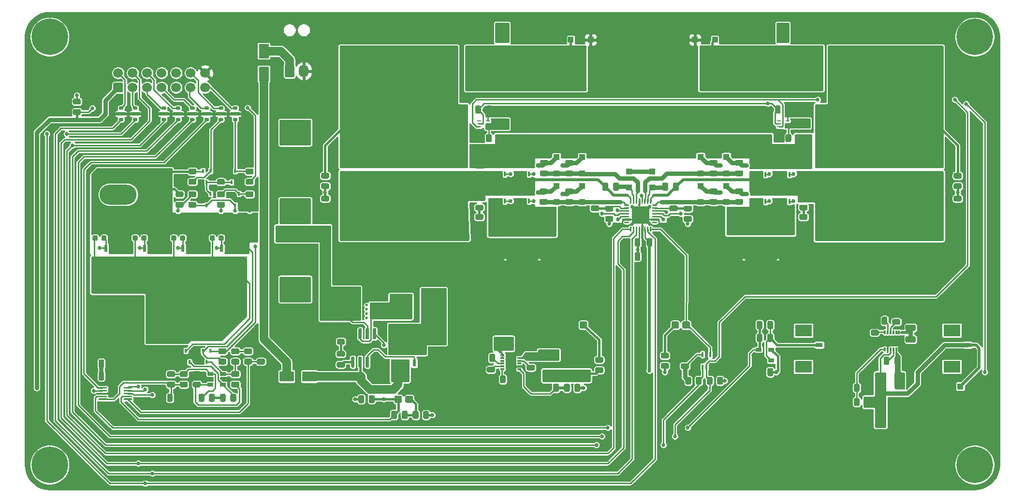
<source format=gtl>
G04 #@! TF.GenerationSoftware,KiCad,Pcbnew,(5.1.8-0-10_14)*
G04 #@! TF.CreationDate,2021-10-03T11:30:45-07:00*
G04 #@! TF.ProjectId,PowerSupply,506f7765-7253-4757-9070-6c792e6b6963,v1.5*
G04 #@! TF.SameCoordinates,Original*
G04 #@! TF.FileFunction,Copper,L1,Top*
G04 #@! TF.FilePolarity,Positive*
%FSLAX46Y46*%
G04 Gerber Fmt 4.6, Leading zero omitted, Abs format (unit mm)*
G04 Created by KiCad (PCBNEW (5.1.8-0-10_14)) date 2021-10-03 11:30:45*
%MOMM*%
%LPD*%
G01*
G04 APERTURE LIST*
G04 #@! TA.AperFunction,EtchedComponent*
%ADD10C,0.100000*%
G04 #@! TD*
G04 #@! TA.AperFunction,SMDPad,CuDef*
%ADD11R,0.450000X0.700000*%
G04 #@! TD*
G04 #@! TA.AperFunction,SMDPad,CuDef*
%ADD12R,2.500000X1.800000*%
G04 #@! TD*
G04 #@! TA.AperFunction,SMDPad,CuDef*
%ADD13R,0.650000X0.300000*%
G04 #@! TD*
G04 #@! TA.AperFunction,SMDPad,CuDef*
%ADD14R,1.700000X2.500000*%
G04 #@! TD*
G04 #@! TA.AperFunction,SMDPad,CuDef*
%ADD15R,0.300000X0.650000*%
G04 #@! TD*
G04 #@! TA.AperFunction,SMDPad,CuDef*
%ADD16R,2.500000X1.700000*%
G04 #@! TD*
G04 #@! TA.AperFunction,SMDPad,CuDef*
%ADD17R,2.500000X1.500000*%
G04 #@! TD*
G04 #@! TA.AperFunction,SMDPad,CuDef*
%ADD18R,1.500000X2.500000*%
G04 #@! TD*
G04 #@! TA.AperFunction,SMDPad,CuDef*
%ADD19R,1.100000X1.100000*%
G04 #@! TD*
G04 #@! TA.AperFunction,SMDPad,CuDef*
%ADD20R,1.800000X2.500000*%
G04 #@! TD*
G04 #@! TA.AperFunction,SMDPad,CuDef*
%ADD21R,0.610000X1.270000*%
G04 #@! TD*
G04 #@! TA.AperFunction,SMDPad,CuDef*
%ADD22R,0.610000X1.020000*%
G04 #@! TD*
G04 #@! TA.AperFunction,SMDPad,CuDef*
%ADD23R,3.910000X3.810000*%
G04 #@! TD*
G04 #@! TA.AperFunction,ComponentPad*
%ADD24O,1.700000X2.200000*%
G04 #@! TD*
G04 #@! TA.AperFunction,SMDPad,CuDef*
%ADD25R,1.060000X0.650000*%
G04 #@! TD*
G04 #@! TA.AperFunction,SMDPad,CuDef*
%ADD26R,3.100000X3.100000*%
G04 #@! TD*
G04 #@! TA.AperFunction,ComponentPad*
%ADD27C,0.500000*%
G04 #@! TD*
G04 #@! TA.AperFunction,SMDPad,CuDef*
%ADD28R,0.700000X0.250000*%
G04 #@! TD*
G04 #@! TA.AperFunction,SMDPad,CuDef*
%ADD29R,0.400000X0.900000*%
G04 #@! TD*
G04 #@! TA.AperFunction,ComponentPad*
%ADD30R,1.000000X1.000000*%
G04 #@! TD*
G04 #@! TA.AperFunction,ComponentPad*
%ADD31C,0.508000*%
G04 #@! TD*
G04 #@! TA.AperFunction,SMDPad,CuDef*
%ADD32R,0.400000X0.830000*%
G04 #@! TD*
G04 #@! TA.AperFunction,SMDPad,CuDef*
%ADD33C,0.100000*%
G04 #@! TD*
G04 #@! TA.AperFunction,SMDPad,CuDef*
%ADD34R,1.300000X0.800000*%
G04 #@! TD*
G04 #@! TA.AperFunction,SMDPad,CuDef*
%ADD35R,2.999999X2.100000*%
G04 #@! TD*
G04 #@! TA.AperFunction,ComponentPad*
%ADD36O,7.500000X3.500000*%
G04 #@! TD*
G04 #@! TA.AperFunction,ComponentPad*
%ADD37O,3.500000X7.500000*%
G04 #@! TD*
G04 #@! TA.AperFunction,ComponentPad*
%ADD38C,1.700000*%
G04 #@! TD*
G04 #@! TA.AperFunction,SMDPad,CuDef*
%ADD39R,2.950000X3.500000*%
G04 #@! TD*
G04 #@! TA.AperFunction,SMDPad,CuDef*
%ADD40R,4.000000X3.000000*%
G04 #@! TD*
G04 #@! TA.AperFunction,SMDPad,CuDef*
%ADD41R,18.800000X5.900000*%
G04 #@! TD*
G04 #@! TA.AperFunction,ComponentPad*
%ADD42O,6.500000X3.500000*%
G04 #@! TD*
G04 #@! TA.AperFunction,ComponentPad*
%ADD43O,3.500000X6.500000*%
G04 #@! TD*
G04 #@! TA.AperFunction,ComponentPad*
%ADD44C,6.400000*%
G04 #@! TD*
G04 #@! TA.AperFunction,ComponentPad*
%ADD45C,0.800000*%
G04 #@! TD*
G04 #@! TA.AperFunction,ViaPad*
%ADD46C,0.685800*%
G04 #@! TD*
G04 #@! TA.AperFunction,ViaPad*
%ADD47C,0.508000*%
G04 #@! TD*
G04 #@! TA.AperFunction,Conductor*
%ADD48C,0.254000*%
G04 #@! TD*
G04 #@! TA.AperFunction,Conductor*
%ADD49C,0.381000*%
G04 #@! TD*
G04 #@! TA.AperFunction,Conductor*
%ADD50C,0.508000*%
G04 #@! TD*
G04 #@! TA.AperFunction,Conductor*
%ADD51C,0.762000*%
G04 #@! TD*
G04 #@! TA.AperFunction,Conductor*
%ADD52C,0.228600*%
G04 #@! TD*
G04 #@! TA.AperFunction,Conductor*
%ADD53C,1.524000*%
G04 #@! TD*
G04 #@! TA.AperFunction,Conductor*
%ADD54C,0.100000*%
G04 #@! TD*
G04 APERTURE END LIST*
D10*
G36*
X86700000Y-83800000D02*
G01*
X86700000Y-83200000D01*
X88300000Y-83200000D01*
X88300000Y-83800000D01*
X86700000Y-83800000D01*
G37*
G36*
X84200000Y-83800000D02*
G01*
X84200000Y-83200000D01*
X85800000Y-83200000D01*
X85800000Y-83800000D01*
X84200000Y-83800000D01*
G37*
G36*
X76700000Y-83800000D02*
G01*
X76700000Y-83200000D01*
X78300000Y-83200000D01*
X78300000Y-83800000D01*
X76700000Y-83800000D01*
G37*
G36*
X66700000Y-83800000D02*
G01*
X66700000Y-83200000D01*
X68300000Y-83200000D01*
X68300000Y-83800000D01*
X66700000Y-83800000D01*
G37*
G36*
X69200000Y-83800000D02*
G01*
X69200000Y-83200000D01*
X70800000Y-83200000D01*
X70800000Y-83800000D01*
X69200000Y-83800000D01*
G37*
G36*
X74200000Y-83800000D02*
G01*
X74200000Y-83200000D01*
X75800000Y-83200000D01*
X75800000Y-83800000D01*
X74200000Y-83800000D01*
G37*
G36*
X79200000Y-83800000D02*
G01*
X79200000Y-83200000D01*
X80800000Y-83200000D01*
X80800000Y-83800000D01*
X79200000Y-83800000D01*
G37*
G36*
X81700000Y-83800000D02*
G01*
X81700000Y-83200000D01*
X83300000Y-83200000D01*
X83300000Y-83800000D01*
X81700000Y-83800000D01*
G37*
G04 #@! TA.AperFunction,SMDPad,CuDef*
G36*
G01*
X116700000Y-136725000D02*
X116700000Y-135775000D01*
G75*
G02*
X116950000Y-135525000I250000J0D01*
G01*
X117450000Y-135525000D01*
G75*
G02*
X117700000Y-135775000I0J-250000D01*
G01*
X117700000Y-136725000D01*
G75*
G02*
X117450000Y-136975000I-250000J0D01*
G01*
X116950000Y-136975000D01*
G75*
G02*
X116700000Y-136725000I0J250000D01*
G01*
G37*
G04 #@! TD.AperFunction*
G04 #@! TA.AperFunction,SMDPad,CuDef*
G36*
G01*
X114800000Y-136725000D02*
X114800000Y-135775000D01*
G75*
G02*
X115050000Y-135525000I250000J0D01*
G01*
X115550000Y-135525000D01*
G75*
G02*
X115800000Y-135775000I0J-250000D01*
G01*
X115800000Y-136725000D01*
G75*
G02*
X115550000Y-136975000I-250000J0D01*
G01*
X115050000Y-136975000D01*
G75*
G02*
X114800000Y-136725000I0J250000D01*
G01*
G37*
G04 #@! TD.AperFunction*
G04 #@! TA.AperFunction,SMDPad,CuDef*
G36*
G01*
X83025000Y-105500000D02*
X83025000Y-105000000D01*
G75*
G02*
X83250000Y-104775000I225000J0D01*
G01*
X83700000Y-104775000D01*
G75*
G02*
X83925000Y-105000000I0J-225000D01*
G01*
X83925000Y-105500000D01*
G75*
G02*
X83700000Y-105725000I-225000J0D01*
G01*
X83250000Y-105725000D01*
G75*
G02*
X83025000Y-105500000I0J225000D01*
G01*
G37*
G04 #@! TD.AperFunction*
G04 #@! TA.AperFunction,SMDPad,CuDef*
G36*
G01*
X84575000Y-105500000D02*
X84575000Y-105000000D01*
G75*
G02*
X84800000Y-104775000I225000J0D01*
G01*
X85250000Y-104775000D01*
G75*
G02*
X85475000Y-105000000I0J-225000D01*
G01*
X85475000Y-105500000D01*
G75*
G02*
X85250000Y-105725000I-225000J0D01*
G01*
X84800000Y-105725000D01*
G75*
G02*
X84575000Y-105500000I0J225000D01*
G01*
G37*
G04 #@! TD.AperFunction*
G04 #@! TA.AperFunction,SMDPad,CuDef*
G36*
G01*
X76275000Y-105500000D02*
X76275000Y-105000000D01*
G75*
G02*
X76500000Y-104775000I225000J0D01*
G01*
X76950000Y-104775000D01*
G75*
G02*
X77175000Y-105000000I0J-225000D01*
G01*
X77175000Y-105500000D01*
G75*
G02*
X76950000Y-105725000I-225000J0D01*
G01*
X76500000Y-105725000D01*
G75*
G02*
X76275000Y-105500000I0J225000D01*
G01*
G37*
G04 #@! TD.AperFunction*
G04 #@! TA.AperFunction,SMDPad,CuDef*
G36*
G01*
X77825000Y-105500000D02*
X77825000Y-105000000D01*
G75*
G02*
X78050000Y-104775000I225000J0D01*
G01*
X78500000Y-104775000D01*
G75*
G02*
X78725000Y-105000000I0J-225000D01*
G01*
X78725000Y-105500000D01*
G75*
G02*
X78500000Y-105725000I-225000J0D01*
G01*
X78050000Y-105725000D01*
G75*
G02*
X77825000Y-105500000I0J225000D01*
G01*
G37*
G04 #@! TD.AperFunction*
G04 #@! TA.AperFunction,SMDPad,CuDef*
G36*
G01*
X69525000Y-105500000D02*
X69525000Y-105000000D01*
G75*
G02*
X69750000Y-104775000I225000J0D01*
G01*
X70200000Y-104775000D01*
G75*
G02*
X70425000Y-105000000I0J-225000D01*
G01*
X70425000Y-105500000D01*
G75*
G02*
X70200000Y-105725000I-225000J0D01*
G01*
X69750000Y-105725000D01*
G75*
G02*
X69525000Y-105500000I0J225000D01*
G01*
G37*
G04 #@! TD.AperFunction*
G04 #@! TA.AperFunction,SMDPad,CuDef*
G36*
G01*
X71075000Y-105500000D02*
X71075000Y-105000000D01*
G75*
G02*
X71300000Y-104775000I225000J0D01*
G01*
X71750000Y-104775000D01*
G75*
G02*
X71975000Y-105000000I0J-225000D01*
G01*
X71975000Y-105500000D01*
G75*
G02*
X71750000Y-105725000I-225000J0D01*
G01*
X71300000Y-105725000D01*
G75*
G02*
X71075000Y-105500000I0J225000D01*
G01*
G37*
G04 #@! TD.AperFunction*
G04 #@! TA.AperFunction,SMDPad,CuDef*
G36*
G01*
X62525000Y-105500000D02*
X62525000Y-105000000D01*
G75*
G02*
X62750000Y-104775000I225000J0D01*
G01*
X63200000Y-104775000D01*
G75*
G02*
X63425000Y-105000000I0J-225000D01*
G01*
X63425000Y-105500000D01*
G75*
G02*
X63200000Y-105725000I-225000J0D01*
G01*
X62750000Y-105725000D01*
G75*
G02*
X62525000Y-105500000I0J225000D01*
G01*
G37*
G04 #@! TD.AperFunction*
G04 #@! TA.AperFunction,SMDPad,CuDef*
G36*
G01*
X64075000Y-105500000D02*
X64075000Y-105000000D01*
G75*
G02*
X64300000Y-104775000I225000J0D01*
G01*
X64750000Y-104775000D01*
G75*
G02*
X64975000Y-105000000I0J-225000D01*
G01*
X64975000Y-105500000D01*
G75*
G02*
X64750000Y-105725000I-225000J0D01*
G01*
X64300000Y-105725000D01*
G75*
G02*
X64075000Y-105500000I0J225000D01*
G01*
G37*
G04 #@! TD.AperFunction*
G04 #@! TA.AperFunction,SMDPad,CuDef*
G36*
G01*
X79549999Y-97075000D02*
X80450001Y-97075000D01*
G75*
G02*
X80700000Y-97324999I0J-249999D01*
G01*
X80700000Y-97850001D01*
G75*
G02*
X80450001Y-98100000I-249999J0D01*
G01*
X79549999Y-98100000D01*
G75*
G02*
X79300000Y-97850001I0J249999D01*
G01*
X79300000Y-97324999D01*
G75*
G02*
X79549999Y-97075000I249999J0D01*
G01*
G37*
G04 #@! TD.AperFunction*
G04 #@! TA.AperFunction,SMDPad,CuDef*
G36*
G01*
X79549999Y-98900000D02*
X80450001Y-98900000D01*
G75*
G02*
X80700000Y-99149999I0J-249999D01*
G01*
X80700000Y-99675001D01*
G75*
G02*
X80450001Y-99925000I-249999J0D01*
G01*
X79549999Y-99925000D01*
G75*
G02*
X79300000Y-99675001I0J249999D01*
G01*
X79300000Y-99149999D01*
G75*
G02*
X79549999Y-98900000I249999J0D01*
G01*
G37*
G04 #@! TD.AperFunction*
G04 #@! TA.AperFunction,SMDPad,CuDef*
G36*
G01*
X85700001Y-127425000D02*
X84799999Y-127425000D01*
G75*
G02*
X84550000Y-127175001I0J249999D01*
G01*
X84550000Y-126649999D01*
G75*
G02*
X84799999Y-126400000I249999J0D01*
G01*
X85700001Y-126400000D01*
G75*
G02*
X85950000Y-126649999I0J-249999D01*
G01*
X85950000Y-127175001D01*
G75*
G02*
X85700001Y-127425000I-249999J0D01*
G01*
G37*
G04 #@! TD.AperFunction*
G04 #@! TA.AperFunction,SMDPad,CuDef*
G36*
G01*
X85700001Y-125600000D02*
X84799999Y-125600000D01*
G75*
G02*
X84550000Y-125350001I0J249999D01*
G01*
X84550000Y-124824999D01*
G75*
G02*
X84799999Y-124575000I249999J0D01*
G01*
X85700001Y-124575000D01*
G75*
G02*
X85950000Y-124824999I0J-249999D01*
G01*
X85950000Y-125350001D01*
G75*
G02*
X85700001Y-125600000I-249999J0D01*
G01*
G37*
G04 #@! TD.AperFunction*
G04 #@! TA.AperFunction,SMDPad,CuDef*
G36*
G01*
X178800000Y-129225000D02*
X178800000Y-128275000D01*
G75*
G02*
X179050000Y-128025000I250000J0D01*
G01*
X179550000Y-128025000D01*
G75*
G02*
X179800000Y-128275000I0J-250000D01*
G01*
X179800000Y-129225000D01*
G75*
G02*
X179550000Y-129475000I-250000J0D01*
G01*
X179050000Y-129475000D01*
G75*
G02*
X178800000Y-129225000I0J250000D01*
G01*
G37*
G04 #@! TD.AperFunction*
G04 #@! TA.AperFunction,SMDPad,CuDef*
G36*
G01*
X180700000Y-129225000D02*
X180700000Y-128275000D01*
G75*
G02*
X180950000Y-128025000I250000J0D01*
G01*
X181450000Y-128025000D01*
G75*
G02*
X181700000Y-128275000I0J-250000D01*
G01*
X181700000Y-129225000D01*
G75*
G02*
X181450000Y-129475000I-250000J0D01*
G01*
X180950000Y-129475000D01*
G75*
G02*
X180700000Y-129225000I0J250000D01*
G01*
G37*
G04 #@! TD.AperFunction*
D11*
X80150000Y-125000000D03*
X78850000Y-125000000D03*
X79500000Y-127000000D03*
G04 #@! TA.AperFunction,SMDPad,CuDef*
G36*
G01*
X195825000Y-131950001D02*
X195825000Y-131049999D01*
G75*
G02*
X196074999Y-130800000I249999J0D01*
G01*
X196600001Y-130800000D01*
G75*
G02*
X196850000Y-131049999I0J-249999D01*
G01*
X196850000Y-131950001D01*
G75*
G02*
X196600001Y-132200000I-249999J0D01*
G01*
X196074999Y-132200000D01*
G75*
G02*
X195825000Y-131950001I0J249999D01*
G01*
G37*
G04 #@! TD.AperFunction*
G04 #@! TA.AperFunction,SMDPad,CuDef*
G36*
G01*
X197650000Y-131950001D02*
X197650000Y-131049999D01*
G75*
G02*
X197899999Y-130800000I249999J0D01*
G01*
X198425001Y-130800000D01*
G75*
G02*
X198675000Y-131049999I0J-249999D01*
G01*
X198675000Y-131950001D01*
G75*
G02*
X198425001Y-132200000I-249999J0D01*
G01*
X197899999Y-132200000D01*
G75*
G02*
X197650000Y-131950001I0J249999D01*
G01*
G37*
G04 #@! TD.AperFunction*
D12*
X100500000Y-129500000D03*
X96500000Y-129500000D03*
D13*
X137225000Y-128250000D03*
X134275000Y-128250000D03*
D14*
X135750000Y-127000000D03*
D13*
X137225000Y-125750000D03*
X137225000Y-126250000D03*
X137225000Y-126750000D03*
X137225000Y-127250000D03*
X137225000Y-127750000D03*
X134275000Y-127750000D03*
X134275000Y-127250000D03*
X134275000Y-126750000D03*
X134275000Y-126250000D03*
X134275000Y-125750000D03*
D15*
X201250000Y-124725000D03*
X201250000Y-121775000D03*
D16*
X202500000Y-123250000D03*
D15*
X203750000Y-124725000D03*
X203250000Y-124725000D03*
X202750000Y-124725000D03*
X202250000Y-124725000D03*
X201750000Y-124725000D03*
X201750000Y-121775000D03*
X202250000Y-121775000D03*
X202750000Y-121775000D03*
X203250000Y-121775000D03*
X203750000Y-121775000D03*
G04 #@! TA.AperFunction,SMDPad,CuDef*
G36*
G01*
X186374998Y-84475000D02*
X187625002Y-84475000D01*
G75*
G02*
X187875000Y-84724998I0J-249998D01*
G01*
X187875000Y-85350002D01*
G75*
G02*
X187625002Y-85600000I-249998J0D01*
G01*
X186374998Y-85600000D01*
G75*
G02*
X186125000Y-85350002I0J249998D01*
G01*
X186125000Y-84724998D01*
G75*
G02*
X186374998Y-84475000I249998J0D01*
G01*
G37*
G04 #@! TD.AperFunction*
G04 #@! TA.AperFunction,SMDPad,CuDef*
G36*
G01*
X186374998Y-87400000D02*
X187625002Y-87400000D01*
G75*
G02*
X187875000Y-87649998I0J-249998D01*
G01*
X187875000Y-88275002D01*
G75*
G02*
X187625002Y-88525000I-249998J0D01*
G01*
X186374998Y-88525000D01*
G75*
G02*
X186125000Y-88275002I0J249998D01*
G01*
X186125000Y-87649998D01*
G75*
G02*
X186374998Y-87400000I249998J0D01*
G01*
G37*
G04 #@! TD.AperFunction*
G04 #@! TA.AperFunction,SMDPad,CuDef*
G36*
G01*
X150799998Y-126075000D02*
X151700002Y-126075000D01*
G75*
G02*
X151950000Y-126324998I0J-249998D01*
G01*
X151950000Y-126850002D01*
G75*
G02*
X151700002Y-127100000I-249998J0D01*
G01*
X150799998Y-127100000D01*
G75*
G02*
X150550000Y-126850002I0J249998D01*
G01*
X150550000Y-126324998D01*
G75*
G02*
X150799998Y-126075000I249998J0D01*
G01*
G37*
G04 #@! TD.AperFunction*
G04 #@! TA.AperFunction,SMDPad,CuDef*
G36*
G01*
X150799998Y-127900000D02*
X151700002Y-127900000D01*
G75*
G02*
X151950000Y-128149998I0J-249998D01*
G01*
X151950000Y-128675002D01*
G75*
G02*
X151700002Y-128925000I-249998J0D01*
G01*
X150799998Y-128925000D01*
G75*
G02*
X150550000Y-128675002I0J249998D01*
G01*
X150550000Y-128149998D01*
G75*
G02*
X150799998Y-127900000I249998J0D01*
G01*
G37*
G04 #@! TD.AperFunction*
G04 #@! TA.AperFunction,SMDPad,CuDef*
G36*
G01*
X141325000Y-131950002D02*
X141325000Y-131049998D01*
G75*
G02*
X141574998Y-130800000I249998J0D01*
G01*
X142100002Y-130800000D01*
G75*
G02*
X142350000Y-131049998I0J-249998D01*
G01*
X142350000Y-131950002D01*
G75*
G02*
X142100002Y-132200000I-249998J0D01*
G01*
X141574998Y-132200000D01*
G75*
G02*
X141325000Y-131950002I0J249998D01*
G01*
G37*
G04 #@! TD.AperFunction*
G04 #@! TA.AperFunction,SMDPad,CuDef*
G36*
G01*
X143150000Y-131950002D02*
X143150000Y-131049998D01*
G75*
G02*
X143399998Y-130800000I249998J0D01*
G01*
X143925002Y-130800000D01*
G75*
G02*
X144175000Y-131049998I0J-249998D01*
G01*
X144175000Y-131950002D01*
G75*
G02*
X143925002Y-132200000I-249998J0D01*
G01*
X143399998Y-132200000D01*
G75*
G02*
X143150000Y-131950002I0J249998D01*
G01*
G37*
G04 #@! TD.AperFunction*
G04 #@! TA.AperFunction,SMDPad,CuDef*
G36*
G01*
X145075000Y-131950002D02*
X145075000Y-131049998D01*
G75*
G02*
X145324998Y-130800000I249998J0D01*
G01*
X145850002Y-130800000D01*
G75*
G02*
X146100000Y-131049998I0J-249998D01*
G01*
X146100000Y-131950002D01*
G75*
G02*
X145850002Y-132200000I-249998J0D01*
G01*
X145324998Y-132200000D01*
G75*
G02*
X145075000Y-131950002I0J249998D01*
G01*
G37*
G04 #@! TD.AperFunction*
G04 #@! TA.AperFunction,SMDPad,CuDef*
G36*
G01*
X146900000Y-131950002D02*
X146900000Y-131049998D01*
G75*
G02*
X147149998Y-130800000I249998J0D01*
G01*
X147675002Y-130800000D01*
G75*
G02*
X147925000Y-131049998I0J-249998D01*
G01*
X147925000Y-131950002D01*
G75*
G02*
X147675002Y-132200000I-249998J0D01*
G01*
X147149998Y-132200000D01*
G75*
G02*
X146900000Y-131950002I0J249998D01*
G01*
G37*
G04 #@! TD.AperFunction*
G04 #@! TA.AperFunction,SMDPad,CuDef*
G36*
G01*
X195825000Y-134450002D02*
X195825000Y-133549998D01*
G75*
G02*
X196074998Y-133300000I249998J0D01*
G01*
X196600002Y-133300000D01*
G75*
G02*
X196850000Y-133549998I0J-249998D01*
G01*
X196850000Y-134450002D01*
G75*
G02*
X196600002Y-134700000I-249998J0D01*
G01*
X196074998Y-134700000D01*
G75*
G02*
X195825000Y-134450002I0J249998D01*
G01*
G37*
G04 #@! TD.AperFunction*
G04 #@! TA.AperFunction,SMDPad,CuDef*
G36*
G01*
X197650000Y-134450002D02*
X197650000Y-133549998D01*
G75*
G02*
X197899998Y-133300000I249998J0D01*
G01*
X198425002Y-133300000D01*
G75*
G02*
X198675000Y-133549998I0J-249998D01*
G01*
X198675000Y-134450002D01*
G75*
G02*
X198425002Y-134700000I-249998J0D01*
G01*
X197899998Y-134700000D01*
G75*
G02*
X197650000Y-134450002I0J249998D01*
G01*
G37*
G04 #@! TD.AperFunction*
G04 #@! TA.AperFunction,SMDPad,CuDef*
G36*
G01*
X133825000Y-130450002D02*
X133825000Y-129549998D01*
G75*
G02*
X134074998Y-129300000I249998J0D01*
G01*
X134600002Y-129300000D01*
G75*
G02*
X134850000Y-129549998I0J-249998D01*
G01*
X134850000Y-130450002D01*
G75*
G02*
X134600002Y-130700000I-249998J0D01*
G01*
X134074998Y-130700000D01*
G75*
G02*
X133825000Y-130450002I0J249998D01*
G01*
G37*
G04 #@! TD.AperFunction*
G04 #@! TA.AperFunction,SMDPad,CuDef*
G36*
G01*
X135650000Y-130450002D02*
X135650000Y-129549998D01*
G75*
G02*
X135899998Y-129300000I249998J0D01*
G01*
X136425002Y-129300000D01*
G75*
G02*
X136675000Y-129549998I0J-249998D01*
G01*
X136675000Y-130450002D01*
G75*
G02*
X136425002Y-130700000I-249998J0D01*
G01*
X135899998Y-130700000D01*
G75*
G02*
X135650000Y-130450002I0J249998D01*
G01*
G37*
G04 #@! TD.AperFunction*
G04 #@! TA.AperFunction,SMDPad,CuDef*
G36*
G01*
X199049998Y-121325000D02*
X199950002Y-121325000D01*
G75*
G02*
X200200000Y-121574998I0J-249998D01*
G01*
X200200000Y-122100002D01*
G75*
G02*
X199950002Y-122350000I-249998J0D01*
G01*
X199049998Y-122350000D01*
G75*
G02*
X198800000Y-122100002I0J249998D01*
G01*
X198800000Y-121574998D01*
G75*
G02*
X199049998Y-121325000I249998J0D01*
G01*
G37*
G04 #@! TD.AperFunction*
G04 #@! TA.AperFunction,SMDPad,CuDef*
G36*
G01*
X199049998Y-123150000D02*
X199950002Y-123150000D01*
G75*
G02*
X200200000Y-123399998I0J-249998D01*
G01*
X200200000Y-123925002D01*
G75*
G02*
X199950002Y-124175000I-249998J0D01*
G01*
X199049998Y-124175000D01*
G75*
G02*
X198800000Y-123925002I0J249998D01*
G01*
X198800000Y-123399998D01*
G75*
G02*
X199049998Y-123150000I249998J0D01*
G01*
G37*
G04 #@! TD.AperFunction*
D17*
X142750000Y-125750000D03*
X142750000Y-129050000D03*
D18*
X203750000Y-130250000D03*
X200450000Y-130250000D03*
G04 #@! TA.AperFunction,SMDPad,CuDef*
G36*
G01*
X145875000Y-120900001D02*
X145875000Y-120099999D01*
G75*
G02*
X146124999Y-119850000I249999J0D01*
G01*
X146950001Y-119850000D01*
G75*
G02*
X147200000Y-120099999I0J-249999D01*
G01*
X147200000Y-120900001D01*
G75*
G02*
X146950001Y-121150000I-249999J0D01*
G01*
X146124999Y-121150000D01*
G75*
G02*
X145875000Y-120900001I0J249999D01*
G01*
G37*
G04 #@! TD.AperFunction*
G04 #@! TA.AperFunction,SMDPad,CuDef*
G36*
G01*
X147800000Y-120900001D02*
X147800000Y-120099999D01*
G75*
G02*
X148049999Y-119850000I249999J0D01*
G01*
X148875001Y-119850000D01*
G75*
G02*
X149125000Y-120099999I0J-249999D01*
G01*
X149125000Y-120900001D01*
G75*
G02*
X148875001Y-121150000I-249999J0D01*
G01*
X148049999Y-121150000D01*
G75*
G02*
X147800000Y-120900001I0J249999D01*
G01*
G37*
G04 #@! TD.AperFunction*
D19*
X214500000Y-131250000D03*
X211700000Y-131250000D03*
G04 #@! TA.AperFunction,SMDPad,CuDef*
G36*
G01*
X148099999Y-125450000D02*
X149400001Y-125450000D01*
G75*
G02*
X149650000Y-125699999I0J-249999D01*
G01*
X149650000Y-126350001D01*
G75*
G02*
X149400001Y-126600000I-249999J0D01*
G01*
X148099999Y-126600000D01*
G75*
G02*
X147850000Y-126350001I0J249999D01*
G01*
X147850000Y-125699999D01*
G75*
G02*
X148099999Y-125450000I249999J0D01*
G01*
G37*
G04 #@! TD.AperFunction*
G04 #@! TA.AperFunction,SMDPad,CuDef*
G36*
G01*
X148099999Y-128400000D02*
X149400001Y-128400000D01*
G75*
G02*
X149650000Y-128649999I0J-249999D01*
G01*
X149650000Y-129300001D01*
G75*
G02*
X149400001Y-129550000I-249999J0D01*
G01*
X148099999Y-129550000D01*
G75*
G02*
X147850000Y-129300001I0J249999D01*
G01*
X147850000Y-128649999D01*
G75*
G02*
X148099999Y-128400000I249999J0D01*
G01*
G37*
G04 #@! TD.AperFunction*
G04 #@! TA.AperFunction,SMDPad,CuDef*
G36*
G01*
X204050000Y-136599999D02*
X204050000Y-137900001D01*
G75*
G02*
X203800001Y-138150000I-249999J0D01*
G01*
X203149999Y-138150000D01*
G75*
G02*
X202900000Y-137900001I0J249999D01*
G01*
X202900000Y-136599999D01*
G75*
G02*
X203149999Y-136350000I249999J0D01*
G01*
X203800001Y-136350000D01*
G75*
G02*
X204050000Y-136599999I0J-249999D01*
G01*
G37*
G04 #@! TD.AperFunction*
G04 #@! TA.AperFunction,SMDPad,CuDef*
G36*
G01*
X201100000Y-136599999D02*
X201100000Y-137900001D01*
G75*
G02*
X200850001Y-138150000I-249999J0D01*
G01*
X200199999Y-138150000D01*
G75*
G02*
X199950000Y-137900001I0J249999D01*
G01*
X199950000Y-136599999D01*
G75*
G02*
X200199999Y-136350000I249999J0D01*
G01*
X200850001Y-136350000D01*
G75*
G02*
X201100000Y-136599999I0J-249999D01*
G01*
G37*
G04 #@! TD.AperFunction*
G04 #@! TA.AperFunction,SMDPad,CuDef*
G36*
G01*
X145599999Y-125450000D02*
X146900001Y-125450000D01*
G75*
G02*
X147150000Y-125699999I0J-249999D01*
G01*
X147150000Y-126350001D01*
G75*
G02*
X146900001Y-126600000I-249999J0D01*
G01*
X145599999Y-126600000D01*
G75*
G02*
X145350000Y-126350001I0J249999D01*
G01*
X145350000Y-125699999D01*
G75*
G02*
X145599999Y-125450000I249999J0D01*
G01*
G37*
G04 #@! TD.AperFunction*
G04 #@! TA.AperFunction,SMDPad,CuDef*
G36*
G01*
X145599999Y-128400000D02*
X146900001Y-128400000D01*
G75*
G02*
X147150000Y-128649999I0J-249999D01*
G01*
X147150000Y-129300001D01*
G75*
G02*
X146900001Y-129550000I-249999J0D01*
G01*
X145599999Y-129550000D01*
G75*
G02*
X145350000Y-129300001I0J249999D01*
G01*
X145350000Y-128649999D01*
G75*
G02*
X145599999Y-128400000I249999J0D01*
G01*
G37*
G04 #@! TD.AperFunction*
G04 #@! TA.AperFunction,SMDPad,CuDef*
G36*
G01*
X204050000Y-134099999D02*
X204050000Y-135400001D01*
G75*
G02*
X203800001Y-135650000I-249999J0D01*
G01*
X203149999Y-135650000D01*
G75*
G02*
X202900000Y-135400001I0J249999D01*
G01*
X202900000Y-134099999D01*
G75*
G02*
X203149999Y-133850000I249999J0D01*
G01*
X203800001Y-133850000D01*
G75*
G02*
X204050000Y-134099999I0J-249999D01*
G01*
G37*
G04 #@! TD.AperFunction*
G04 #@! TA.AperFunction,SMDPad,CuDef*
G36*
G01*
X201100000Y-134099999D02*
X201100000Y-135400001D01*
G75*
G02*
X200850001Y-135650000I-249999J0D01*
G01*
X200199999Y-135650000D01*
G75*
G02*
X199950000Y-135400001I0J249999D01*
G01*
X199950000Y-134099999D01*
G75*
G02*
X200199999Y-133850000I249999J0D01*
G01*
X200850001Y-133850000D01*
G75*
G02*
X201100000Y-134099999I0J-249999D01*
G01*
G37*
G04 #@! TD.AperFunction*
G04 #@! TA.AperFunction,SMDPad,CuDef*
G36*
G01*
X138775000Y-125550000D02*
X139725000Y-125550000D01*
G75*
G02*
X139975000Y-125800000I0J-250000D01*
G01*
X139975000Y-126300000D01*
G75*
G02*
X139725000Y-126550000I-250000J0D01*
G01*
X138775000Y-126550000D01*
G75*
G02*
X138525000Y-126300000I0J250000D01*
G01*
X138525000Y-125800000D01*
G75*
G02*
X138775000Y-125550000I250000J0D01*
G01*
G37*
G04 #@! TD.AperFunction*
G04 #@! TA.AperFunction,SMDPad,CuDef*
G36*
G01*
X138775000Y-127450000D02*
X139725000Y-127450000D01*
G75*
G02*
X139975000Y-127700000I0J-250000D01*
G01*
X139975000Y-128200000D01*
G75*
G02*
X139725000Y-128450000I-250000J0D01*
G01*
X138775000Y-128450000D01*
G75*
G02*
X138525000Y-128200000I0J250000D01*
G01*
X138525000Y-127700000D01*
G75*
G02*
X138775000Y-127450000I250000J0D01*
G01*
G37*
G04 #@! TD.AperFunction*
G04 #@! TA.AperFunction,SMDPad,CuDef*
G36*
G01*
X203950000Y-126275000D02*
X203950000Y-127225000D01*
G75*
G02*
X203700000Y-127475000I-250000J0D01*
G01*
X203200000Y-127475000D01*
G75*
G02*
X202950000Y-127225000I0J250000D01*
G01*
X202950000Y-126275000D01*
G75*
G02*
X203200000Y-126025000I250000J0D01*
G01*
X203700000Y-126025000D01*
G75*
G02*
X203950000Y-126275000I0J-250000D01*
G01*
G37*
G04 #@! TD.AperFunction*
G04 #@! TA.AperFunction,SMDPad,CuDef*
G36*
G01*
X202050000Y-126275000D02*
X202050000Y-127225000D01*
G75*
G02*
X201800000Y-127475000I-250000J0D01*
G01*
X201300000Y-127475000D01*
G75*
G02*
X201050000Y-127225000I0J250000D01*
G01*
X201050000Y-126275000D01*
G75*
G02*
X201300000Y-126025000I250000J0D01*
G01*
X201800000Y-126025000D01*
G75*
G02*
X202050000Y-126275000I0J-250000D01*
G01*
G37*
G04 #@! TD.AperFunction*
G04 #@! TA.AperFunction,SMDPad,CuDef*
G36*
G01*
X132725000Y-130700000D02*
X131775000Y-130700000D01*
G75*
G02*
X131525000Y-130450000I0J250000D01*
G01*
X131525000Y-129950000D01*
G75*
G02*
X131775000Y-129700000I250000J0D01*
G01*
X132725000Y-129700000D01*
G75*
G02*
X132975000Y-129950000I0J-250000D01*
G01*
X132975000Y-130450000D01*
G75*
G02*
X132725000Y-130700000I-250000J0D01*
G01*
G37*
G04 #@! TD.AperFunction*
G04 #@! TA.AperFunction,SMDPad,CuDef*
G36*
G01*
X132725000Y-128800000D02*
X131775000Y-128800000D01*
G75*
G02*
X131525000Y-128550000I0J250000D01*
G01*
X131525000Y-128050000D01*
G75*
G02*
X131775000Y-127800000I250000J0D01*
G01*
X132725000Y-127800000D01*
G75*
G02*
X132975000Y-128050000I0J-250000D01*
G01*
X132975000Y-128550000D01*
G75*
G02*
X132725000Y-128800000I-250000J0D01*
G01*
G37*
G04 #@! TD.AperFunction*
G04 #@! TA.AperFunction,SMDPad,CuDef*
G36*
G01*
X198800000Y-120225000D02*
X198800000Y-119275000D01*
G75*
G02*
X199050000Y-119025000I250000J0D01*
G01*
X199550000Y-119025000D01*
G75*
G02*
X199800000Y-119275000I0J-250000D01*
G01*
X199800000Y-120225000D01*
G75*
G02*
X199550000Y-120475000I-250000J0D01*
G01*
X199050000Y-120475000D01*
G75*
G02*
X198800000Y-120225000I0J250000D01*
G01*
G37*
G04 #@! TD.AperFunction*
G04 #@! TA.AperFunction,SMDPad,CuDef*
G36*
G01*
X200700000Y-120225000D02*
X200700000Y-119275000D01*
G75*
G02*
X200950000Y-119025000I250000J0D01*
G01*
X201450000Y-119025000D01*
G75*
G02*
X201700000Y-119275000I0J-250000D01*
G01*
X201700000Y-120225000D01*
G75*
G02*
X201450000Y-120475000I-250000J0D01*
G01*
X200950000Y-120475000D01*
G75*
G02*
X200700000Y-120225000I0J250000D01*
G01*
G37*
G04 #@! TD.AperFunction*
G04 #@! TA.AperFunction,SMDPad,CuDef*
G36*
G01*
X133000000Y-125775000D02*
X133000000Y-126725000D01*
G75*
G02*
X132750000Y-126975000I-250000J0D01*
G01*
X132250000Y-126975000D01*
G75*
G02*
X132000000Y-126725000I0J250000D01*
G01*
X132000000Y-125775000D01*
G75*
G02*
X132250000Y-125525000I250000J0D01*
G01*
X132750000Y-125525000D01*
G75*
G02*
X133000000Y-125775000I0J-250000D01*
G01*
G37*
G04 #@! TD.AperFunction*
G04 #@! TA.AperFunction,SMDPad,CuDef*
G36*
G01*
X131100000Y-125775000D02*
X131100000Y-126725000D01*
G75*
G02*
X130850000Y-126975000I-250000J0D01*
G01*
X130350000Y-126975000D01*
G75*
G02*
X130100000Y-126725000I0J250000D01*
G01*
X130100000Y-125775000D01*
G75*
G02*
X130350000Y-125525000I250000J0D01*
G01*
X130850000Y-125525000D01*
G75*
G02*
X131100000Y-125775000I0J-250000D01*
G01*
G37*
G04 #@! TD.AperFunction*
G04 #@! TA.AperFunction,SMDPad,CuDef*
G36*
G01*
X203725000Y-120450000D02*
X202775000Y-120450000D01*
G75*
G02*
X202525000Y-120200000I0J250000D01*
G01*
X202525000Y-119700000D01*
G75*
G02*
X202775000Y-119450000I250000J0D01*
G01*
X203725000Y-119450000D01*
G75*
G02*
X203975000Y-119700000I0J-250000D01*
G01*
X203975000Y-120200000D01*
G75*
G02*
X203725000Y-120450000I-250000J0D01*
G01*
G37*
G04 #@! TD.AperFunction*
G04 #@! TA.AperFunction,SMDPad,CuDef*
G36*
G01*
X203725000Y-118550000D02*
X202775000Y-118550000D01*
G75*
G02*
X202525000Y-118300000I0J250000D01*
G01*
X202525000Y-117800000D01*
G75*
G02*
X202775000Y-117550000I250000J0D01*
G01*
X203725000Y-117550000D01*
G75*
G02*
X203975000Y-117800000I0J-250000D01*
G01*
X203975000Y-118300000D01*
G75*
G02*
X203725000Y-118550000I-250000J0D01*
G01*
G37*
G04 #@! TD.AperFunction*
G04 #@! TA.AperFunction,SMDPad,CuDef*
G36*
G01*
X206400001Y-126550000D02*
X205099999Y-126550000D01*
G75*
G02*
X204850000Y-126300001I0J249999D01*
G01*
X204850000Y-125649999D01*
G75*
G02*
X205099999Y-125400000I249999J0D01*
G01*
X206400001Y-125400000D01*
G75*
G02*
X206650000Y-125649999I0J-249999D01*
G01*
X206650000Y-126300001D01*
G75*
G02*
X206400001Y-126550000I-249999J0D01*
G01*
G37*
G04 #@! TD.AperFunction*
G04 #@! TA.AperFunction,SMDPad,CuDef*
G36*
G01*
X206400001Y-123600000D02*
X205099999Y-123600000D01*
G75*
G02*
X204850000Y-123350001I0J249999D01*
G01*
X204850000Y-122699999D01*
G75*
G02*
X205099999Y-122450000I249999J0D01*
G01*
X206400001Y-122450000D01*
G75*
G02*
X206650000Y-122699999I0J-249999D01*
G01*
X206650000Y-123350001D01*
G75*
G02*
X206400001Y-123600000I-249999J0D01*
G01*
G37*
G04 #@! TD.AperFunction*
G04 #@! TA.AperFunction,SMDPad,CuDef*
G36*
G01*
X129950000Y-124400001D02*
X129950000Y-123099999D01*
G75*
G02*
X130199999Y-122850000I249999J0D01*
G01*
X130850001Y-122850000D01*
G75*
G02*
X131100000Y-123099999I0J-249999D01*
G01*
X131100000Y-124400001D01*
G75*
G02*
X130850001Y-124650000I-249999J0D01*
G01*
X130199999Y-124650000D01*
G75*
G02*
X129950000Y-124400001I0J249999D01*
G01*
G37*
G04 #@! TD.AperFunction*
G04 #@! TA.AperFunction,SMDPad,CuDef*
G36*
G01*
X132900000Y-124400001D02*
X132900000Y-123099999D01*
G75*
G02*
X133149999Y-122850000I249999J0D01*
G01*
X133800001Y-122850000D01*
G75*
G02*
X134050000Y-123099999I0J-249999D01*
G01*
X134050000Y-124400001D01*
G75*
G02*
X133800001Y-124650000I-249999J0D01*
G01*
X133149999Y-124650000D01*
G75*
G02*
X132900000Y-124400001I0J249999D01*
G01*
G37*
G04 #@! TD.AperFunction*
G04 #@! TA.AperFunction,SMDPad,CuDef*
G36*
G01*
X205099999Y-117450000D02*
X206400001Y-117450000D01*
G75*
G02*
X206650000Y-117699999I0J-249999D01*
G01*
X206650000Y-118350001D01*
G75*
G02*
X206400001Y-118600000I-249999J0D01*
G01*
X205099999Y-118600000D01*
G75*
G02*
X204850000Y-118350001I0J249999D01*
G01*
X204850000Y-117699999D01*
G75*
G02*
X205099999Y-117450000I249999J0D01*
G01*
G37*
G04 #@! TD.AperFunction*
G04 #@! TA.AperFunction,SMDPad,CuDef*
G36*
G01*
X205099999Y-120400000D02*
X206400001Y-120400000D01*
G75*
G02*
X206650000Y-120649999I0J-249999D01*
G01*
X206650000Y-121300001D01*
G75*
G02*
X206400001Y-121550000I-249999J0D01*
G01*
X205099999Y-121550000D01*
G75*
G02*
X204850000Y-121300001I0J249999D01*
G01*
X204850000Y-120649999D01*
G75*
G02*
X205099999Y-120400000I249999J0D01*
G01*
G37*
G04 #@! TD.AperFunction*
G04 #@! TA.AperFunction,SMDPad,CuDef*
G36*
G01*
X139050000Y-123099999D02*
X139050000Y-124400001D01*
G75*
G02*
X138800001Y-124650000I-249999J0D01*
G01*
X138149999Y-124650000D01*
G75*
G02*
X137900000Y-124400001I0J249999D01*
G01*
X137900000Y-123099999D01*
G75*
G02*
X138149999Y-122850000I249999J0D01*
G01*
X138800001Y-122850000D01*
G75*
G02*
X139050000Y-123099999I0J-249999D01*
G01*
G37*
G04 #@! TD.AperFunction*
G04 #@! TA.AperFunction,SMDPad,CuDef*
G36*
G01*
X136100000Y-123099999D02*
X136100000Y-124400001D01*
G75*
G02*
X135850001Y-124650000I-249999J0D01*
G01*
X135199999Y-124650000D01*
G75*
G02*
X134950000Y-124400001I0J249999D01*
G01*
X134950000Y-123099999D01*
G75*
G02*
X135199999Y-122850000I249999J0D01*
G01*
X135850001Y-122850000D01*
G75*
G02*
X136100000Y-123099999I0J-249999D01*
G01*
G37*
G04 #@! TD.AperFunction*
G04 #@! TA.AperFunction,SMDPad,CuDef*
G36*
G01*
X95750000Y-112250000D02*
X97750000Y-112250000D01*
G75*
G02*
X98000000Y-112500000I0J-250000D01*
G01*
X98000000Y-116000000D01*
G75*
G02*
X97750000Y-116250000I-250000J0D01*
G01*
X95750000Y-116250000D01*
G75*
G02*
X95500000Y-116000000I0J250000D01*
G01*
X95500000Y-112500000D01*
G75*
G02*
X95750000Y-112250000I250000J0D01*
G01*
G37*
G04 #@! TD.AperFunction*
G04 #@! TA.AperFunction,SMDPad,CuDef*
G36*
G01*
X95750000Y-120250000D02*
X97750000Y-120250000D01*
G75*
G02*
X98000000Y-120500000I0J-250000D01*
G01*
X98000000Y-124000000D01*
G75*
G02*
X97750000Y-124250000I-250000J0D01*
G01*
X95750000Y-124250000D01*
G75*
G02*
X95500000Y-124000000I0J250000D01*
G01*
X95500000Y-120500000D01*
G75*
G02*
X95750000Y-120250000I250000J0D01*
G01*
G37*
G04 #@! TD.AperFunction*
G04 #@! TA.AperFunction,SMDPad,CuDef*
G36*
G01*
X95750000Y-98500000D02*
X97750000Y-98500000D01*
G75*
G02*
X98000000Y-98750000I0J-250000D01*
G01*
X98000000Y-102250000D01*
G75*
G02*
X97750000Y-102500000I-250000J0D01*
G01*
X95750000Y-102500000D01*
G75*
G02*
X95500000Y-102250000I0J250000D01*
G01*
X95500000Y-98750000D01*
G75*
G02*
X95750000Y-98500000I250000J0D01*
G01*
G37*
G04 #@! TD.AperFunction*
G04 #@! TA.AperFunction,SMDPad,CuDef*
G36*
G01*
X95750000Y-106500000D02*
X97750000Y-106500000D01*
G75*
G02*
X98000000Y-106750000I0J-250000D01*
G01*
X98000000Y-110250000D01*
G75*
G02*
X97750000Y-110500000I-250000J0D01*
G01*
X95750000Y-110500000D01*
G75*
G02*
X95500000Y-110250000I0J250000D01*
G01*
X95500000Y-106750000D01*
G75*
G02*
X95750000Y-106500000I250000J0D01*
G01*
G37*
G04 #@! TD.AperFunction*
G04 #@! TA.AperFunction,SMDPad,CuDef*
G36*
G01*
X95750000Y-84750000D02*
X97750000Y-84750000D01*
G75*
G02*
X98000000Y-85000000I0J-250000D01*
G01*
X98000000Y-88500000D01*
G75*
G02*
X97750000Y-88750000I-250000J0D01*
G01*
X95750000Y-88750000D01*
G75*
G02*
X95500000Y-88500000I0J250000D01*
G01*
X95500000Y-85000000D01*
G75*
G02*
X95750000Y-84750000I250000J0D01*
G01*
G37*
G04 #@! TD.AperFunction*
G04 #@! TA.AperFunction,SMDPad,CuDef*
G36*
G01*
X95750000Y-92750000D02*
X97750000Y-92750000D01*
G75*
G02*
X98000000Y-93000000I0J-250000D01*
G01*
X98000000Y-96500000D01*
G75*
G02*
X97750000Y-96750000I-250000J0D01*
G01*
X95750000Y-96750000D01*
G75*
G02*
X95500000Y-96500000I0J250000D01*
G01*
X95500000Y-93000000D01*
G75*
G02*
X95750000Y-92750000I250000J0D01*
G01*
G37*
G04 #@! TD.AperFunction*
G04 #@! TA.AperFunction,SMDPad,CuDef*
G36*
G01*
X171150001Y-88550000D02*
X169849999Y-88550000D01*
G75*
G02*
X169600000Y-88300001I0J249999D01*
G01*
X169600000Y-87649999D01*
G75*
G02*
X169849999Y-87400000I249999J0D01*
G01*
X171150001Y-87400000D01*
G75*
G02*
X171400000Y-87649999I0J-249999D01*
G01*
X171400000Y-88300001D01*
G75*
G02*
X171150001Y-88550000I-249999J0D01*
G01*
G37*
G04 #@! TD.AperFunction*
G04 #@! TA.AperFunction,SMDPad,CuDef*
G36*
G01*
X171150001Y-85600000D02*
X169849999Y-85600000D01*
G75*
G02*
X169600000Y-85350001I0J249999D01*
G01*
X169600000Y-84699999D01*
G75*
G02*
X169849999Y-84450000I249999J0D01*
G01*
X171150001Y-84450000D01*
G75*
G02*
X171400000Y-84699999I0J-249999D01*
G01*
X171400000Y-85350001D01*
G75*
G02*
X171150001Y-85600000I-249999J0D01*
G01*
G37*
G04 #@! TD.AperFunction*
G04 #@! TA.AperFunction,SMDPad,CuDef*
G36*
G01*
X173650001Y-88550000D02*
X172349999Y-88550000D01*
G75*
G02*
X172100000Y-88300001I0J249999D01*
G01*
X172100000Y-87649999D01*
G75*
G02*
X172349999Y-87400000I249999J0D01*
G01*
X173650001Y-87400000D01*
G75*
G02*
X173900000Y-87649999I0J-249999D01*
G01*
X173900000Y-88300001D01*
G75*
G02*
X173650001Y-88550000I-249999J0D01*
G01*
G37*
G04 #@! TD.AperFunction*
G04 #@! TA.AperFunction,SMDPad,CuDef*
G36*
G01*
X173650001Y-85600000D02*
X172349999Y-85600000D01*
G75*
G02*
X172100000Y-85350001I0J249999D01*
G01*
X172100000Y-84699999D01*
G75*
G02*
X172349999Y-84450000I249999J0D01*
G01*
X173650001Y-84450000D01*
G75*
G02*
X173900000Y-84699999I0J-249999D01*
G01*
X173900000Y-85350001D01*
G75*
G02*
X173650001Y-85600000I-249999J0D01*
G01*
G37*
G04 #@! TD.AperFunction*
G04 #@! TA.AperFunction,SMDPad,CuDef*
G36*
G01*
X176150001Y-88550000D02*
X174849999Y-88550000D01*
G75*
G02*
X174600000Y-88300001I0J249999D01*
G01*
X174600000Y-87649999D01*
G75*
G02*
X174849999Y-87400000I249999J0D01*
G01*
X176150001Y-87400000D01*
G75*
G02*
X176400000Y-87649999I0J-249999D01*
G01*
X176400000Y-88300001D01*
G75*
G02*
X176150001Y-88550000I-249999J0D01*
G01*
G37*
G04 #@! TD.AperFunction*
G04 #@! TA.AperFunction,SMDPad,CuDef*
G36*
G01*
X176150001Y-85600000D02*
X174849999Y-85600000D01*
G75*
G02*
X174600000Y-85350001I0J249999D01*
G01*
X174600000Y-84699999D01*
G75*
G02*
X174849999Y-84450000I249999J0D01*
G01*
X176150001Y-84450000D01*
G75*
G02*
X176400000Y-84699999I0J-249999D01*
G01*
X176400000Y-85350001D01*
G75*
G02*
X176150001Y-85600000I-249999J0D01*
G01*
G37*
G04 #@! TD.AperFunction*
G04 #@! TA.AperFunction,SMDPad,CuDef*
G36*
G01*
X147400001Y-88550000D02*
X146099999Y-88550000D01*
G75*
G02*
X145850000Y-88300001I0J249999D01*
G01*
X145850000Y-87649999D01*
G75*
G02*
X146099999Y-87400000I249999J0D01*
G01*
X147400001Y-87400000D01*
G75*
G02*
X147650000Y-87649999I0J-249999D01*
G01*
X147650000Y-88300001D01*
G75*
G02*
X147400001Y-88550000I-249999J0D01*
G01*
G37*
G04 #@! TD.AperFunction*
G04 #@! TA.AperFunction,SMDPad,CuDef*
G36*
G01*
X147400001Y-85600000D02*
X146099999Y-85600000D01*
G75*
G02*
X145850000Y-85350001I0J249999D01*
G01*
X145850000Y-84699999D01*
G75*
G02*
X146099999Y-84450000I249999J0D01*
G01*
X147400001Y-84450000D01*
G75*
G02*
X147650000Y-84699999I0J-249999D01*
G01*
X147650000Y-85350001D01*
G75*
G02*
X147400001Y-85600000I-249999J0D01*
G01*
G37*
G04 #@! TD.AperFunction*
G04 #@! TA.AperFunction,SMDPad,CuDef*
G36*
G01*
X144900001Y-88550000D02*
X143599999Y-88550000D01*
G75*
G02*
X143350000Y-88300001I0J249999D01*
G01*
X143350000Y-87649999D01*
G75*
G02*
X143599999Y-87400000I249999J0D01*
G01*
X144900001Y-87400000D01*
G75*
G02*
X145150000Y-87649999I0J-249999D01*
G01*
X145150000Y-88300001D01*
G75*
G02*
X144900001Y-88550000I-249999J0D01*
G01*
G37*
G04 #@! TD.AperFunction*
G04 #@! TA.AperFunction,SMDPad,CuDef*
G36*
G01*
X144900001Y-85600000D02*
X143599999Y-85600000D01*
G75*
G02*
X143350000Y-85350001I0J249999D01*
G01*
X143350000Y-84699999D01*
G75*
G02*
X143599999Y-84450000I249999J0D01*
G01*
X144900001Y-84450000D01*
G75*
G02*
X145150000Y-84699999I0J-249999D01*
G01*
X145150000Y-85350001D01*
G75*
G02*
X144900001Y-85600000I-249999J0D01*
G01*
G37*
G04 #@! TD.AperFunction*
G04 #@! TA.AperFunction,SMDPad,CuDef*
G36*
G01*
X121425000Y-135799998D02*
X121425000Y-136700002D01*
G75*
G02*
X121175002Y-136950000I-249998J0D01*
G01*
X120649998Y-136950000D01*
G75*
G02*
X120400000Y-136700002I0J249998D01*
G01*
X120400000Y-135799998D01*
G75*
G02*
X120649998Y-135550000I249998J0D01*
G01*
X121175002Y-135550000D01*
G75*
G02*
X121425000Y-135799998I0J-249998D01*
G01*
G37*
G04 #@! TD.AperFunction*
G04 #@! TA.AperFunction,SMDPad,CuDef*
G36*
G01*
X119600000Y-135799998D02*
X119600000Y-136700002D01*
G75*
G02*
X119350002Y-136950000I-249998J0D01*
G01*
X118824998Y-136950000D01*
G75*
G02*
X118575000Y-136700002I0J249998D01*
G01*
X118575000Y-135799998D01*
G75*
G02*
X118824998Y-135550000I249998J0D01*
G01*
X119350002Y-135550000D01*
G75*
G02*
X119600000Y-135799998I0J-249998D01*
G01*
G37*
G04 #@! TD.AperFunction*
G04 #@! TA.AperFunction,SMDPad,CuDef*
G36*
G01*
X162299998Y-125325000D02*
X163200002Y-125325000D01*
G75*
G02*
X163450000Y-125574998I0J-249998D01*
G01*
X163450000Y-126100002D01*
G75*
G02*
X163200002Y-126350000I-249998J0D01*
G01*
X162299998Y-126350000D01*
G75*
G02*
X162050000Y-126100002I0J249998D01*
G01*
X162050000Y-125574998D01*
G75*
G02*
X162299998Y-125325000I249998J0D01*
G01*
G37*
G04 #@! TD.AperFunction*
G04 #@! TA.AperFunction,SMDPad,CuDef*
G36*
G01*
X162299998Y-127150000D02*
X163200002Y-127150000D01*
G75*
G02*
X163450000Y-127399998I0J-249998D01*
G01*
X163450000Y-127925002D01*
G75*
G02*
X163200002Y-128175000I-249998J0D01*
G01*
X162299998Y-128175000D01*
G75*
G02*
X162050000Y-127925002I0J249998D01*
G01*
X162050000Y-127399998D01*
G75*
G02*
X162299998Y-127150000I249998J0D01*
G01*
G37*
G04 #@! TD.AperFunction*
G04 #@! TA.AperFunction,SMDPad,CuDef*
G36*
G01*
X115375000Y-133900001D02*
X115375000Y-133099999D01*
G75*
G02*
X115624999Y-132850000I249999J0D01*
G01*
X116450001Y-132850000D01*
G75*
G02*
X116700000Y-133099999I0J-249999D01*
G01*
X116700000Y-133900001D01*
G75*
G02*
X116450001Y-134150000I-249999J0D01*
G01*
X115624999Y-134150000D01*
G75*
G02*
X115375000Y-133900001I0J249999D01*
G01*
G37*
G04 #@! TD.AperFunction*
G04 #@! TA.AperFunction,SMDPad,CuDef*
G36*
G01*
X117300000Y-133900001D02*
X117300000Y-133099999D01*
G75*
G02*
X117549999Y-132850000I249999J0D01*
G01*
X118375001Y-132850000D01*
G75*
G02*
X118625000Y-133099999I0J-249999D01*
G01*
X118625000Y-133900001D01*
G75*
G02*
X118375001Y-134150000I-249999J0D01*
G01*
X117549999Y-134150000D01*
G75*
G02*
X117300000Y-133900001I0J249999D01*
G01*
G37*
G04 #@! TD.AperFunction*
G04 #@! TA.AperFunction,SMDPad,CuDef*
G36*
G01*
X167125000Y-120099999D02*
X167125000Y-120900001D01*
G75*
G02*
X166875001Y-121150000I-249999J0D01*
G01*
X166049999Y-121150000D01*
G75*
G02*
X165800000Y-120900001I0J249999D01*
G01*
X165800000Y-120099999D01*
G75*
G02*
X166049999Y-119850000I249999J0D01*
G01*
X166875001Y-119850000D01*
G75*
G02*
X167125000Y-120099999I0J-249999D01*
G01*
G37*
G04 #@! TD.AperFunction*
G04 #@! TA.AperFunction,SMDPad,CuDef*
G36*
G01*
X165200000Y-120099999D02*
X165200000Y-120900001D01*
G75*
G02*
X164950001Y-121150000I-249999J0D01*
G01*
X164124999Y-121150000D01*
G75*
G02*
X163875000Y-120900001I0J249999D01*
G01*
X163875000Y-120099999D01*
G75*
G02*
X164124999Y-119850000I249999J0D01*
G01*
X164950001Y-119850000D01*
G75*
G02*
X165200000Y-120099999I0J-249999D01*
G01*
G37*
G04 #@! TD.AperFunction*
D20*
X92500000Y-76500000D03*
X92500000Y-72500000D03*
G04 #@! TA.AperFunction,SMDPad,CuDef*
G36*
G01*
X87250000Y-82200000D02*
X87750000Y-82200000D01*
G75*
G02*
X87900000Y-82350000I0J-150000D01*
G01*
X87900000Y-82650000D01*
G75*
G02*
X87750000Y-82800000I-150000J0D01*
G01*
X87250000Y-82800000D01*
G75*
G02*
X87100000Y-82650000I0J150000D01*
G01*
X87100000Y-82350000D01*
G75*
G02*
X87250000Y-82200000I150000J0D01*
G01*
G37*
G04 #@! TD.AperFunction*
G04 #@! TA.AperFunction,SMDPad,CuDef*
G36*
G01*
X87250000Y-84200000D02*
X87750000Y-84200000D01*
G75*
G02*
X87900000Y-84350000I0J-150000D01*
G01*
X87900000Y-84650000D01*
G75*
G02*
X87750000Y-84800000I-150000J0D01*
G01*
X87250000Y-84800000D01*
G75*
G02*
X87100000Y-84650000I0J150000D01*
G01*
X87100000Y-84350000D01*
G75*
G02*
X87250000Y-84200000I150000J0D01*
G01*
G37*
G04 #@! TD.AperFunction*
G04 #@! TA.AperFunction,SMDPad,CuDef*
G36*
G01*
X86700000Y-83200000D02*
X87000000Y-83200000D01*
G75*
G02*
X87150000Y-83350000I0J-150000D01*
G01*
X87150000Y-83650000D01*
G75*
G02*
X87000000Y-83800000I-150000J0D01*
G01*
X86700000Y-83800000D01*
G75*
G02*
X86550000Y-83650000I0J150000D01*
G01*
X86550000Y-83350000D01*
G75*
G02*
X86700000Y-83200000I150000J0D01*
G01*
G37*
G04 #@! TD.AperFunction*
G04 #@! TA.AperFunction,SMDPad,CuDef*
G36*
G01*
X88000000Y-83200000D02*
X88300000Y-83200000D01*
G75*
G02*
X88450000Y-83350000I0J-150000D01*
G01*
X88450000Y-83650000D01*
G75*
G02*
X88300000Y-83800000I-150000J0D01*
G01*
X88000000Y-83800000D01*
G75*
G02*
X87850000Y-83650000I0J150000D01*
G01*
X87850000Y-83350000D01*
G75*
G02*
X88000000Y-83200000I150000J0D01*
G01*
G37*
G04 #@! TD.AperFunction*
G04 #@! TA.AperFunction,SMDPad,CuDef*
G36*
G01*
X106575000Y-119075001D02*
X106575000Y-116924999D01*
G75*
G02*
X106824999Y-116675000I249999J0D01*
G01*
X107550001Y-116675000D01*
G75*
G02*
X107800000Y-116924999I0J-249999D01*
G01*
X107800000Y-119075001D01*
G75*
G02*
X107550001Y-119325000I-249999J0D01*
G01*
X106824999Y-119325000D01*
G75*
G02*
X106575000Y-119075001I0J249999D01*
G01*
G37*
G04 #@! TD.AperFunction*
G04 #@! TA.AperFunction,SMDPad,CuDef*
G36*
G01*
X111200000Y-119075001D02*
X111200000Y-116924999D01*
G75*
G02*
X111449999Y-116675000I249999J0D01*
G01*
X112175001Y-116675000D01*
G75*
G02*
X112425000Y-116924999I0J-249999D01*
G01*
X112425000Y-119075001D01*
G75*
G02*
X112175001Y-119325000I-249999J0D01*
G01*
X111449999Y-119325000D01*
G75*
G02*
X111200000Y-119075001I0J249999D01*
G01*
G37*
G04 #@! TD.AperFunction*
D21*
X115095000Y-127170000D03*
X116365000Y-127170000D03*
X117635000Y-127170000D03*
X118905000Y-127170000D03*
D22*
X118905000Y-121705000D03*
X117635000Y-121705000D03*
X116365000Y-121705000D03*
X115095000Y-121705000D03*
D23*
X117000000Y-123810000D03*
G04 #@! TA.AperFunction,ComponentPad*
G36*
G01*
X97600000Y-77100000D02*
X96400000Y-77100000D01*
G75*
G02*
X96150000Y-76850000I0J250000D01*
G01*
X96150000Y-75150000D01*
G75*
G02*
X96400000Y-74900000I250000J0D01*
G01*
X97600000Y-74900000D01*
G75*
G02*
X97850000Y-75150000I0J-250000D01*
G01*
X97850000Y-76850000D01*
G75*
G02*
X97600000Y-77100000I-250000J0D01*
G01*
G37*
G04 #@! TD.AperFunction*
D24*
X99500000Y-76000000D03*
D11*
X83150000Y-125000000D03*
X81850000Y-125000000D03*
X82500000Y-127000000D03*
X83150000Y-93500000D03*
X81850000Y-93500000D03*
X82500000Y-95500000D03*
G04 #@! TA.AperFunction,SMDPad,CuDef*
G36*
G01*
X175299998Y-91575000D02*
X176200002Y-91575000D01*
G75*
G02*
X176450000Y-91824998I0J-249998D01*
G01*
X176450000Y-92350002D01*
G75*
G02*
X176200002Y-92600000I-249998J0D01*
G01*
X175299998Y-92600000D01*
G75*
G02*
X175050000Y-92350002I0J249998D01*
G01*
X175050000Y-91824998D01*
G75*
G02*
X175299998Y-91575000I249998J0D01*
G01*
G37*
G04 #@! TD.AperFunction*
G04 #@! TA.AperFunction,SMDPad,CuDef*
G36*
G01*
X175299998Y-93400000D02*
X176200002Y-93400000D01*
G75*
G02*
X176450000Y-93649998I0J-249998D01*
G01*
X176450000Y-94175002D01*
G75*
G02*
X176200002Y-94425000I-249998J0D01*
G01*
X175299998Y-94425000D01*
G75*
G02*
X175050000Y-94175002I0J249998D01*
G01*
X175050000Y-93649998D01*
G75*
G02*
X175299998Y-93400000I249998J0D01*
G01*
G37*
G04 #@! TD.AperFunction*
G04 #@! TA.AperFunction,SMDPad,CuDef*
G36*
G01*
X175299998Y-96575000D02*
X176200002Y-96575000D01*
G75*
G02*
X176450000Y-96824998I0J-249998D01*
G01*
X176450000Y-97350002D01*
G75*
G02*
X176200002Y-97600000I-249998J0D01*
G01*
X175299998Y-97600000D01*
G75*
G02*
X175050000Y-97350002I0J249998D01*
G01*
X175050000Y-96824998D01*
G75*
G02*
X175299998Y-96575000I249998J0D01*
G01*
G37*
G04 #@! TD.AperFunction*
G04 #@! TA.AperFunction,SMDPad,CuDef*
G36*
G01*
X175299998Y-98400000D02*
X176200002Y-98400000D01*
G75*
G02*
X176450000Y-98649998I0J-249998D01*
G01*
X176450000Y-99175002D01*
G75*
G02*
X176200002Y-99425000I-249998J0D01*
G01*
X175299998Y-99425000D01*
G75*
G02*
X175050000Y-99175002I0J249998D01*
G01*
X175050000Y-98649998D01*
G75*
G02*
X175299998Y-98400000I249998J0D01*
G01*
G37*
G04 #@! TD.AperFunction*
G04 #@! TA.AperFunction,SMDPad,CuDef*
G36*
G01*
X170799998Y-91575000D02*
X171700002Y-91575000D01*
G75*
G02*
X171950000Y-91824998I0J-249998D01*
G01*
X171950000Y-92350002D01*
G75*
G02*
X171700002Y-92600000I-249998J0D01*
G01*
X170799998Y-92600000D01*
G75*
G02*
X170550000Y-92350002I0J249998D01*
G01*
X170550000Y-91824998D01*
G75*
G02*
X170799998Y-91575000I249998J0D01*
G01*
G37*
G04 #@! TD.AperFunction*
G04 #@! TA.AperFunction,SMDPad,CuDef*
G36*
G01*
X170799998Y-93400000D02*
X171700002Y-93400000D01*
G75*
G02*
X171950000Y-93649998I0J-249998D01*
G01*
X171950000Y-94175002D01*
G75*
G02*
X171700002Y-94425000I-249998J0D01*
G01*
X170799998Y-94425000D01*
G75*
G02*
X170550000Y-94175002I0J249998D01*
G01*
X170550000Y-93649998D01*
G75*
G02*
X170799998Y-93400000I249998J0D01*
G01*
G37*
G04 #@! TD.AperFunction*
G04 #@! TA.AperFunction,SMDPad,CuDef*
G36*
G01*
X170799998Y-96575000D02*
X171700002Y-96575000D01*
G75*
G02*
X171950000Y-96824998I0J-249998D01*
G01*
X171950000Y-97350002D01*
G75*
G02*
X171700002Y-97600000I-249998J0D01*
G01*
X170799998Y-97600000D01*
G75*
G02*
X170550000Y-97350002I0J249998D01*
G01*
X170550000Y-96824998D01*
G75*
G02*
X170799998Y-96575000I249998J0D01*
G01*
G37*
G04 #@! TD.AperFunction*
G04 #@! TA.AperFunction,SMDPad,CuDef*
G36*
G01*
X170799998Y-98400000D02*
X171700002Y-98400000D01*
G75*
G02*
X171950000Y-98649998I0J-249998D01*
G01*
X171950000Y-99175002D01*
G75*
G02*
X171700002Y-99425000I-249998J0D01*
G01*
X170799998Y-99425000D01*
G75*
G02*
X170550000Y-99175002I0J249998D01*
G01*
X170550000Y-98649998D01*
G75*
G02*
X170799998Y-98400000I249998J0D01*
G01*
G37*
G04 #@! TD.AperFunction*
D19*
X169000000Y-93900000D03*
X169000000Y-91100000D03*
X169000000Y-98900000D03*
X169000000Y-96100000D03*
X173500000Y-93900000D03*
X173500000Y-91100000D03*
X173500000Y-98900000D03*
X173500000Y-96100000D03*
G04 #@! TA.AperFunction,SMDPad,CuDef*
G36*
G01*
X130975003Y-96025000D02*
X129724997Y-96025000D01*
G75*
G02*
X129475000Y-95775003I0J249997D01*
G01*
X129475000Y-95149997D01*
G75*
G02*
X129724997Y-94900000I249997J0D01*
G01*
X130975003Y-94900000D01*
G75*
G02*
X131225000Y-95149997I0J-249997D01*
G01*
X131225000Y-95775003D01*
G75*
G02*
X130975003Y-96025000I-249997J0D01*
G01*
G37*
G04 #@! TD.AperFunction*
G04 #@! TA.AperFunction,SMDPad,CuDef*
G36*
G01*
X130975003Y-93100000D02*
X129724997Y-93100000D01*
G75*
G02*
X129475000Y-92850003I0J249997D01*
G01*
X129475000Y-92224997D01*
G75*
G02*
X129724997Y-91975000I249997J0D01*
G01*
X130975003Y-91975000D01*
G75*
G02*
X131225000Y-92224997I0J-249997D01*
G01*
X131225000Y-92850003D01*
G75*
G02*
X130975003Y-93100000I-249997J0D01*
G01*
G37*
G04 #@! TD.AperFunction*
G04 #@! TA.AperFunction,SMDPad,CuDef*
G36*
G01*
X187625003Y-96025000D02*
X186374997Y-96025000D01*
G75*
G02*
X186125000Y-95775003I0J249997D01*
G01*
X186125000Y-95149997D01*
G75*
G02*
X186374997Y-94900000I249997J0D01*
G01*
X187625003Y-94900000D01*
G75*
G02*
X187875000Y-95149997I0J-249997D01*
G01*
X187875000Y-95775003D01*
G75*
G02*
X187625003Y-96025000I-249997J0D01*
G01*
G37*
G04 #@! TD.AperFunction*
G04 #@! TA.AperFunction,SMDPad,CuDef*
G36*
G01*
X187625003Y-93100000D02*
X186374997Y-93100000D01*
G75*
G02*
X186125000Y-92850003I0J249997D01*
G01*
X186125000Y-92224997D01*
G75*
G02*
X186374997Y-91975000I249997J0D01*
G01*
X187625003Y-91975000D01*
G75*
G02*
X187875000Y-92224997I0J-249997D01*
G01*
X187875000Y-92850003D01*
G75*
G02*
X187625003Y-93100000I-249997J0D01*
G01*
G37*
G04 #@! TD.AperFunction*
G04 #@! TA.AperFunction,SMDPad,CuDef*
G36*
G01*
X133624997Y-84475000D02*
X134875003Y-84475000D01*
G75*
G02*
X135125000Y-84724997I0J-249997D01*
G01*
X135125000Y-85350003D01*
G75*
G02*
X134875003Y-85600000I-249997J0D01*
G01*
X133624997Y-85600000D01*
G75*
G02*
X133375000Y-85350003I0J249997D01*
G01*
X133375000Y-84724997D01*
G75*
G02*
X133624997Y-84475000I249997J0D01*
G01*
G37*
G04 #@! TD.AperFunction*
G04 #@! TA.AperFunction,SMDPad,CuDef*
G36*
G01*
X133624997Y-87400000D02*
X134875003Y-87400000D01*
G75*
G02*
X135125000Y-87649997I0J-249997D01*
G01*
X135125000Y-88275003D01*
G75*
G02*
X134875003Y-88525000I-249997J0D01*
G01*
X133624997Y-88525000D01*
G75*
G02*
X133375000Y-88275003I0J249997D01*
G01*
X133375000Y-87649997D01*
G75*
G02*
X133624997Y-87400000I249997J0D01*
G01*
G37*
G04 #@! TD.AperFunction*
D25*
X179150000Y-124800000D03*
X179150000Y-125750000D03*
X179150000Y-126700000D03*
X181350000Y-126700000D03*
X181350000Y-124800000D03*
X83150000Y-129050000D03*
X83150000Y-130000000D03*
X83150000Y-130950000D03*
X85350000Y-130950000D03*
X85350000Y-129050000D03*
G04 #@! TA.AperFunction,SMDPad,CuDef*
G36*
G01*
X108245000Y-127950000D02*
X107945000Y-127950000D01*
G75*
G02*
X107795000Y-127800000I0J150000D01*
G01*
X107795000Y-126150000D01*
G75*
G02*
X107945000Y-126000000I150000J0D01*
G01*
X108245000Y-126000000D01*
G75*
G02*
X108395000Y-126150000I0J-150000D01*
G01*
X108395000Y-127800000D01*
G75*
G02*
X108245000Y-127950000I-150000J0D01*
G01*
G37*
G04 #@! TD.AperFunction*
G04 #@! TA.AperFunction,SMDPad,CuDef*
G36*
G01*
X109515000Y-127950000D02*
X109215000Y-127950000D01*
G75*
G02*
X109065000Y-127800000I0J150000D01*
G01*
X109065000Y-126150000D01*
G75*
G02*
X109215000Y-126000000I150000J0D01*
G01*
X109515000Y-126000000D01*
G75*
G02*
X109665000Y-126150000I0J-150000D01*
G01*
X109665000Y-127800000D01*
G75*
G02*
X109515000Y-127950000I-150000J0D01*
G01*
G37*
G04 #@! TD.AperFunction*
G04 #@! TA.AperFunction,SMDPad,CuDef*
G36*
G01*
X110785000Y-127950000D02*
X110485000Y-127950000D01*
G75*
G02*
X110335000Y-127800000I0J150000D01*
G01*
X110335000Y-126150000D01*
G75*
G02*
X110485000Y-126000000I150000J0D01*
G01*
X110785000Y-126000000D01*
G75*
G02*
X110935000Y-126150000I0J-150000D01*
G01*
X110935000Y-127800000D01*
G75*
G02*
X110785000Y-127950000I-150000J0D01*
G01*
G37*
G04 #@! TD.AperFunction*
G04 #@! TA.AperFunction,SMDPad,CuDef*
G36*
G01*
X112055000Y-127950000D02*
X111755000Y-127950000D01*
G75*
G02*
X111605000Y-127800000I0J150000D01*
G01*
X111605000Y-126150000D01*
G75*
G02*
X111755000Y-126000000I150000J0D01*
G01*
X112055000Y-126000000D01*
G75*
G02*
X112205000Y-126150000I0J-150000D01*
G01*
X112205000Y-127800000D01*
G75*
G02*
X112055000Y-127950000I-150000J0D01*
G01*
G37*
G04 #@! TD.AperFunction*
G04 #@! TA.AperFunction,SMDPad,CuDef*
G36*
G01*
X112055000Y-123000000D02*
X111755000Y-123000000D01*
G75*
G02*
X111605000Y-122850000I0J150000D01*
G01*
X111605000Y-121200000D01*
G75*
G02*
X111755000Y-121050000I150000J0D01*
G01*
X112055000Y-121050000D01*
G75*
G02*
X112205000Y-121200000I0J-150000D01*
G01*
X112205000Y-122850000D01*
G75*
G02*
X112055000Y-123000000I-150000J0D01*
G01*
G37*
G04 #@! TD.AperFunction*
G04 #@! TA.AperFunction,SMDPad,CuDef*
G36*
G01*
X110785000Y-123000000D02*
X110485000Y-123000000D01*
G75*
G02*
X110335000Y-122850000I0J150000D01*
G01*
X110335000Y-121200000D01*
G75*
G02*
X110485000Y-121050000I150000J0D01*
G01*
X110785000Y-121050000D01*
G75*
G02*
X110935000Y-121200000I0J-150000D01*
G01*
X110935000Y-122850000D01*
G75*
G02*
X110785000Y-123000000I-150000J0D01*
G01*
G37*
G04 #@! TD.AperFunction*
G04 #@! TA.AperFunction,SMDPad,CuDef*
G36*
G01*
X109515000Y-123000000D02*
X109215000Y-123000000D01*
G75*
G02*
X109065000Y-122850000I0J150000D01*
G01*
X109065000Y-121200000D01*
G75*
G02*
X109215000Y-121050000I150000J0D01*
G01*
X109515000Y-121050000D01*
G75*
G02*
X109665000Y-121200000I0J-150000D01*
G01*
X109665000Y-122850000D01*
G75*
G02*
X109515000Y-123000000I-150000J0D01*
G01*
G37*
G04 #@! TD.AperFunction*
G04 #@! TA.AperFunction,SMDPad,CuDef*
G36*
G01*
X108245000Y-123000000D02*
X107945000Y-123000000D01*
G75*
G02*
X107795000Y-122850000I0J150000D01*
G01*
X107795000Y-121200000D01*
G75*
G02*
X107945000Y-121050000I150000J0D01*
G01*
X108245000Y-121050000D01*
G75*
G02*
X108395000Y-121200000I0J-150000D01*
G01*
X108395000Y-122850000D01*
G75*
G02*
X108245000Y-123000000I-150000J0D01*
G01*
G37*
G04 #@! TD.AperFunction*
G04 #@! TA.AperFunction,SMDPad,CuDef*
G36*
G01*
X160187500Y-98375000D02*
X160312500Y-98375000D01*
G75*
G02*
X160375000Y-98437500I0J-62500D01*
G01*
X160375000Y-99187500D01*
G75*
G02*
X160312500Y-99250000I-62500J0D01*
G01*
X160187500Y-99250000D01*
G75*
G02*
X160125000Y-99187500I0J62500D01*
G01*
X160125000Y-98437500D01*
G75*
G02*
X160187500Y-98375000I62500J0D01*
G01*
G37*
G04 #@! TD.AperFunction*
G04 #@! TA.AperFunction,SMDPad,CuDef*
G36*
G01*
X159687500Y-98375000D02*
X159812500Y-98375000D01*
G75*
G02*
X159875000Y-98437500I0J-62500D01*
G01*
X159875000Y-99187500D01*
G75*
G02*
X159812500Y-99250000I-62500J0D01*
G01*
X159687500Y-99250000D01*
G75*
G02*
X159625000Y-99187500I0J62500D01*
G01*
X159625000Y-98437500D01*
G75*
G02*
X159687500Y-98375000I62500J0D01*
G01*
G37*
G04 #@! TD.AperFunction*
G04 #@! TA.AperFunction,SMDPad,CuDef*
G36*
G01*
X159187500Y-98375000D02*
X159312500Y-98375000D01*
G75*
G02*
X159375000Y-98437500I0J-62500D01*
G01*
X159375000Y-99187500D01*
G75*
G02*
X159312500Y-99250000I-62500J0D01*
G01*
X159187500Y-99250000D01*
G75*
G02*
X159125000Y-99187500I0J62500D01*
G01*
X159125000Y-98437500D01*
G75*
G02*
X159187500Y-98375000I62500J0D01*
G01*
G37*
G04 #@! TD.AperFunction*
G04 #@! TA.AperFunction,SMDPad,CuDef*
G36*
G01*
X158687500Y-98375000D02*
X158812500Y-98375000D01*
G75*
G02*
X158875000Y-98437500I0J-62500D01*
G01*
X158875000Y-99187500D01*
G75*
G02*
X158812500Y-99250000I-62500J0D01*
G01*
X158687500Y-99250000D01*
G75*
G02*
X158625000Y-99187500I0J62500D01*
G01*
X158625000Y-98437500D01*
G75*
G02*
X158687500Y-98375000I62500J0D01*
G01*
G37*
G04 #@! TD.AperFunction*
G04 #@! TA.AperFunction,SMDPad,CuDef*
G36*
G01*
X158187500Y-98375000D02*
X158312500Y-98375000D01*
G75*
G02*
X158375000Y-98437500I0J-62500D01*
G01*
X158375000Y-99187500D01*
G75*
G02*
X158312500Y-99250000I-62500J0D01*
G01*
X158187500Y-99250000D01*
G75*
G02*
X158125000Y-99187500I0J62500D01*
G01*
X158125000Y-98437500D01*
G75*
G02*
X158187500Y-98375000I62500J0D01*
G01*
G37*
G04 #@! TD.AperFunction*
G04 #@! TA.AperFunction,SMDPad,CuDef*
G36*
G01*
X157687500Y-98375000D02*
X157812500Y-98375000D01*
G75*
G02*
X157875000Y-98437500I0J-62500D01*
G01*
X157875000Y-99187500D01*
G75*
G02*
X157812500Y-99250000I-62500J0D01*
G01*
X157687500Y-99250000D01*
G75*
G02*
X157625000Y-99187500I0J62500D01*
G01*
X157625000Y-98437500D01*
G75*
G02*
X157687500Y-98375000I62500J0D01*
G01*
G37*
G04 #@! TD.AperFunction*
G04 #@! TA.AperFunction,SMDPad,CuDef*
G36*
G01*
X157187500Y-98375000D02*
X157312500Y-98375000D01*
G75*
G02*
X157375000Y-98437500I0J-62500D01*
G01*
X157375000Y-99187500D01*
G75*
G02*
X157312500Y-99250000I-62500J0D01*
G01*
X157187500Y-99250000D01*
G75*
G02*
X157125000Y-99187500I0J62500D01*
G01*
X157125000Y-98437500D01*
G75*
G02*
X157187500Y-98375000I62500J0D01*
G01*
G37*
G04 #@! TD.AperFunction*
G04 #@! TA.AperFunction,SMDPad,CuDef*
G36*
G01*
X156687500Y-98375000D02*
X156812500Y-98375000D01*
G75*
G02*
X156875000Y-98437500I0J-62500D01*
G01*
X156875000Y-99187500D01*
G75*
G02*
X156812500Y-99250000I-62500J0D01*
G01*
X156687500Y-99250000D01*
G75*
G02*
X156625000Y-99187500I0J62500D01*
G01*
X156625000Y-98437500D01*
G75*
G02*
X156687500Y-98375000I62500J0D01*
G01*
G37*
G04 #@! TD.AperFunction*
G04 #@! TA.AperFunction,SMDPad,CuDef*
G36*
G01*
X155687500Y-99375000D02*
X156437500Y-99375000D01*
G75*
G02*
X156500000Y-99437500I0J-62500D01*
G01*
X156500000Y-99562500D01*
G75*
G02*
X156437500Y-99625000I-62500J0D01*
G01*
X155687500Y-99625000D01*
G75*
G02*
X155625000Y-99562500I0J62500D01*
G01*
X155625000Y-99437500D01*
G75*
G02*
X155687500Y-99375000I62500J0D01*
G01*
G37*
G04 #@! TD.AperFunction*
G04 #@! TA.AperFunction,SMDPad,CuDef*
G36*
G01*
X155687500Y-99875000D02*
X156437500Y-99875000D01*
G75*
G02*
X156500000Y-99937500I0J-62500D01*
G01*
X156500000Y-100062500D01*
G75*
G02*
X156437500Y-100125000I-62500J0D01*
G01*
X155687500Y-100125000D01*
G75*
G02*
X155625000Y-100062500I0J62500D01*
G01*
X155625000Y-99937500D01*
G75*
G02*
X155687500Y-99875000I62500J0D01*
G01*
G37*
G04 #@! TD.AperFunction*
G04 #@! TA.AperFunction,SMDPad,CuDef*
G36*
G01*
X155687500Y-100375000D02*
X156437500Y-100375000D01*
G75*
G02*
X156500000Y-100437500I0J-62500D01*
G01*
X156500000Y-100562500D01*
G75*
G02*
X156437500Y-100625000I-62500J0D01*
G01*
X155687500Y-100625000D01*
G75*
G02*
X155625000Y-100562500I0J62500D01*
G01*
X155625000Y-100437500D01*
G75*
G02*
X155687500Y-100375000I62500J0D01*
G01*
G37*
G04 #@! TD.AperFunction*
G04 #@! TA.AperFunction,SMDPad,CuDef*
G36*
G01*
X155687500Y-100875000D02*
X156437500Y-100875000D01*
G75*
G02*
X156500000Y-100937500I0J-62500D01*
G01*
X156500000Y-101062500D01*
G75*
G02*
X156437500Y-101125000I-62500J0D01*
G01*
X155687500Y-101125000D01*
G75*
G02*
X155625000Y-101062500I0J62500D01*
G01*
X155625000Y-100937500D01*
G75*
G02*
X155687500Y-100875000I62500J0D01*
G01*
G37*
G04 #@! TD.AperFunction*
G04 #@! TA.AperFunction,SMDPad,CuDef*
G36*
G01*
X155687500Y-101375000D02*
X156437500Y-101375000D01*
G75*
G02*
X156500000Y-101437500I0J-62500D01*
G01*
X156500000Y-101562500D01*
G75*
G02*
X156437500Y-101625000I-62500J0D01*
G01*
X155687500Y-101625000D01*
G75*
G02*
X155625000Y-101562500I0J62500D01*
G01*
X155625000Y-101437500D01*
G75*
G02*
X155687500Y-101375000I62500J0D01*
G01*
G37*
G04 #@! TD.AperFunction*
G04 #@! TA.AperFunction,SMDPad,CuDef*
G36*
G01*
X155687500Y-101875000D02*
X156437500Y-101875000D01*
G75*
G02*
X156500000Y-101937500I0J-62500D01*
G01*
X156500000Y-102062500D01*
G75*
G02*
X156437500Y-102125000I-62500J0D01*
G01*
X155687500Y-102125000D01*
G75*
G02*
X155625000Y-102062500I0J62500D01*
G01*
X155625000Y-101937500D01*
G75*
G02*
X155687500Y-101875000I62500J0D01*
G01*
G37*
G04 #@! TD.AperFunction*
G04 #@! TA.AperFunction,SMDPad,CuDef*
G36*
G01*
X155687500Y-102375000D02*
X156437500Y-102375000D01*
G75*
G02*
X156500000Y-102437500I0J-62500D01*
G01*
X156500000Y-102562500D01*
G75*
G02*
X156437500Y-102625000I-62500J0D01*
G01*
X155687500Y-102625000D01*
G75*
G02*
X155625000Y-102562500I0J62500D01*
G01*
X155625000Y-102437500D01*
G75*
G02*
X155687500Y-102375000I62500J0D01*
G01*
G37*
G04 #@! TD.AperFunction*
G04 #@! TA.AperFunction,SMDPad,CuDef*
G36*
G01*
X155687500Y-102875000D02*
X156437500Y-102875000D01*
G75*
G02*
X156500000Y-102937500I0J-62500D01*
G01*
X156500000Y-103062500D01*
G75*
G02*
X156437500Y-103125000I-62500J0D01*
G01*
X155687500Y-103125000D01*
G75*
G02*
X155625000Y-103062500I0J62500D01*
G01*
X155625000Y-102937500D01*
G75*
G02*
X155687500Y-102875000I62500J0D01*
G01*
G37*
G04 #@! TD.AperFunction*
G04 #@! TA.AperFunction,SMDPad,CuDef*
G36*
G01*
X156687500Y-103250000D02*
X156812500Y-103250000D01*
G75*
G02*
X156875000Y-103312500I0J-62500D01*
G01*
X156875000Y-104062500D01*
G75*
G02*
X156812500Y-104125000I-62500J0D01*
G01*
X156687500Y-104125000D01*
G75*
G02*
X156625000Y-104062500I0J62500D01*
G01*
X156625000Y-103312500D01*
G75*
G02*
X156687500Y-103250000I62500J0D01*
G01*
G37*
G04 #@! TD.AperFunction*
G04 #@! TA.AperFunction,SMDPad,CuDef*
G36*
G01*
X157187500Y-103250000D02*
X157312500Y-103250000D01*
G75*
G02*
X157375000Y-103312500I0J-62500D01*
G01*
X157375000Y-104062500D01*
G75*
G02*
X157312500Y-104125000I-62500J0D01*
G01*
X157187500Y-104125000D01*
G75*
G02*
X157125000Y-104062500I0J62500D01*
G01*
X157125000Y-103312500D01*
G75*
G02*
X157187500Y-103250000I62500J0D01*
G01*
G37*
G04 #@! TD.AperFunction*
G04 #@! TA.AperFunction,SMDPad,CuDef*
G36*
G01*
X157687500Y-103250000D02*
X157812500Y-103250000D01*
G75*
G02*
X157875000Y-103312500I0J-62500D01*
G01*
X157875000Y-104062500D01*
G75*
G02*
X157812500Y-104125000I-62500J0D01*
G01*
X157687500Y-104125000D01*
G75*
G02*
X157625000Y-104062500I0J62500D01*
G01*
X157625000Y-103312500D01*
G75*
G02*
X157687500Y-103250000I62500J0D01*
G01*
G37*
G04 #@! TD.AperFunction*
G04 #@! TA.AperFunction,SMDPad,CuDef*
G36*
G01*
X158187500Y-103250000D02*
X158312500Y-103250000D01*
G75*
G02*
X158375000Y-103312500I0J-62500D01*
G01*
X158375000Y-104062500D01*
G75*
G02*
X158312500Y-104125000I-62500J0D01*
G01*
X158187500Y-104125000D01*
G75*
G02*
X158125000Y-104062500I0J62500D01*
G01*
X158125000Y-103312500D01*
G75*
G02*
X158187500Y-103250000I62500J0D01*
G01*
G37*
G04 #@! TD.AperFunction*
G04 #@! TA.AperFunction,SMDPad,CuDef*
G36*
G01*
X158687500Y-103250000D02*
X158812500Y-103250000D01*
G75*
G02*
X158875000Y-103312500I0J-62500D01*
G01*
X158875000Y-104062500D01*
G75*
G02*
X158812500Y-104125000I-62500J0D01*
G01*
X158687500Y-104125000D01*
G75*
G02*
X158625000Y-104062500I0J62500D01*
G01*
X158625000Y-103312500D01*
G75*
G02*
X158687500Y-103250000I62500J0D01*
G01*
G37*
G04 #@! TD.AperFunction*
G04 #@! TA.AperFunction,SMDPad,CuDef*
G36*
G01*
X159187500Y-103250000D02*
X159312500Y-103250000D01*
G75*
G02*
X159375000Y-103312500I0J-62500D01*
G01*
X159375000Y-104062500D01*
G75*
G02*
X159312500Y-104125000I-62500J0D01*
G01*
X159187500Y-104125000D01*
G75*
G02*
X159125000Y-104062500I0J62500D01*
G01*
X159125000Y-103312500D01*
G75*
G02*
X159187500Y-103250000I62500J0D01*
G01*
G37*
G04 #@! TD.AperFunction*
G04 #@! TA.AperFunction,SMDPad,CuDef*
G36*
G01*
X159687500Y-103250000D02*
X159812500Y-103250000D01*
G75*
G02*
X159875000Y-103312500I0J-62500D01*
G01*
X159875000Y-104062500D01*
G75*
G02*
X159812500Y-104125000I-62500J0D01*
G01*
X159687500Y-104125000D01*
G75*
G02*
X159625000Y-104062500I0J62500D01*
G01*
X159625000Y-103312500D01*
G75*
G02*
X159687500Y-103250000I62500J0D01*
G01*
G37*
G04 #@! TD.AperFunction*
G04 #@! TA.AperFunction,SMDPad,CuDef*
G36*
G01*
X160187500Y-103250000D02*
X160312500Y-103250000D01*
G75*
G02*
X160375000Y-103312500I0J-62500D01*
G01*
X160375000Y-104062500D01*
G75*
G02*
X160312500Y-104125000I-62500J0D01*
G01*
X160187500Y-104125000D01*
G75*
G02*
X160125000Y-104062500I0J62500D01*
G01*
X160125000Y-103312500D01*
G75*
G02*
X160187500Y-103250000I62500J0D01*
G01*
G37*
G04 #@! TD.AperFunction*
G04 #@! TA.AperFunction,SMDPad,CuDef*
G36*
G01*
X160562500Y-102875000D02*
X161312500Y-102875000D01*
G75*
G02*
X161375000Y-102937500I0J-62500D01*
G01*
X161375000Y-103062500D01*
G75*
G02*
X161312500Y-103125000I-62500J0D01*
G01*
X160562500Y-103125000D01*
G75*
G02*
X160500000Y-103062500I0J62500D01*
G01*
X160500000Y-102937500D01*
G75*
G02*
X160562500Y-102875000I62500J0D01*
G01*
G37*
G04 #@! TD.AperFunction*
G04 #@! TA.AperFunction,SMDPad,CuDef*
G36*
G01*
X160562500Y-102375000D02*
X161312500Y-102375000D01*
G75*
G02*
X161375000Y-102437500I0J-62500D01*
G01*
X161375000Y-102562500D01*
G75*
G02*
X161312500Y-102625000I-62500J0D01*
G01*
X160562500Y-102625000D01*
G75*
G02*
X160500000Y-102562500I0J62500D01*
G01*
X160500000Y-102437500D01*
G75*
G02*
X160562500Y-102375000I62500J0D01*
G01*
G37*
G04 #@! TD.AperFunction*
G04 #@! TA.AperFunction,SMDPad,CuDef*
G36*
G01*
X160562500Y-101875000D02*
X161312500Y-101875000D01*
G75*
G02*
X161375000Y-101937500I0J-62500D01*
G01*
X161375000Y-102062500D01*
G75*
G02*
X161312500Y-102125000I-62500J0D01*
G01*
X160562500Y-102125000D01*
G75*
G02*
X160500000Y-102062500I0J62500D01*
G01*
X160500000Y-101937500D01*
G75*
G02*
X160562500Y-101875000I62500J0D01*
G01*
G37*
G04 #@! TD.AperFunction*
G04 #@! TA.AperFunction,SMDPad,CuDef*
G36*
G01*
X160562500Y-101375000D02*
X161312500Y-101375000D01*
G75*
G02*
X161375000Y-101437500I0J-62500D01*
G01*
X161375000Y-101562500D01*
G75*
G02*
X161312500Y-101625000I-62500J0D01*
G01*
X160562500Y-101625000D01*
G75*
G02*
X160500000Y-101562500I0J62500D01*
G01*
X160500000Y-101437500D01*
G75*
G02*
X160562500Y-101375000I62500J0D01*
G01*
G37*
G04 #@! TD.AperFunction*
G04 #@! TA.AperFunction,SMDPad,CuDef*
G36*
G01*
X160562500Y-100875000D02*
X161312500Y-100875000D01*
G75*
G02*
X161375000Y-100937500I0J-62500D01*
G01*
X161375000Y-101062500D01*
G75*
G02*
X161312500Y-101125000I-62500J0D01*
G01*
X160562500Y-101125000D01*
G75*
G02*
X160500000Y-101062500I0J62500D01*
G01*
X160500000Y-100937500D01*
G75*
G02*
X160562500Y-100875000I62500J0D01*
G01*
G37*
G04 #@! TD.AperFunction*
G04 #@! TA.AperFunction,SMDPad,CuDef*
G36*
G01*
X160562500Y-100375000D02*
X161312500Y-100375000D01*
G75*
G02*
X161375000Y-100437500I0J-62500D01*
G01*
X161375000Y-100562500D01*
G75*
G02*
X161312500Y-100625000I-62500J0D01*
G01*
X160562500Y-100625000D01*
G75*
G02*
X160500000Y-100562500I0J62500D01*
G01*
X160500000Y-100437500D01*
G75*
G02*
X160562500Y-100375000I62500J0D01*
G01*
G37*
G04 #@! TD.AperFunction*
G04 #@! TA.AperFunction,SMDPad,CuDef*
G36*
G01*
X160562500Y-99875000D02*
X161312500Y-99875000D01*
G75*
G02*
X161375000Y-99937500I0J-62500D01*
G01*
X161375000Y-100062500D01*
G75*
G02*
X161312500Y-100125000I-62500J0D01*
G01*
X160562500Y-100125000D01*
G75*
G02*
X160500000Y-100062500I0J62500D01*
G01*
X160500000Y-99937500D01*
G75*
G02*
X160562500Y-99875000I62500J0D01*
G01*
G37*
G04 #@! TD.AperFunction*
G04 #@! TA.AperFunction,SMDPad,CuDef*
G36*
G01*
X160562500Y-99375000D02*
X161312500Y-99375000D01*
G75*
G02*
X161375000Y-99437500I0J-62500D01*
G01*
X161375000Y-99562500D01*
G75*
G02*
X161312500Y-99625000I-62500J0D01*
G01*
X160562500Y-99625000D01*
G75*
G02*
X160500000Y-99562500I0J62500D01*
G01*
X160500000Y-99437500D01*
G75*
G02*
X160562500Y-99375000I62500J0D01*
G01*
G37*
G04 #@! TD.AperFunction*
D26*
X158500000Y-101250000D03*
D27*
X159500000Y-100250000D03*
X159500000Y-101250000D03*
X159500000Y-102250000D03*
X158500000Y-100250000D03*
X158500000Y-101250000D03*
X158500000Y-102250000D03*
X157500000Y-100250000D03*
X157500000Y-101250000D03*
X157500000Y-102250000D03*
D28*
X131750000Y-85750000D03*
X131750000Y-84750000D03*
X130250000Y-85750000D03*
X131750000Y-85250000D03*
X130250000Y-84750000D03*
X130250000Y-85250000D03*
D29*
X169350000Y-125650000D03*
X170650000Y-125650000D03*
X170000000Y-127850000D03*
X169350000Y-127850000D03*
X170650000Y-127850000D03*
D28*
X184200000Y-85750000D03*
X184200000Y-84750000D03*
X182700000Y-85750000D03*
X184200000Y-85250000D03*
X182700000Y-84750000D03*
X182700000Y-85250000D03*
G04 #@! TA.AperFunction,SMDPad,CuDef*
G36*
G01*
X63575000Y-131575000D02*
X63575000Y-131425000D01*
G75*
G02*
X63650000Y-131350000I75000J0D01*
G01*
X64950000Y-131350000D01*
G75*
G02*
X65025000Y-131425000I0J-75000D01*
G01*
X65025000Y-131575000D01*
G75*
G02*
X64950000Y-131650000I-75000J0D01*
G01*
X63650000Y-131650000D01*
G75*
G02*
X63575000Y-131575000I0J75000D01*
G01*
G37*
G04 #@! TD.AperFunction*
G04 #@! TA.AperFunction,SMDPad,CuDef*
G36*
G01*
X63575000Y-132075000D02*
X63575000Y-131925000D01*
G75*
G02*
X63650000Y-131850000I75000J0D01*
G01*
X64950000Y-131850000D01*
G75*
G02*
X65025000Y-131925000I0J-75000D01*
G01*
X65025000Y-132075000D01*
G75*
G02*
X64950000Y-132150000I-75000J0D01*
G01*
X63650000Y-132150000D01*
G75*
G02*
X63575000Y-132075000I0J75000D01*
G01*
G37*
G04 #@! TD.AperFunction*
G04 #@! TA.AperFunction,SMDPad,CuDef*
G36*
G01*
X63575000Y-132575000D02*
X63575000Y-132425000D01*
G75*
G02*
X63650000Y-132350000I75000J0D01*
G01*
X64950000Y-132350000D01*
G75*
G02*
X65025000Y-132425000I0J-75000D01*
G01*
X65025000Y-132575000D01*
G75*
G02*
X64950000Y-132650000I-75000J0D01*
G01*
X63650000Y-132650000D01*
G75*
G02*
X63575000Y-132575000I0J75000D01*
G01*
G37*
G04 #@! TD.AperFunction*
G04 #@! TA.AperFunction,SMDPad,CuDef*
G36*
G01*
X63575000Y-133075000D02*
X63575000Y-132925000D01*
G75*
G02*
X63650000Y-132850000I75000J0D01*
G01*
X64950000Y-132850000D01*
G75*
G02*
X65025000Y-132925000I0J-75000D01*
G01*
X65025000Y-133075000D01*
G75*
G02*
X64950000Y-133150000I-75000J0D01*
G01*
X63650000Y-133150000D01*
G75*
G02*
X63575000Y-133075000I0J75000D01*
G01*
G37*
G04 #@! TD.AperFunction*
G04 #@! TA.AperFunction,SMDPad,CuDef*
G36*
G01*
X63575000Y-133575000D02*
X63575000Y-133425000D01*
G75*
G02*
X63650000Y-133350000I75000J0D01*
G01*
X64950000Y-133350000D01*
G75*
G02*
X65025000Y-133425000I0J-75000D01*
G01*
X65025000Y-133575000D01*
G75*
G02*
X64950000Y-133650000I-75000J0D01*
G01*
X63650000Y-133650000D01*
G75*
G02*
X63575000Y-133575000I0J75000D01*
G01*
G37*
G04 #@! TD.AperFunction*
G04 #@! TA.AperFunction,SMDPad,CuDef*
G36*
G01*
X67975000Y-133575000D02*
X67975000Y-133425000D01*
G75*
G02*
X68050000Y-133350000I75000J0D01*
G01*
X69350000Y-133350000D01*
G75*
G02*
X69425000Y-133425000I0J-75000D01*
G01*
X69425000Y-133575000D01*
G75*
G02*
X69350000Y-133650000I-75000J0D01*
G01*
X68050000Y-133650000D01*
G75*
G02*
X67975000Y-133575000I0J75000D01*
G01*
G37*
G04 #@! TD.AperFunction*
G04 #@! TA.AperFunction,SMDPad,CuDef*
G36*
G01*
X67975000Y-133075000D02*
X67975000Y-132925000D01*
G75*
G02*
X68050000Y-132850000I75000J0D01*
G01*
X69350000Y-132850000D01*
G75*
G02*
X69425000Y-132925000I0J-75000D01*
G01*
X69425000Y-133075000D01*
G75*
G02*
X69350000Y-133150000I-75000J0D01*
G01*
X68050000Y-133150000D01*
G75*
G02*
X67975000Y-133075000I0J75000D01*
G01*
G37*
G04 #@! TD.AperFunction*
G04 #@! TA.AperFunction,SMDPad,CuDef*
G36*
G01*
X67975000Y-132575000D02*
X67975000Y-132425000D01*
G75*
G02*
X68050000Y-132350000I75000J0D01*
G01*
X69350000Y-132350000D01*
G75*
G02*
X69425000Y-132425000I0J-75000D01*
G01*
X69425000Y-132575000D01*
G75*
G02*
X69350000Y-132650000I-75000J0D01*
G01*
X68050000Y-132650000D01*
G75*
G02*
X67975000Y-132575000I0J75000D01*
G01*
G37*
G04 #@! TD.AperFunction*
G04 #@! TA.AperFunction,SMDPad,CuDef*
G36*
G01*
X67975000Y-132075000D02*
X67975000Y-131925000D01*
G75*
G02*
X68050000Y-131850000I75000J0D01*
G01*
X69350000Y-131850000D01*
G75*
G02*
X69425000Y-131925000I0J-75000D01*
G01*
X69425000Y-132075000D01*
G75*
G02*
X69350000Y-132150000I-75000J0D01*
G01*
X68050000Y-132150000D01*
G75*
G02*
X67975000Y-132075000I0J75000D01*
G01*
G37*
G04 #@! TD.AperFunction*
G04 #@! TA.AperFunction,SMDPad,CuDef*
G36*
G01*
X67975000Y-131575000D02*
X67975000Y-131425000D01*
G75*
G02*
X68050000Y-131350000I75000J0D01*
G01*
X69350000Y-131350000D01*
G75*
G02*
X69425000Y-131425000I0J-75000D01*
G01*
X69425000Y-131575000D01*
G75*
G02*
X69350000Y-131650000I-75000J0D01*
G01*
X68050000Y-131650000D01*
G75*
G02*
X67975000Y-131575000I0J75000D01*
G01*
G37*
G04 #@! TD.AperFunction*
D30*
X149750000Y-70500000D03*
X146250000Y-70500000D03*
X168000000Y-70500000D03*
X171500000Y-70500000D03*
G04 #@! TA.AperFunction,SMDPad,CuDef*
G36*
G01*
X178825000Y-123200002D02*
X178825000Y-122299998D01*
G75*
G02*
X179074998Y-122050000I249998J0D01*
G01*
X179600002Y-122050000D01*
G75*
G02*
X179850000Y-122299998I0J-249998D01*
G01*
X179850000Y-123200002D01*
G75*
G02*
X179600002Y-123450000I-249998J0D01*
G01*
X179074998Y-123450000D01*
G75*
G02*
X178825000Y-123200002I0J249998D01*
G01*
G37*
G04 #@! TD.AperFunction*
G04 #@! TA.AperFunction,SMDPad,CuDef*
G36*
G01*
X180650000Y-123200002D02*
X180650000Y-122299998D01*
G75*
G02*
X180899998Y-122050000I249998J0D01*
G01*
X181425002Y-122050000D01*
G75*
G02*
X181675000Y-122299998I0J-249998D01*
G01*
X181675000Y-123200002D01*
G75*
G02*
X181425002Y-123450000I-249998J0D01*
G01*
X180899998Y-123450000D01*
G75*
G02*
X180650000Y-123200002I0J249998D01*
G01*
G37*
G04 #@! TD.AperFunction*
G04 #@! TA.AperFunction,SMDPad,CuDef*
G36*
G01*
X78049998Y-128575000D02*
X78950002Y-128575000D01*
G75*
G02*
X79200000Y-128824998I0J-249998D01*
G01*
X79200000Y-129350002D01*
G75*
G02*
X78950002Y-129600000I-249998J0D01*
G01*
X78049998Y-129600000D01*
G75*
G02*
X77800000Y-129350002I0J249998D01*
G01*
X77800000Y-128824998D01*
G75*
G02*
X78049998Y-128575000I249998J0D01*
G01*
G37*
G04 #@! TD.AperFunction*
G04 #@! TA.AperFunction,SMDPad,CuDef*
G36*
G01*
X78049998Y-130400000D02*
X78950002Y-130400000D01*
G75*
G02*
X79200000Y-130649998I0J-249998D01*
G01*
X79200000Y-131175002D01*
G75*
G02*
X78950002Y-131425000I-249998J0D01*
G01*
X78049998Y-131425000D01*
G75*
G02*
X77800000Y-131175002I0J249998D01*
G01*
X77800000Y-130649998D01*
G75*
G02*
X78049998Y-130400000I249998J0D01*
G01*
G37*
G04 #@! TD.AperFunction*
G04 #@! TA.AperFunction,SMDPad,CuDef*
G36*
G01*
X75799998Y-128575000D02*
X76700002Y-128575000D01*
G75*
G02*
X76950000Y-128824998I0J-249998D01*
G01*
X76950000Y-129350002D01*
G75*
G02*
X76700002Y-129600000I-249998J0D01*
G01*
X75799998Y-129600000D01*
G75*
G02*
X75550000Y-129350002I0J249998D01*
G01*
X75550000Y-128824998D01*
G75*
G02*
X75799998Y-128575000I249998J0D01*
G01*
G37*
G04 #@! TD.AperFunction*
G04 #@! TA.AperFunction,SMDPad,CuDef*
G36*
G01*
X75799998Y-130400000D02*
X76700002Y-130400000D01*
G75*
G02*
X76950000Y-130649998I0J-249998D01*
G01*
X76950000Y-131175002D01*
G75*
G02*
X76700002Y-131425000I-249998J0D01*
G01*
X75799998Y-131425000D01*
G75*
G02*
X75550000Y-131175002I0J249998D01*
G01*
X75550000Y-130649998D01*
G75*
G02*
X75799998Y-130400000I249998J0D01*
G01*
G37*
G04 #@! TD.AperFunction*
G04 #@! TA.AperFunction,SMDPad,CuDef*
G36*
G01*
X83925000Y-132799998D02*
X83925000Y-133700002D01*
G75*
G02*
X83675002Y-133950000I-249998J0D01*
G01*
X83149998Y-133950000D01*
G75*
G02*
X82900000Y-133700002I0J249998D01*
G01*
X82900000Y-132799998D01*
G75*
G02*
X83149998Y-132550000I249998J0D01*
G01*
X83675002Y-132550000D01*
G75*
G02*
X83925000Y-132799998I0J-249998D01*
G01*
G37*
G04 #@! TD.AperFunction*
G04 #@! TA.AperFunction,SMDPad,CuDef*
G36*
G01*
X82100000Y-132799998D02*
X82100000Y-133700002D01*
G75*
G02*
X81850002Y-133950000I-249998J0D01*
G01*
X81324998Y-133950000D01*
G75*
G02*
X81075000Y-133700002I0J249998D01*
G01*
X81075000Y-132799998D01*
G75*
G02*
X81324998Y-132550000I249998J0D01*
G01*
X81850002Y-132550000D01*
G75*
G02*
X82100000Y-132799998I0J-249998D01*
G01*
G37*
G04 #@! TD.AperFunction*
G04 #@! TA.AperFunction,SMDPad,CuDef*
G36*
G01*
X84825000Y-133700002D02*
X84825000Y-132799998D01*
G75*
G02*
X85074998Y-132550000I249998J0D01*
G01*
X85600002Y-132550000D01*
G75*
G02*
X85850000Y-132799998I0J-249998D01*
G01*
X85850000Y-133700002D01*
G75*
G02*
X85600002Y-133950000I-249998J0D01*
G01*
X85074998Y-133950000D01*
G75*
G02*
X84825000Y-133700002I0J249998D01*
G01*
G37*
G04 #@! TD.AperFunction*
G04 #@! TA.AperFunction,SMDPad,CuDef*
G36*
G01*
X86650000Y-133700002D02*
X86650000Y-132799998D01*
G75*
G02*
X86899998Y-132550000I249998J0D01*
G01*
X87425002Y-132550000D01*
G75*
G02*
X87675000Y-132799998I0J-249998D01*
G01*
X87675000Y-133700002D01*
G75*
G02*
X87425002Y-133950000I-249998J0D01*
G01*
X86899998Y-133950000D01*
G75*
G02*
X86650000Y-133700002I0J249998D01*
G01*
G37*
G04 #@! TD.AperFunction*
G04 #@! TA.AperFunction,SMDPad,CuDef*
G36*
G01*
X81200002Y-131425000D02*
X80299998Y-131425000D01*
G75*
G02*
X80050000Y-131175002I0J249998D01*
G01*
X80050000Y-130649998D01*
G75*
G02*
X80299998Y-130400000I249998J0D01*
G01*
X81200002Y-130400000D01*
G75*
G02*
X81450000Y-130649998I0J-249998D01*
G01*
X81450000Y-131175002D01*
G75*
G02*
X81200002Y-131425000I-249998J0D01*
G01*
G37*
G04 #@! TD.AperFunction*
G04 #@! TA.AperFunction,SMDPad,CuDef*
G36*
G01*
X81200002Y-129600000D02*
X80299998Y-129600000D01*
G75*
G02*
X80050000Y-129350002I0J249998D01*
G01*
X80050000Y-128824998D01*
G75*
G02*
X80299998Y-128575000I249998J0D01*
G01*
X81200002Y-128575000D01*
G75*
G02*
X81450000Y-128824998I0J-249998D01*
G01*
X81450000Y-129350002D01*
G75*
G02*
X81200002Y-129600000I-249998J0D01*
G01*
G37*
G04 #@! TD.AperFunction*
G04 #@! TA.AperFunction,SMDPad,CuDef*
G36*
G01*
X87049998Y-128575000D02*
X87950002Y-128575000D01*
G75*
G02*
X88200000Y-128824998I0J-249998D01*
G01*
X88200000Y-129350002D01*
G75*
G02*
X87950002Y-129600000I-249998J0D01*
G01*
X87049998Y-129600000D01*
G75*
G02*
X86800000Y-129350002I0J249998D01*
G01*
X86800000Y-128824998D01*
G75*
G02*
X87049998Y-128575000I249998J0D01*
G01*
G37*
G04 #@! TD.AperFunction*
G04 #@! TA.AperFunction,SMDPad,CuDef*
G36*
G01*
X87049998Y-130400000D02*
X87950002Y-130400000D01*
G75*
G02*
X88200000Y-130649998I0J-249998D01*
G01*
X88200000Y-131175002D01*
G75*
G02*
X87950002Y-131425000I-249998J0D01*
G01*
X87049998Y-131425000D01*
G75*
G02*
X86800000Y-131175002I0J249998D01*
G01*
X86800000Y-130649998D01*
G75*
G02*
X87049998Y-130400000I249998J0D01*
G01*
G37*
G04 #@! TD.AperFunction*
G04 #@! TA.AperFunction,SMDPad,CuDef*
G36*
G01*
X77299998Y-97075000D02*
X78200002Y-97075000D01*
G75*
G02*
X78450000Y-97324998I0J-249998D01*
G01*
X78450000Y-97850002D01*
G75*
G02*
X78200002Y-98100000I-249998J0D01*
G01*
X77299998Y-98100000D01*
G75*
G02*
X77050000Y-97850002I0J249998D01*
G01*
X77050000Y-97324998D01*
G75*
G02*
X77299998Y-97075000I249998J0D01*
G01*
G37*
G04 #@! TD.AperFunction*
G04 #@! TA.AperFunction,SMDPad,CuDef*
G36*
G01*
X77299998Y-98900000D02*
X78200002Y-98900000D01*
G75*
G02*
X78450000Y-99149998I0J-249998D01*
G01*
X78450000Y-99675002D01*
G75*
G02*
X78200002Y-99925000I-249998J0D01*
G01*
X77299998Y-99925000D01*
G75*
G02*
X77050000Y-99675002I0J249998D01*
G01*
X77050000Y-99149998D01*
G75*
G02*
X77299998Y-98900000I249998J0D01*
G01*
G37*
G04 #@! TD.AperFunction*
G04 #@! TA.AperFunction,SMDPad,CuDef*
G36*
G01*
X90450002Y-99925000D02*
X89549998Y-99925000D01*
G75*
G02*
X89300000Y-99675002I0J249998D01*
G01*
X89300000Y-99149998D01*
G75*
G02*
X89549998Y-98900000I249998J0D01*
G01*
X90450002Y-98900000D01*
G75*
G02*
X90700000Y-99149998I0J-249998D01*
G01*
X90700000Y-99675002D01*
G75*
G02*
X90450002Y-99925000I-249998J0D01*
G01*
G37*
G04 #@! TD.AperFunction*
G04 #@! TA.AperFunction,SMDPad,CuDef*
G36*
G01*
X90450002Y-98100000D02*
X89549998Y-98100000D01*
G75*
G02*
X89300000Y-97850002I0J249998D01*
G01*
X89300000Y-97324998D01*
G75*
G02*
X89549998Y-97075000I249998J0D01*
G01*
X90450002Y-97075000D01*
G75*
G02*
X90700000Y-97324998I0J-249998D01*
G01*
X90700000Y-97850002D01*
G75*
G02*
X90450002Y-98100000I-249998J0D01*
G01*
G37*
G04 #@! TD.AperFunction*
G04 #@! TA.AperFunction,SMDPad,CuDef*
G36*
G01*
X84549998Y-97075000D02*
X85450002Y-97075000D01*
G75*
G02*
X85700000Y-97324998I0J-249998D01*
G01*
X85700000Y-97850002D01*
G75*
G02*
X85450002Y-98100000I-249998J0D01*
G01*
X84549998Y-98100000D01*
G75*
G02*
X84300000Y-97850002I0J249998D01*
G01*
X84300000Y-97324998D01*
G75*
G02*
X84549998Y-97075000I249998J0D01*
G01*
G37*
G04 #@! TD.AperFunction*
G04 #@! TA.AperFunction,SMDPad,CuDef*
G36*
G01*
X84549998Y-98900000D02*
X85450002Y-98900000D01*
G75*
G02*
X85700000Y-99149998I0J-249998D01*
G01*
X85700000Y-99675002D01*
G75*
G02*
X85450002Y-99925000I-249998J0D01*
G01*
X84549998Y-99925000D01*
G75*
G02*
X84300000Y-99675002I0J249998D01*
G01*
X84300000Y-99149998D01*
G75*
G02*
X84549998Y-98900000I249998J0D01*
G01*
G37*
G04 #@! TD.AperFunction*
G04 #@! TA.AperFunction,SMDPad,CuDef*
G36*
G01*
X89549998Y-93075000D02*
X90450002Y-93075000D01*
G75*
G02*
X90700000Y-93324998I0J-249998D01*
G01*
X90700000Y-93850002D01*
G75*
G02*
X90450002Y-94100000I-249998J0D01*
G01*
X89549998Y-94100000D01*
G75*
G02*
X89300000Y-93850002I0J249998D01*
G01*
X89300000Y-93324998D01*
G75*
G02*
X89549998Y-93075000I249998J0D01*
G01*
G37*
G04 #@! TD.AperFunction*
G04 #@! TA.AperFunction,SMDPad,CuDef*
G36*
G01*
X89549998Y-94900000D02*
X90450002Y-94900000D01*
G75*
G02*
X90700000Y-95149998I0J-249998D01*
G01*
X90700000Y-95675002D01*
G75*
G02*
X90450002Y-95925000I-249998J0D01*
G01*
X89549998Y-95925000D01*
G75*
G02*
X89300000Y-95675002I0J249998D01*
G01*
X89300000Y-95149998D01*
G75*
G02*
X89549998Y-94900000I249998J0D01*
G01*
G37*
G04 #@! TD.AperFunction*
G04 #@! TA.AperFunction,SMDPad,CuDef*
G36*
G01*
X84549998Y-93075000D02*
X85450002Y-93075000D01*
G75*
G02*
X85700000Y-93324998I0J-249998D01*
G01*
X85700000Y-93850002D01*
G75*
G02*
X85450002Y-94100000I-249998J0D01*
G01*
X84549998Y-94100000D01*
G75*
G02*
X84300000Y-93850002I0J249998D01*
G01*
X84300000Y-93324998D01*
G75*
G02*
X84549998Y-93075000I249998J0D01*
G01*
G37*
G04 #@! TD.AperFunction*
G04 #@! TA.AperFunction,SMDPad,CuDef*
G36*
G01*
X84549998Y-94900000D02*
X85450002Y-94900000D01*
G75*
G02*
X85700000Y-95149998I0J-249998D01*
G01*
X85700000Y-95675002D01*
G75*
G02*
X85450002Y-95925000I-249998J0D01*
G01*
X84549998Y-95925000D01*
G75*
G02*
X84300000Y-95675002I0J249998D01*
G01*
X84300000Y-95149998D01*
G75*
G02*
X84549998Y-94900000I249998J0D01*
G01*
G37*
G04 #@! TD.AperFunction*
G04 #@! TA.AperFunction,SMDPad,CuDef*
G36*
G01*
X80450002Y-95925000D02*
X79549998Y-95925000D01*
G75*
G02*
X79300000Y-95675002I0J249998D01*
G01*
X79300000Y-95149998D01*
G75*
G02*
X79549998Y-94900000I249998J0D01*
G01*
X80450002Y-94900000D01*
G75*
G02*
X80700000Y-95149998I0J-249998D01*
G01*
X80700000Y-95675002D01*
G75*
G02*
X80450002Y-95925000I-249998J0D01*
G01*
G37*
G04 #@! TD.AperFunction*
G04 #@! TA.AperFunction,SMDPad,CuDef*
G36*
G01*
X80450002Y-94100000D02*
X79549998Y-94100000D01*
G75*
G02*
X79300000Y-93850002I0J249998D01*
G01*
X79300000Y-93324998D01*
G75*
G02*
X79549998Y-93075000I249998J0D01*
G01*
X80450002Y-93075000D01*
G75*
G02*
X80700000Y-93324998I0J-249998D01*
G01*
X80700000Y-93850002D01*
G75*
G02*
X80450002Y-94100000I-249998J0D01*
G01*
G37*
G04 #@! TD.AperFunction*
G04 #@! TA.AperFunction,SMDPad,CuDef*
G36*
G01*
X92450002Y-127425000D02*
X91549998Y-127425000D01*
G75*
G02*
X91300000Y-127175002I0J249998D01*
G01*
X91300000Y-126649998D01*
G75*
G02*
X91549998Y-126400000I249998J0D01*
G01*
X92450002Y-126400000D01*
G75*
G02*
X92700000Y-126649998I0J-249998D01*
G01*
X92700000Y-127175002D01*
G75*
G02*
X92450002Y-127425000I-249998J0D01*
G01*
G37*
G04 #@! TD.AperFunction*
G04 #@! TA.AperFunction,SMDPad,CuDef*
G36*
G01*
X92450002Y-125600000D02*
X91549998Y-125600000D01*
G75*
G02*
X91300000Y-125350002I0J249998D01*
G01*
X91300000Y-124824998D01*
G75*
G02*
X91549998Y-124575000I249998J0D01*
G01*
X92450002Y-124575000D01*
G75*
G02*
X92700000Y-124824998I0J-249998D01*
G01*
X92700000Y-125350002D01*
G75*
G02*
X92450002Y-125600000I-249998J0D01*
G01*
G37*
G04 #@! TD.AperFunction*
G04 #@! TA.AperFunction,SMDPad,CuDef*
G36*
G01*
X89299998Y-124575000D02*
X90200002Y-124575000D01*
G75*
G02*
X90450000Y-124824998I0J-249998D01*
G01*
X90450000Y-125350002D01*
G75*
G02*
X90200002Y-125600000I-249998J0D01*
G01*
X89299998Y-125600000D01*
G75*
G02*
X89050000Y-125350002I0J249998D01*
G01*
X89050000Y-124824998D01*
G75*
G02*
X89299998Y-124575000I249998J0D01*
G01*
G37*
G04 #@! TD.AperFunction*
G04 #@! TA.AperFunction,SMDPad,CuDef*
G36*
G01*
X89299998Y-126400000D02*
X90200002Y-126400000D01*
G75*
G02*
X90450000Y-126649998I0J-249998D01*
G01*
X90450000Y-127175002D01*
G75*
G02*
X90200002Y-127425000I-249998J0D01*
G01*
X89299998Y-127425000D01*
G75*
G02*
X89050000Y-127175002I0J249998D01*
G01*
X89050000Y-126649998D01*
G75*
G02*
X89299998Y-126400000I249998J0D01*
G01*
G37*
G04 #@! TD.AperFunction*
G04 #@! TA.AperFunction,SMDPad,CuDef*
G36*
G01*
X87950002Y-127425000D02*
X87049998Y-127425000D01*
G75*
G02*
X86800000Y-127175002I0J249998D01*
G01*
X86800000Y-126649998D01*
G75*
G02*
X87049998Y-126400000I249998J0D01*
G01*
X87950002Y-126400000D01*
G75*
G02*
X88200000Y-126649998I0J-249998D01*
G01*
X88200000Y-127175002D01*
G75*
G02*
X87950002Y-127425000I-249998J0D01*
G01*
G37*
G04 #@! TD.AperFunction*
G04 #@! TA.AperFunction,SMDPad,CuDef*
G36*
G01*
X87950002Y-125600000D02*
X87049998Y-125600000D01*
G75*
G02*
X86800000Y-125350002I0J249998D01*
G01*
X86800000Y-124824998D01*
G75*
G02*
X87049998Y-124575000I249998J0D01*
G01*
X87950002Y-124575000D01*
G75*
G02*
X88200000Y-124824998I0J-249998D01*
G01*
X88200000Y-125350002D01*
G75*
G02*
X87950002Y-125600000I-249998J0D01*
G01*
G37*
G04 #@! TD.AperFunction*
G04 #@! TA.AperFunction,SMDPad,CuDef*
G36*
G01*
X106450002Y-123925000D02*
X105549998Y-123925000D01*
G75*
G02*
X105300000Y-123675002I0J249998D01*
G01*
X105300000Y-123149998D01*
G75*
G02*
X105549998Y-122900000I249998J0D01*
G01*
X106450002Y-122900000D01*
G75*
G02*
X106700000Y-123149998I0J-249998D01*
G01*
X106700000Y-123675002D01*
G75*
G02*
X106450002Y-123925000I-249998J0D01*
G01*
G37*
G04 #@! TD.AperFunction*
G04 #@! TA.AperFunction,SMDPad,CuDef*
G36*
G01*
X106450002Y-122100000D02*
X105549998Y-122100000D01*
G75*
G02*
X105300000Y-121850002I0J249998D01*
G01*
X105300000Y-121324998D01*
G75*
G02*
X105549998Y-121075000I249998J0D01*
G01*
X106450002Y-121075000D01*
G75*
G02*
X106700000Y-121324998I0J-249998D01*
G01*
X106700000Y-121850002D01*
G75*
G02*
X106450002Y-122100000I-249998J0D01*
G01*
G37*
G04 #@! TD.AperFunction*
G04 #@! TA.AperFunction,SMDPad,CuDef*
G36*
G01*
X109075000Y-133950002D02*
X109075000Y-133049998D01*
G75*
G02*
X109324998Y-132800000I249998J0D01*
G01*
X109850002Y-132800000D01*
G75*
G02*
X110100000Y-133049998I0J-249998D01*
G01*
X110100000Y-133950002D01*
G75*
G02*
X109850002Y-134200000I-249998J0D01*
G01*
X109324998Y-134200000D01*
G75*
G02*
X109075000Y-133950002I0J249998D01*
G01*
G37*
G04 #@! TD.AperFunction*
G04 #@! TA.AperFunction,SMDPad,CuDef*
G36*
G01*
X110900000Y-133950002D02*
X110900000Y-133049998D01*
G75*
G02*
X111149998Y-132800000I249998J0D01*
G01*
X111675002Y-132800000D01*
G75*
G02*
X111925000Y-133049998I0J-249998D01*
G01*
X111925000Y-133950002D01*
G75*
G02*
X111675002Y-134200000I-249998J0D01*
G01*
X111149998Y-134200000D01*
G75*
G02*
X110900000Y-133950002I0J249998D01*
G01*
G37*
G04 #@! TD.AperFunction*
G04 #@! TA.AperFunction,SMDPad,CuDef*
G36*
G01*
X102799998Y-97825000D02*
X103700002Y-97825000D01*
G75*
G02*
X103950000Y-98074998I0J-249998D01*
G01*
X103950000Y-98600002D01*
G75*
G02*
X103700002Y-98850000I-249998J0D01*
G01*
X102799998Y-98850000D01*
G75*
G02*
X102550000Y-98600002I0J249998D01*
G01*
X102550000Y-98074998D01*
G75*
G02*
X102799998Y-97825000I249998J0D01*
G01*
G37*
G04 #@! TD.AperFunction*
G04 #@! TA.AperFunction,SMDPad,CuDef*
G36*
G01*
X102799998Y-99650000D02*
X103700002Y-99650000D01*
G75*
G02*
X103950000Y-99899998I0J-249998D01*
G01*
X103950000Y-100425002D01*
G75*
G02*
X103700002Y-100675000I-249998J0D01*
G01*
X102799998Y-100675000D01*
G75*
G02*
X102550000Y-100425002I0J249998D01*
G01*
X102550000Y-99899998D01*
G75*
G02*
X102799998Y-99650000I249998J0D01*
G01*
G37*
G04 #@! TD.AperFunction*
G04 #@! TA.AperFunction,SMDPad,CuDef*
G36*
G01*
X102799998Y-93825000D02*
X103700002Y-93825000D01*
G75*
G02*
X103950000Y-94074998I0J-249998D01*
G01*
X103950000Y-94600002D01*
G75*
G02*
X103700002Y-94850000I-249998J0D01*
G01*
X102799998Y-94850000D01*
G75*
G02*
X102550000Y-94600002I0J249998D01*
G01*
X102550000Y-94074998D01*
G75*
G02*
X102799998Y-93825000I249998J0D01*
G01*
G37*
G04 #@! TD.AperFunction*
G04 #@! TA.AperFunction,SMDPad,CuDef*
G36*
G01*
X102799998Y-95650000D02*
X103700002Y-95650000D01*
G75*
G02*
X103950000Y-95899998I0J-249998D01*
G01*
X103950000Y-96425002D01*
G75*
G02*
X103700002Y-96675000I-249998J0D01*
G01*
X102799998Y-96675000D01*
G75*
G02*
X102550000Y-96425002I0J249998D01*
G01*
X102550000Y-95899998D01*
G75*
G02*
X102799998Y-95650000I249998J0D01*
G01*
G37*
G04 #@! TD.AperFunction*
G04 #@! TA.AperFunction,SMDPad,CuDef*
G36*
G01*
X213549998Y-97825000D02*
X214450002Y-97825000D01*
G75*
G02*
X214700000Y-98074998I0J-249998D01*
G01*
X214700000Y-98600002D01*
G75*
G02*
X214450002Y-98850000I-249998J0D01*
G01*
X213549998Y-98850000D01*
G75*
G02*
X213300000Y-98600002I0J249998D01*
G01*
X213300000Y-98074998D01*
G75*
G02*
X213549998Y-97825000I249998J0D01*
G01*
G37*
G04 #@! TD.AperFunction*
G04 #@! TA.AperFunction,SMDPad,CuDef*
G36*
G01*
X213549998Y-99650000D02*
X214450002Y-99650000D01*
G75*
G02*
X214700000Y-99899998I0J-249998D01*
G01*
X214700000Y-100425002D01*
G75*
G02*
X214450002Y-100675000I-249998J0D01*
G01*
X213549998Y-100675000D01*
G75*
G02*
X213300000Y-100425002I0J249998D01*
G01*
X213300000Y-99899998D01*
G75*
G02*
X213549998Y-99650000I249998J0D01*
G01*
G37*
G04 #@! TD.AperFunction*
G04 #@! TA.AperFunction,SMDPad,CuDef*
G36*
G01*
X213549998Y-93825000D02*
X214450002Y-93825000D01*
G75*
G02*
X214700000Y-94074998I0J-249998D01*
G01*
X214700000Y-94600002D01*
G75*
G02*
X214450002Y-94850000I-249998J0D01*
G01*
X213549998Y-94850000D01*
G75*
G02*
X213300000Y-94600002I0J249998D01*
G01*
X213300000Y-94074998D01*
G75*
G02*
X213549998Y-93825000I249998J0D01*
G01*
G37*
G04 #@! TD.AperFunction*
G04 #@! TA.AperFunction,SMDPad,CuDef*
G36*
G01*
X213549998Y-95650000D02*
X214450002Y-95650000D01*
G75*
G02*
X214700000Y-95899998I0J-249998D01*
G01*
X214700000Y-96425002D01*
G75*
G02*
X214450002Y-96675000I-249998J0D01*
G01*
X213549998Y-96675000D01*
G75*
G02*
X213300000Y-96425002I0J249998D01*
G01*
X213300000Y-95899998D01*
G75*
G02*
X213549998Y-95650000I249998J0D01*
G01*
G37*
G04 #@! TD.AperFunction*
G04 #@! TA.AperFunction,SMDPad,CuDef*
G36*
G01*
X129799998Y-97575000D02*
X130700002Y-97575000D01*
G75*
G02*
X130950000Y-97824998I0J-249998D01*
G01*
X130950000Y-98350002D01*
G75*
G02*
X130700002Y-98600000I-249998J0D01*
G01*
X129799998Y-98600000D01*
G75*
G02*
X129550000Y-98350002I0J249998D01*
G01*
X129550000Y-97824998D01*
G75*
G02*
X129799998Y-97575000I249998J0D01*
G01*
G37*
G04 #@! TD.AperFunction*
G04 #@! TA.AperFunction,SMDPad,CuDef*
G36*
G01*
X129799998Y-99400000D02*
X130700002Y-99400000D01*
G75*
G02*
X130950000Y-99649998I0J-249998D01*
G01*
X130950000Y-100175002D01*
G75*
G02*
X130700002Y-100425000I-249998J0D01*
G01*
X129799998Y-100425000D01*
G75*
G02*
X129550000Y-100175002I0J249998D01*
G01*
X129550000Y-99649998D01*
G75*
G02*
X129799998Y-99400000I249998J0D01*
G01*
G37*
G04 #@! TD.AperFunction*
G04 #@! TA.AperFunction,SMDPad,CuDef*
G36*
G01*
X186549998Y-97575000D02*
X187450002Y-97575000D01*
G75*
G02*
X187700000Y-97824998I0J-249998D01*
G01*
X187700000Y-98350002D01*
G75*
G02*
X187450002Y-98600000I-249998J0D01*
G01*
X186549998Y-98600000D01*
G75*
G02*
X186300000Y-98350002I0J249998D01*
G01*
X186300000Y-97824998D01*
G75*
G02*
X186549998Y-97575000I249998J0D01*
G01*
G37*
G04 #@! TD.AperFunction*
G04 #@! TA.AperFunction,SMDPad,CuDef*
G36*
G01*
X186549998Y-99400000D02*
X187450002Y-99400000D01*
G75*
G02*
X187700000Y-99649998I0J-249998D01*
G01*
X187700000Y-100175002D01*
G75*
G02*
X187450002Y-100425000I-249998J0D01*
G01*
X186549998Y-100425000D01*
G75*
G02*
X186300000Y-100175002I0J249998D01*
G01*
X186300000Y-99649998D01*
G75*
G02*
X186549998Y-99400000I249998J0D01*
G01*
G37*
G04 #@! TD.AperFunction*
G04 #@! TA.AperFunction,SMDPad,CuDef*
G36*
G01*
X141049998Y-96575000D02*
X141950002Y-96575000D01*
G75*
G02*
X142200000Y-96824998I0J-249998D01*
G01*
X142200000Y-97350002D01*
G75*
G02*
X141950002Y-97600000I-249998J0D01*
G01*
X141049998Y-97600000D01*
G75*
G02*
X140800000Y-97350002I0J249998D01*
G01*
X140800000Y-96824998D01*
G75*
G02*
X141049998Y-96575000I249998J0D01*
G01*
G37*
G04 #@! TD.AperFunction*
G04 #@! TA.AperFunction,SMDPad,CuDef*
G36*
G01*
X141049998Y-98400000D02*
X141950002Y-98400000D01*
G75*
G02*
X142200000Y-98649998I0J-249998D01*
G01*
X142200000Y-99175002D01*
G75*
G02*
X141950002Y-99425000I-249998J0D01*
G01*
X141049998Y-99425000D01*
G75*
G02*
X140800000Y-99175002I0J249998D01*
G01*
X140800000Y-98649998D01*
G75*
G02*
X141049998Y-98400000I249998J0D01*
G01*
G37*
G04 #@! TD.AperFunction*
G04 #@! TA.AperFunction,SMDPad,CuDef*
G36*
G01*
X141149998Y-91575000D02*
X142050002Y-91575000D01*
G75*
G02*
X142300000Y-91824998I0J-249998D01*
G01*
X142300000Y-92350002D01*
G75*
G02*
X142050002Y-92600000I-249998J0D01*
G01*
X141149998Y-92600000D01*
G75*
G02*
X140900000Y-92350002I0J249998D01*
G01*
X140900000Y-91824998D01*
G75*
G02*
X141149998Y-91575000I249998J0D01*
G01*
G37*
G04 #@! TD.AperFunction*
G04 #@! TA.AperFunction,SMDPad,CuDef*
G36*
G01*
X141149998Y-93400000D02*
X142050002Y-93400000D01*
G75*
G02*
X142300000Y-93649998I0J-249998D01*
G01*
X142300000Y-94175002D01*
G75*
G02*
X142050002Y-94425000I-249998J0D01*
G01*
X141149998Y-94425000D01*
G75*
G02*
X140900000Y-94175002I0J249998D01*
G01*
X140900000Y-93649998D01*
G75*
G02*
X141149998Y-93400000I249998J0D01*
G01*
G37*
G04 #@! TD.AperFunction*
G04 #@! TA.AperFunction,SMDPad,CuDef*
G36*
G01*
X138433520Y-105330200D02*
X143066480Y-105330200D01*
G75*
G02*
X143417000Y-105680720I0J-350520D01*
G01*
X143417000Y-108484880D01*
G75*
G02*
X143066480Y-108835400I-350520J0D01*
G01*
X138433520Y-108835400D01*
G75*
G02*
X138083000Y-108484880I0J350520D01*
G01*
X138083000Y-105680720D01*
G75*
G02*
X138433520Y-105330200I350520J0D01*
G01*
G37*
G04 #@! TD.AperFunction*
G04 #@! TA.AperFunction,SMDPad,CuDef*
G36*
G01*
X138433520Y-101215400D02*
X143066480Y-101215400D01*
G75*
G02*
X143417000Y-101565920I0J-350520D01*
G01*
X143417000Y-104370080D01*
G75*
G02*
X143066480Y-104720600I-350520J0D01*
G01*
X138433520Y-104720600D01*
G75*
G02*
X138083000Y-104370080I0J350520D01*
G01*
X138083000Y-101565920D01*
G75*
G02*
X138433520Y-101215400I350520J0D01*
G01*
G37*
G04 #@! TD.AperFunction*
D31*
X140750000Y-101600000D03*
X140750000Y-108400000D03*
G04 #@! TA.AperFunction,SMDPad,CuDef*
G36*
G01*
X174183520Y-105330200D02*
X178816480Y-105330200D01*
G75*
G02*
X179167000Y-105680720I0J-350520D01*
G01*
X179167000Y-108484880D01*
G75*
G02*
X178816480Y-108835400I-350520J0D01*
G01*
X174183520Y-108835400D01*
G75*
G02*
X173833000Y-108484880I0J350520D01*
G01*
X173833000Y-105680720D01*
G75*
G02*
X174183520Y-105330200I350520J0D01*
G01*
G37*
G04 #@! TD.AperFunction*
G04 #@! TA.AperFunction,SMDPad,CuDef*
G36*
G01*
X174183520Y-101215400D02*
X178816480Y-101215400D01*
G75*
G02*
X179167000Y-101565920I0J-350520D01*
G01*
X179167000Y-104370080D01*
G75*
G02*
X178816480Y-104720600I-350520J0D01*
G01*
X174183520Y-104720600D01*
G75*
G02*
X173833000Y-104370080I0J350520D01*
G01*
X173833000Y-101565920D01*
G75*
G02*
X174183520Y-101215400I350520J0D01*
G01*
G37*
G04 #@! TD.AperFunction*
X176500000Y-101600000D03*
X176500000Y-108400000D03*
G04 #@! TA.AperFunction,SMDPad,CuDef*
G36*
G01*
X132433520Y-105330200D02*
X137066480Y-105330200D01*
G75*
G02*
X137417000Y-105680720I0J-350520D01*
G01*
X137417000Y-108484880D01*
G75*
G02*
X137066480Y-108835400I-350520J0D01*
G01*
X132433520Y-108835400D01*
G75*
G02*
X132083000Y-108484880I0J350520D01*
G01*
X132083000Y-105680720D01*
G75*
G02*
X132433520Y-105330200I350520J0D01*
G01*
G37*
G04 #@! TD.AperFunction*
G04 #@! TA.AperFunction,SMDPad,CuDef*
G36*
G01*
X132433520Y-101215400D02*
X137066480Y-101215400D01*
G75*
G02*
X137417000Y-101565920I0J-350520D01*
G01*
X137417000Y-104370080D01*
G75*
G02*
X137066480Y-104720600I-350520J0D01*
G01*
X132433520Y-104720600D01*
G75*
G02*
X132083000Y-104370080I0J350520D01*
G01*
X132083000Y-101565920D01*
G75*
G02*
X132433520Y-101215400I350520J0D01*
G01*
G37*
G04 #@! TD.AperFunction*
X134750000Y-101600000D03*
X134750000Y-108400000D03*
G04 #@! TA.AperFunction,SMDPad,CuDef*
G36*
G01*
X180183520Y-105330200D02*
X184816480Y-105330200D01*
G75*
G02*
X185167000Y-105680720I0J-350520D01*
G01*
X185167000Y-108484880D01*
G75*
G02*
X184816480Y-108835400I-350520J0D01*
G01*
X180183520Y-108835400D01*
G75*
G02*
X179833000Y-108484880I0J350520D01*
G01*
X179833000Y-105680720D01*
G75*
G02*
X180183520Y-105330200I350520J0D01*
G01*
G37*
G04 #@! TD.AperFunction*
G04 #@! TA.AperFunction,SMDPad,CuDef*
G36*
G01*
X180183520Y-101215400D02*
X184816480Y-101215400D01*
G75*
G02*
X185167000Y-101565920I0J-350520D01*
G01*
X185167000Y-104370080D01*
G75*
G02*
X184816480Y-104720600I-350520J0D01*
G01*
X180183520Y-104720600D01*
G75*
G02*
X179833000Y-104370080I0J350520D01*
G01*
X179833000Y-101565920D01*
G75*
G02*
X180183520Y-101215400I350520J0D01*
G01*
G37*
G04 #@! TD.AperFunction*
X182500000Y-101600000D03*
X182500000Y-108400000D03*
G04 #@! TA.AperFunction,SMDPad,CuDef*
G36*
G01*
X145549998Y-96575000D02*
X146450002Y-96575000D01*
G75*
G02*
X146700000Y-96824998I0J-249998D01*
G01*
X146700000Y-97350002D01*
G75*
G02*
X146450002Y-97600000I-249998J0D01*
G01*
X145549998Y-97600000D01*
G75*
G02*
X145300000Y-97350002I0J249998D01*
G01*
X145300000Y-96824998D01*
G75*
G02*
X145549998Y-96575000I249998J0D01*
G01*
G37*
G04 #@! TD.AperFunction*
G04 #@! TA.AperFunction,SMDPad,CuDef*
G36*
G01*
X145549998Y-98400000D02*
X146450002Y-98400000D01*
G75*
G02*
X146700000Y-98649998I0J-249998D01*
G01*
X146700000Y-99175002D01*
G75*
G02*
X146450002Y-99425000I-249998J0D01*
G01*
X145549998Y-99425000D01*
G75*
G02*
X145300000Y-99175002I0J249998D01*
G01*
X145300000Y-98649998D01*
G75*
G02*
X145549998Y-98400000I249998J0D01*
G01*
G37*
G04 #@! TD.AperFunction*
G04 #@! TA.AperFunction,SMDPad,CuDef*
G36*
G01*
X145549998Y-91575000D02*
X146450002Y-91575000D01*
G75*
G02*
X146700000Y-91824998I0J-249998D01*
G01*
X146700000Y-92350002D01*
G75*
G02*
X146450002Y-92600000I-249998J0D01*
G01*
X145549998Y-92600000D01*
G75*
G02*
X145300000Y-92350002I0J249998D01*
G01*
X145300000Y-91824998D01*
G75*
G02*
X145549998Y-91575000I249998J0D01*
G01*
G37*
G04 #@! TD.AperFunction*
G04 #@! TA.AperFunction,SMDPad,CuDef*
G36*
G01*
X145549998Y-93400000D02*
X146450002Y-93400000D01*
G75*
G02*
X146700000Y-93649998I0J-249998D01*
G01*
X146700000Y-94175002D01*
G75*
G02*
X146450002Y-94425000I-249998J0D01*
G01*
X145549998Y-94425000D01*
G75*
G02*
X145300000Y-94175002I0J249998D01*
G01*
X145300000Y-93649998D01*
G75*
G02*
X145549998Y-93400000I249998J0D01*
G01*
G37*
G04 #@! TD.AperFunction*
G04 #@! TA.AperFunction,SMDPad,CuDef*
G36*
G01*
X59299998Y-80825000D02*
X60200002Y-80825000D01*
G75*
G02*
X60450000Y-81074998I0J-249998D01*
G01*
X60450000Y-81600002D01*
G75*
G02*
X60200002Y-81850000I-249998J0D01*
G01*
X59299998Y-81850000D01*
G75*
G02*
X59050000Y-81600002I0J249998D01*
G01*
X59050000Y-81074998D01*
G75*
G02*
X59299998Y-80825000I249998J0D01*
G01*
G37*
G04 #@! TD.AperFunction*
G04 #@! TA.AperFunction,SMDPad,CuDef*
G36*
G01*
X59299998Y-82650000D02*
X60200002Y-82650000D01*
G75*
G02*
X60450000Y-82899998I0J-249998D01*
G01*
X60450000Y-83425002D01*
G75*
G02*
X60200002Y-83675000I-249998J0D01*
G01*
X59299998Y-83675000D01*
G75*
G02*
X59050000Y-83425002I0J249998D01*
G01*
X59050000Y-82899998D01*
G75*
G02*
X59299998Y-82650000I249998J0D01*
G01*
G37*
G04 #@! TD.AperFunction*
G04 #@! TA.AperFunction,SMDPad,CuDef*
G36*
G01*
X153450002Y-102425000D02*
X152549998Y-102425000D01*
G75*
G02*
X152300000Y-102175002I0J249998D01*
G01*
X152300000Y-101649998D01*
G75*
G02*
X152549998Y-101400000I249998J0D01*
G01*
X153450002Y-101400000D01*
G75*
G02*
X153700000Y-101649998I0J-249998D01*
G01*
X153700000Y-102175002D01*
G75*
G02*
X153450002Y-102425000I-249998J0D01*
G01*
G37*
G04 #@! TD.AperFunction*
G04 #@! TA.AperFunction,SMDPad,CuDef*
G36*
G01*
X153450002Y-100600000D02*
X152549998Y-100600000D01*
G75*
G02*
X152300000Y-100350002I0J249998D01*
G01*
X152300000Y-99824998D01*
G75*
G02*
X152549998Y-99575000I249998J0D01*
G01*
X153450002Y-99575000D01*
G75*
G02*
X153700000Y-99824998I0J-249998D01*
G01*
X153700000Y-100350002D01*
G75*
G02*
X153450002Y-100600000I-249998J0D01*
G01*
G37*
G04 #@! TD.AperFunction*
G04 #@! TA.AperFunction,SMDPad,CuDef*
G36*
G01*
X129575000Y-88200002D02*
X129575000Y-87299998D01*
G75*
G02*
X129824998Y-87050000I249998J0D01*
G01*
X130350002Y-87050000D01*
G75*
G02*
X130600000Y-87299998I0J-249998D01*
G01*
X130600000Y-88200002D01*
G75*
G02*
X130350002Y-88450000I-249998J0D01*
G01*
X129824998Y-88450000D01*
G75*
G02*
X129575000Y-88200002I0J249998D01*
G01*
G37*
G04 #@! TD.AperFunction*
G04 #@! TA.AperFunction,SMDPad,CuDef*
G36*
G01*
X131400000Y-88200002D02*
X131400000Y-87299998D01*
G75*
G02*
X131649998Y-87050000I249998J0D01*
G01*
X132175002Y-87050000D01*
G75*
G02*
X132425000Y-87299998I0J-249998D01*
G01*
X132425000Y-88200002D01*
G75*
G02*
X132175002Y-88450000I-249998J0D01*
G01*
X131649998Y-88450000D01*
G75*
G02*
X131400000Y-88200002I0J249998D01*
G01*
G37*
G04 #@! TD.AperFunction*
G04 #@! TA.AperFunction,SMDPad,CuDef*
G36*
G01*
X167200002Y-102425000D02*
X166299998Y-102425000D01*
G75*
G02*
X166050000Y-102175002I0J249998D01*
G01*
X166050000Y-101649998D01*
G75*
G02*
X166299998Y-101400000I249998J0D01*
G01*
X167200002Y-101400000D01*
G75*
G02*
X167450000Y-101649998I0J-249998D01*
G01*
X167450000Y-102175002D01*
G75*
G02*
X167200002Y-102425000I-249998J0D01*
G01*
G37*
G04 #@! TD.AperFunction*
G04 #@! TA.AperFunction,SMDPad,CuDef*
G36*
G01*
X167200002Y-100600000D02*
X166299998Y-100600000D01*
G75*
G02*
X166050000Y-100350002I0J249998D01*
G01*
X166050000Y-99824998D01*
G75*
G02*
X166299998Y-99575000I249998J0D01*
G01*
X167200002Y-99575000D01*
G75*
G02*
X167450000Y-99824998I0J-249998D01*
G01*
X167450000Y-100350002D01*
G75*
G02*
X167200002Y-100600000I-249998J0D01*
G01*
G37*
G04 #@! TD.AperFunction*
G04 #@! TA.AperFunction,SMDPad,CuDef*
G36*
G01*
X169175000Y-129799998D02*
X169175000Y-130700002D01*
G75*
G02*
X168925002Y-130950000I-249998J0D01*
G01*
X168399998Y-130950000D01*
G75*
G02*
X168150000Y-130700002I0J249998D01*
G01*
X168150000Y-129799998D01*
G75*
G02*
X168399998Y-129550000I249998J0D01*
G01*
X168925002Y-129550000D01*
G75*
G02*
X169175000Y-129799998I0J-249998D01*
G01*
G37*
G04 #@! TD.AperFunction*
G04 #@! TA.AperFunction,SMDPad,CuDef*
G36*
G01*
X167350000Y-129799998D02*
X167350000Y-130700002D01*
G75*
G02*
X167100002Y-130950000I-249998J0D01*
G01*
X166574998Y-130950000D01*
G75*
G02*
X166325000Y-130700002I0J249998D01*
G01*
X166325000Y-129799998D01*
G75*
G02*
X166574998Y-129550000I249998J0D01*
G01*
X167100002Y-129550000D01*
G75*
G02*
X167350000Y-129799998I0J-249998D01*
G01*
G37*
G04 #@! TD.AperFunction*
G04 #@! TA.AperFunction,SMDPad,CuDef*
G36*
G01*
X170075000Y-130700002D02*
X170075000Y-129799998D01*
G75*
G02*
X170324998Y-129550000I249998J0D01*
G01*
X170850002Y-129550000D01*
G75*
G02*
X171100000Y-129799998I0J-249998D01*
G01*
X171100000Y-130700002D01*
G75*
G02*
X170850002Y-130950000I-249998J0D01*
G01*
X170324998Y-130950000D01*
G75*
G02*
X170075000Y-130700002I0J249998D01*
G01*
G37*
G04 #@! TD.AperFunction*
G04 #@! TA.AperFunction,SMDPad,CuDef*
G36*
G01*
X171900000Y-130700002D02*
X171900000Y-129799998D01*
G75*
G02*
X172149998Y-129550000I249998J0D01*
G01*
X172675002Y-129550000D01*
G75*
G02*
X172925000Y-129799998I0J-249998D01*
G01*
X172925000Y-130700002D01*
G75*
G02*
X172675002Y-130950000I-249998J0D01*
G01*
X172149998Y-130950000D01*
G75*
G02*
X171900000Y-130700002I0J249998D01*
G01*
G37*
G04 #@! TD.AperFunction*
G04 #@! TA.AperFunction,SMDPad,CuDef*
G36*
G01*
X182025000Y-88200002D02*
X182025000Y-87299998D01*
G75*
G02*
X182274998Y-87050000I249998J0D01*
G01*
X182800002Y-87050000D01*
G75*
G02*
X183050000Y-87299998I0J-249998D01*
G01*
X183050000Y-88200002D01*
G75*
G02*
X182800002Y-88450000I-249998J0D01*
G01*
X182274998Y-88450000D01*
G75*
G02*
X182025000Y-88200002I0J249998D01*
G01*
G37*
G04 #@! TD.AperFunction*
G04 #@! TA.AperFunction,SMDPad,CuDef*
G36*
G01*
X183850000Y-88200002D02*
X183850000Y-87299998D01*
G75*
G02*
X184099998Y-87050000I249998J0D01*
G01*
X184625002Y-87050000D01*
G75*
G02*
X184875000Y-87299998I0J-249998D01*
G01*
X184875000Y-88200002D01*
G75*
G02*
X184625002Y-88450000I-249998J0D01*
G01*
X184099998Y-88450000D01*
G75*
G02*
X183850000Y-88200002I0J249998D01*
G01*
G37*
G04 #@! TD.AperFunction*
D21*
X88905000Y-107080000D03*
X87635000Y-107080000D03*
X86365000Y-107080000D03*
X85095000Y-107080000D03*
D22*
X85095000Y-112545000D03*
X86365000Y-112545000D03*
X87635000Y-112545000D03*
X88905000Y-112545000D03*
D23*
X87000000Y-110440000D03*
X80250000Y-110440000D03*
D22*
X82155000Y-112545000D03*
X80885000Y-112545000D03*
X79615000Y-112545000D03*
X78345000Y-112545000D03*
D21*
X78345000Y-107080000D03*
X79615000Y-107080000D03*
X80885000Y-107080000D03*
X82155000Y-107080000D03*
X75405000Y-107080000D03*
X74135000Y-107080000D03*
X72865000Y-107080000D03*
X71595000Y-107080000D03*
D22*
X71595000Y-112545000D03*
X72865000Y-112545000D03*
X74135000Y-112545000D03*
X75405000Y-112545000D03*
D23*
X73500000Y-110440000D03*
D21*
X68655000Y-107080000D03*
X67385000Y-107080000D03*
X66115000Y-107080000D03*
X64845000Y-107080000D03*
D22*
X64845000Y-112545000D03*
X66115000Y-112545000D03*
X67385000Y-112545000D03*
X68655000Y-112545000D03*
D23*
X66750000Y-110440000D03*
D11*
X88150000Y-97500000D03*
X86850000Y-97500000D03*
X87500000Y-99500000D03*
X86850000Y-95500000D03*
X88150000Y-95500000D03*
X87500000Y-93500000D03*
X83150000Y-97500000D03*
X81850000Y-97500000D03*
X82500000Y-99500000D03*
D32*
X133425000Y-98785000D03*
X132775000Y-98785000D03*
X134075000Y-98785000D03*
X134725000Y-98785000D03*
G04 #@! TA.AperFunction,SMDPad,CuDef*
D33*
G36*
X132975000Y-95300000D02*
G01*
X132975000Y-95920000D01*
X133225000Y-95920000D01*
X133225000Y-95300000D01*
X133625000Y-95300000D01*
X133625000Y-95920000D01*
X133875000Y-95920000D01*
X133875000Y-95300000D01*
X134275000Y-95300000D01*
X134275000Y-95920000D01*
X134525000Y-95920000D01*
X134525000Y-95300000D01*
X134925000Y-95300000D01*
X134925000Y-95920000D01*
X134875000Y-95920000D01*
X134875000Y-97770000D01*
X132625000Y-97770000D01*
X132625000Y-95920000D01*
X132575000Y-95920000D01*
X132575000Y-95300000D01*
X132975000Y-95300000D01*
G37*
G04 #@! TD.AperFunction*
D32*
X133425000Y-94035000D03*
X132775000Y-94035000D03*
X134075000Y-94035000D03*
X134725000Y-94035000D03*
G04 #@! TA.AperFunction,SMDPad,CuDef*
D33*
G36*
X132975000Y-90550000D02*
G01*
X132975000Y-91170000D01*
X133225000Y-91170000D01*
X133225000Y-90550000D01*
X133625000Y-90550000D01*
X133625000Y-91170000D01*
X133875000Y-91170000D01*
X133875000Y-90550000D01*
X134275000Y-90550000D01*
X134275000Y-91170000D01*
X134525000Y-91170000D01*
X134525000Y-90550000D01*
X134925000Y-90550000D01*
X134925000Y-91170000D01*
X134875000Y-91170000D01*
X134875000Y-93020000D01*
X132625000Y-93020000D01*
X132625000Y-91170000D01*
X132575000Y-91170000D01*
X132575000Y-90550000D01*
X132975000Y-90550000D01*
G37*
G04 #@! TD.AperFunction*
D32*
X183275000Y-98835000D03*
X182625000Y-98835000D03*
X183925000Y-98835000D03*
X184575000Y-98835000D03*
G04 #@! TA.AperFunction,SMDPad,CuDef*
D33*
G36*
X182825000Y-95350000D02*
G01*
X182825000Y-95970000D01*
X183075000Y-95970000D01*
X183075000Y-95350000D01*
X183475000Y-95350000D01*
X183475000Y-95970000D01*
X183725000Y-95970000D01*
X183725000Y-95350000D01*
X184125000Y-95350000D01*
X184125000Y-95970000D01*
X184375000Y-95970000D01*
X184375000Y-95350000D01*
X184775000Y-95350000D01*
X184775000Y-95970000D01*
X184725000Y-95970000D01*
X184725000Y-97820000D01*
X182475000Y-97820000D01*
X182475000Y-95970000D01*
X182425000Y-95970000D01*
X182425000Y-95350000D01*
X182825000Y-95350000D01*
G37*
G04 #@! TD.AperFunction*
D32*
X183275000Y-94085000D03*
X182625000Y-94085000D03*
X183925000Y-94085000D03*
X184575000Y-94085000D03*
G04 #@! TA.AperFunction,SMDPad,CuDef*
D33*
G36*
X182825000Y-90600000D02*
G01*
X182825000Y-91220000D01*
X183075000Y-91220000D01*
X183075000Y-90600000D01*
X183475000Y-90600000D01*
X183475000Y-91220000D01*
X183725000Y-91220000D01*
X183725000Y-90600000D01*
X184125000Y-90600000D01*
X184125000Y-91220000D01*
X184375000Y-91220000D01*
X184375000Y-90600000D01*
X184775000Y-90600000D01*
X184775000Y-91220000D01*
X184725000Y-91220000D01*
X184725000Y-93070000D01*
X182475000Y-93070000D01*
X182475000Y-91220000D01*
X182425000Y-91220000D01*
X182425000Y-90600000D01*
X182825000Y-90600000D01*
G37*
G04 #@! TD.AperFunction*
D32*
X137675000Y-98785000D03*
X137025000Y-98785000D03*
X138325000Y-98785000D03*
X138975000Y-98785000D03*
G04 #@! TA.AperFunction,SMDPad,CuDef*
D33*
G36*
X137225000Y-95300000D02*
G01*
X137225000Y-95920000D01*
X137475000Y-95920000D01*
X137475000Y-95300000D01*
X137875000Y-95300000D01*
X137875000Y-95920000D01*
X138125000Y-95920000D01*
X138125000Y-95300000D01*
X138525000Y-95300000D01*
X138525000Y-95920000D01*
X138775000Y-95920000D01*
X138775000Y-95300000D01*
X139175000Y-95300000D01*
X139175000Y-95920000D01*
X139125000Y-95920000D01*
X139125000Y-97770000D01*
X136875000Y-97770000D01*
X136875000Y-95920000D01*
X136825000Y-95920000D01*
X136825000Y-95300000D01*
X137225000Y-95300000D01*
G37*
G04 #@! TD.AperFunction*
D32*
X137625000Y-94035000D03*
X136975000Y-94035000D03*
X138275000Y-94035000D03*
X138925000Y-94035000D03*
G04 #@! TA.AperFunction,SMDPad,CuDef*
D33*
G36*
X137175000Y-90550000D02*
G01*
X137175000Y-91170000D01*
X137425000Y-91170000D01*
X137425000Y-90550000D01*
X137825000Y-90550000D01*
X137825000Y-91170000D01*
X138075000Y-91170000D01*
X138075000Y-90550000D01*
X138475000Y-90550000D01*
X138475000Y-91170000D01*
X138725000Y-91170000D01*
X138725000Y-90550000D01*
X139125000Y-90550000D01*
X139125000Y-91170000D01*
X139075000Y-91170000D01*
X139075000Y-93020000D01*
X136825000Y-93020000D01*
X136825000Y-91170000D01*
X136775000Y-91170000D01*
X136775000Y-90550000D01*
X137175000Y-90550000D01*
G37*
G04 #@! TD.AperFunction*
D32*
X179075000Y-98835000D03*
X178425000Y-98835000D03*
X179725000Y-98835000D03*
X180375000Y-98835000D03*
G04 #@! TA.AperFunction,SMDPad,CuDef*
D33*
G36*
X178625000Y-95350000D02*
G01*
X178625000Y-95970000D01*
X178875000Y-95970000D01*
X178875000Y-95350000D01*
X179275000Y-95350000D01*
X179275000Y-95970000D01*
X179525000Y-95970000D01*
X179525000Y-95350000D01*
X179925000Y-95350000D01*
X179925000Y-95970000D01*
X180175000Y-95970000D01*
X180175000Y-95350000D01*
X180575000Y-95350000D01*
X180575000Y-95970000D01*
X180525000Y-95970000D01*
X180525000Y-97820000D01*
X178275000Y-97820000D01*
X178275000Y-95970000D01*
X178225000Y-95970000D01*
X178225000Y-95350000D01*
X178625000Y-95350000D01*
G37*
G04 #@! TD.AperFunction*
D32*
X179075000Y-94085000D03*
X178425000Y-94085000D03*
X179725000Y-94085000D03*
X180375000Y-94085000D03*
G04 #@! TA.AperFunction,SMDPad,CuDef*
D33*
G36*
X178625000Y-90600000D02*
G01*
X178625000Y-91220000D01*
X178875000Y-91220000D01*
X178875000Y-90600000D01*
X179275000Y-90600000D01*
X179275000Y-91220000D01*
X179525000Y-91220000D01*
X179525000Y-90600000D01*
X179925000Y-90600000D01*
X179925000Y-91220000D01*
X180175000Y-91220000D01*
X180175000Y-90600000D01*
X180575000Y-90600000D01*
X180575000Y-91220000D01*
X180525000Y-91220000D01*
X180525000Y-93070000D01*
X178275000Y-93070000D01*
X178275000Y-91220000D01*
X178225000Y-91220000D01*
X178225000Y-90600000D01*
X178625000Y-90600000D01*
G37*
G04 #@! TD.AperFunction*
D34*
X189750000Y-124000000D03*
X189750000Y-125250000D03*
D35*
X187000000Y-121450000D03*
X187000000Y-127800000D03*
D36*
X67000000Y-120135000D03*
D37*
X74030600Y-119500000D03*
G04 #@! TA.AperFunction,ComponentPad*
G36*
G01*
X67600000Y-79717000D02*
X66400000Y-79717000D01*
G75*
G02*
X66150000Y-79467000I0J250000D01*
G01*
X66150000Y-78267000D01*
G75*
G02*
X66400000Y-78017000I250000J0D01*
G01*
X67600000Y-78017000D01*
G75*
G02*
X67850000Y-78267000I0J-250000D01*
G01*
X67850000Y-79467000D01*
G75*
G02*
X67600000Y-79717000I-250000J0D01*
G01*
G37*
G04 #@! TD.AperFunction*
D38*
X69540000Y-78867000D03*
X72080000Y-78867000D03*
X74620000Y-78867000D03*
X77160000Y-78867000D03*
X79700000Y-78867000D03*
X82240000Y-78867000D03*
X67000000Y-76327000D03*
X69540000Y-76327000D03*
X72080000Y-76327000D03*
X74620000Y-76327000D03*
X77160000Y-76327000D03*
X79700000Y-76327000D03*
X82240000Y-76327000D03*
D36*
X153750000Y-74865000D03*
D37*
X146719400Y-75500000D03*
D36*
X164000000Y-76135000D03*
D37*
X171030600Y-75500000D03*
D39*
X122300000Y-117000000D03*
X116850000Y-117000000D03*
D40*
X123250000Y-75000000D03*
X130250000Y-75000000D03*
X194000000Y-75000000D03*
X187000000Y-75000000D03*
D41*
X116750000Y-102450000D03*
X116750000Y-85050000D03*
X200500000Y-102400000D03*
X200500000Y-85000000D03*
D42*
X67000000Y-97635000D03*
D43*
X73030600Y-97000000D03*
D44*
X217000000Y-145000000D03*
D45*
X219400000Y-145000000D03*
X218697056Y-146697056D03*
X217000000Y-147400000D03*
X215302944Y-146697056D03*
X214600000Y-145000000D03*
X215302944Y-143302944D03*
X217000000Y-142600000D03*
X218697056Y-143302944D03*
D44*
X55000000Y-145000000D03*
D45*
X57400000Y-145000000D03*
X56697056Y-146697056D03*
X55000000Y-147400000D03*
X53302944Y-146697056D03*
X52600000Y-145000000D03*
X53302944Y-143302944D03*
X55000000Y-142600000D03*
X56697056Y-143302944D03*
D44*
X217000000Y-70000000D03*
D45*
X219400000Y-70000000D03*
X218697056Y-71697056D03*
X217000000Y-72400000D03*
X215302944Y-71697056D03*
X214600000Y-70000000D03*
X215302944Y-68302944D03*
X217000000Y-67600000D03*
X218697056Y-68302944D03*
D44*
X55000000Y-70000000D03*
D45*
X57400000Y-70000000D03*
X56697056Y-71697056D03*
X55000000Y-72400000D03*
X53302944Y-71697056D03*
X52600000Y-70000000D03*
X53302944Y-68302944D03*
X55000000Y-67600000D03*
X56697056Y-68302944D03*
G04 #@! TA.AperFunction,SMDPad,CuDef*
G36*
G01*
X84750000Y-82200000D02*
X85250000Y-82200000D01*
G75*
G02*
X85400000Y-82350000I0J-150000D01*
G01*
X85400000Y-82650000D01*
G75*
G02*
X85250000Y-82800000I-150000J0D01*
G01*
X84750000Y-82800000D01*
G75*
G02*
X84600000Y-82650000I0J150000D01*
G01*
X84600000Y-82350000D01*
G75*
G02*
X84750000Y-82200000I150000J0D01*
G01*
G37*
G04 #@! TD.AperFunction*
G04 #@! TA.AperFunction,SMDPad,CuDef*
G36*
G01*
X84750000Y-84200000D02*
X85250000Y-84200000D01*
G75*
G02*
X85400000Y-84350000I0J-150000D01*
G01*
X85400000Y-84650000D01*
G75*
G02*
X85250000Y-84800000I-150000J0D01*
G01*
X84750000Y-84800000D01*
G75*
G02*
X84600000Y-84650000I0J150000D01*
G01*
X84600000Y-84350000D01*
G75*
G02*
X84750000Y-84200000I150000J0D01*
G01*
G37*
G04 #@! TD.AperFunction*
G04 #@! TA.AperFunction,SMDPad,CuDef*
G36*
G01*
X84200000Y-83200000D02*
X84500000Y-83200000D01*
G75*
G02*
X84650000Y-83350000I0J-150000D01*
G01*
X84650000Y-83650000D01*
G75*
G02*
X84500000Y-83800000I-150000J0D01*
G01*
X84200000Y-83800000D01*
G75*
G02*
X84050000Y-83650000I0J150000D01*
G01*
X84050000Y-83350000D01*
G75*
G02*
X84200000Y-83200000I150000J0D01*
G01*
G37*
G04 #@! TD.AperFunction*
G04 #@! TA.AperFunction,SMDPad,CuDef*
G36*
G01*
X85500000Y-83200000D02*
X85800000Y-83200000D01*
G75*
G02*
X85950000Y-83350000I0J-150000D01*
G01*
X85950000Y-83650000D01*
G75*
G02*
X85800000Y-83800000I-150000J0D01*
G01*
X85500000Y-83800000D01*
G75*
G02*
X85350000Y-83650000I0J150000D01*
G01*
X85350000Y-83350000D01*
G75*
G02*
X85500000Y-83200000I150000J0D01*
G01*
G37*
G04 #@! TD.AperFunction*
G04 #@! TA.AperFunction,SMDPad,CuDef*
G36*
G01*
X77250000Y-82200000D02*
X77750000Y-82200000D01*
G75*
G02*
X77900000Y-82350000I0J-150000D01*
G01*
X77900000Y-82650000D01*
G75*
G02*
X77750000Y-82800000I-150000J0D01*
G01*
X77250000Y-82800000D01*
G75*
G02*
X77100000Y-82650000I0J150000D01*
G01*
X77100000Y-82350000D01*
G75*
G02*
X77250000Y-82200000I150000J0D01*
G01*
G37*
G04 #@! TD.AperFunction*
G04 #@! TA.AperFunction,SMDPad,CuDef*
G36*
G01*
X77250000Y-84200000D02*
X77750000Y-84200000D01*
G75*
G02*
X77900000Y-84350000I0J-150000D01*
G01*
X77900000Y-84650000D01*
G75*
G02*
X77750000Y-84800000I-150000J0D01*
G01*
X77250000Y-84800000D01*
G75*
G02*
X77100000Y-84650000I0J150000D01*
G01*
X77100000Y-84350000D01*
G75*
G02*
X77250000Y-84200000I150000J0D01*
G01*
G37*
G04 #@! TD.AperFunction*
G04 #@! TA.AperFunction,SMDPad,CuDef*
G36*
G01*
X76700000Y-83200000D02*
X77000000Y-83200000D01*
G75*
G02*
X77150000Y-83350000I0J-150000D01*
G01*
X77150000Y-83650000D01*
G75*
G02*
X77000000Y-83800000I-150000J0D01*
G01*
X76700000Y-83800000D01*
G75*
G02*
X76550000Y-83650000I0J150000D01*
G01*
X76550000Y-83350000D01*
G75*
G02*
X76700000Y-83200000I150000J0D01*
G01*
G37*
G04 #@! TD.AperFunction*
G04 #@! TA.AperFunction,SMDPad,CuDef*
G36*
G01*
X78000000Y-83200000D02*
X78300000Y-83200000D01*
G75*
G02*
X78450000Y-83350000I0J-150000D01*
G01*
X78450000Y-83650000D01*
G75*
G02*
X78300000Y-83800000I-150000J0D01*
G01*
X78000000Y-83800000D01*
G75*
G02*
X77850000Y-83650000I0J150000D01*
G01*
X77850000Y-83350000D01*
G75*
G02*
X78000000Y-83200000I150000J0D01*
G01*
G37*
G04 #@! TD.AperFunction*
G04 #@! TA.AperFunction,SMDPad,CuDef*
G36*
G01*
X67250000Y-82200000D02*
X67750000Y-82200000D01*
G75*
G02*
X67900000Y-82350000I0J-150000D01*
G01*
X67900000Y-82650000D01*
G75*
G02*
X67750000Y-82800000I-150000J0D01*
G01*
X67250000Y-82800000D01*
G75*
G02*
X67100000Y-82650000I0J150000D01*
G01*
X67100000Y-82350000D01*
G75*
G02*
X67250000Y-82200000I150000J0D01*
G01*
G37*
G04 #@! TD.AperFunction*
G04 #@! TA.AperFunction,SMDPad,CuDef*
G36*
G01*
X67250000Y-84200000D02*
X67750000Y-84200000D01*
G75*
G02*
X67900000Y-84350000I0J-150000D01*
G01*
X67900000Y-84650000D01*
G75*
G02*
X67750000Y-84800000I-150000J0D01*
G01*
X67250000Y-84800000D01*
G75*
G02*
X67100000Y-84650000I0J150000D01*
G01*
X67100000Y-84350000D01*
G75*
G02*
X67250000Y-84200000I150000J0D01*
G01*
G37*
G04 #@! TD.AperFunction*
G04 #@! TA.AperFunction,SMDPad,CuDef*
G36*
G01*
X66700000Y-83200000D02*
X67000000Y-83200000D01*
G75*
G02*
X67150000Y-83350000I0J-150000D01*
G01*
X67150000Y-83650000D01*
G75*
G02*
X67000000Y-83800000I-150000J0D01*
G01*
X66700000Y-83800000D01*
G75*
G02*
X66550000Y-83650000I0J150000D01*
G01*
X66550000Y-83350000D01*
G75*
G02*
X66700000Y-83200000I150000J0D01*
G01*
G37*
G04 #@! TD.AperFunction*
G04 #@! TA.AperFunction,SMDPad,CuDef*
G36*
G01*
X68000000Y-83200000D02*
X68300000Y-83200000D01*
G75*
G02*
X68450000Y-83350000I0J-150000D01*
G01*
X68450000Y-83650000D01*
G75*
G02*
X68300000Y-83800000I-150000J0D01*
G01*
X68000000Y-83800000D01*
G75*
G02*
X67850000Y-83650000I0J150000D01*
G01*
X67850000Y-83350000D01*
G75*
G02*
X68000000Y-83200000I150000J0D01*
G01*
G37*
G04 #@! TD.AperFunction*
G04 #@! TA.AperFunction,SMDPad,CuDef*
G36*
G01*
X69750000Y-82200000D02*
X70250000Y-82200000D01*
G75*
G02*
X70400000Y-82350000I0J-150000D01*
G01*
X70400000Y-82650000D01*
G75*
G02*
X70250000Y-82800000I-150000J0D01*
G01*
X69750000Y-82800000D01*
G75*
G02*
X69600000Y-82650000I0J150000D01*
G01*
X69600000Y-82350000D01*
G75*
G02*
X69750000Y-82200000I150000J0D01*
G01*
G37*
G04 #@! TD.AperFunction*
G04 #@! TA.AperFunction,SMDPad,CuDef*
G36*
G01*
X69750000Y-84200000D02*
X70250000Y-84200000D01*
G75*
G02*
X70400000Y-84350000I0J-150000D01*
G01*
X70400000Y-84650000D01*
G75*
G02*
X70250000Y-84800000I-150000J0D01*
G01*
X69750000Y-84800000D01*
G75*
G02*
X69600000Y-84650000I0J150000D01*
G01*
X69600000Y-84350000D01*
G75*
G02*
X69750000Y-84200000I150000J0D01*
G01*
G37*
G04 #@! TD.AperFunction*
G04 #@! TA.AperFunction,SMDPad,CuDef*
G36*
G01*
X69200000Y-83200000D02*
X69500000Y-83200000D01*
G75*
G02*
X69650000Y-83350000I0J-150000D01*
G01*
X69650000Y-83650000D01*
G75*
G02*
X69500000Y-83800000I-150000J0D01*
G01*
X69200000Y-83800000D01*
G75*
G02*
X69050000Y-83650000I0J150000D01*
G01*
X69050000Y-83350000D01*
G75*
G02*
X69200000Y-83200000I150000J0D01*
G01*
G37*
G04 #@! TD.AperFunction*
G04 #@! TA.AperFunction,SMDPad,CuDef*
G36*
G01*
X70500000Y-83200000D02*
X70800000Y-83200000D01*
G75*
G02*
X70950000Y-83350000I0J-150000D01*
G01*
X70950000Y-83650000D01*
G75*
G02*
X70800000Y-83800000I-150000J0D01*
G01*
X70500000Y-83800000D01*
G75*
G02*
X70350000Y-83650000I0J150000D01*
G01*
X70350000Y-83350000D01*
G75*
G02*
X70500000Y-83200000I150000J0D01*
G01*
G37*
G04 #@! TD.AperFunction*
G04 #@! TA.AperFunction,SMDPad,CuDef*
G36*
G01*
X74750000Y-82200000D02*
X75250000Y-82200000D01*
G75*
G02*
X75400000Y-82350000I0J-150000D01*
G01*
X75400000Y-82650000D01*
G75*
G02*
X75250000Y-82800000I-150000J0D01*
G01*
X74750000Y-82800000D01*
G75*
G02*
X74600000Y-82650000I0J150000D01*
G01*
X74600000Y-82350000D01*
G75*
G02*
X74750000Y-82200000I150000J0D01*
G01*
G37*
G04 #@! TD.AperFunction*
G04 #@! TA.AperFunction,SMDPad,CuDef*
G36*
G01*
X74750000Y-84200000D02*
X75250000Y-84200000D01*
G75*
G02*
X75400000Y-84350000I0J-150000D01*
G01*
X75400000Y-84650000D01*
G75*
G02*
X75250000Y-84800000I-150000J0D01*
G01*
X74750000Y-84800000D01*
G75*
G02*
X74600000Y-84650000I0J150000D01*
G01*
X74600000Y-84350000D01*
G75*
G02*
X74750000Y-84200000I150000J0D01*
G01*
G37*
G04 #@! TD.AperFunction*
G04 #@! TA.AperFunction,SMDPad,CuDef*
G36*
G01*
X74200000Y-83200000D02*
X74500000Y-83200000D01*
G75*
G02*
X74650000Y-83350000I0J-150000D01*
G01*
X74650000Y-83650000D01*
G75*
G02*
X74500000Y-83800000I-150000J0D01*
G01*
X74200000Y-83800000D01*
G75*
G02*
X74050000Y-83650000I0J150000D01*
G01*
X74050000Y-83350000D01*
G75*
G02*
X74200000Y-83200000I150000J0D01*
G01*
G37*
G04 #@! TD.AperFunction*
G04 #@! TA.AperFunction,SMDPad,CuDef*
G36*
G01*
X75500000Y-83200000D02*
X75800000Y-83200000D01*
G75*
G02*
X75950000Y-83350000I0J-150000D01*
G01*
X75950000Y-83650000D01*
G75*
G02*
X75800000Y-83800000I-150000J0D01*
G01*
X75500000Y-83800000D01*
G75*
G02*
X75350000Y-83650000I0J150000D01*
G01*
X75350000Y-83350000D01*
G75*
G02*
X75500000Y-83200000I150000J0D01*
G01*
G37*
G04 #@! TD.AperFunction*
G04 #@! TA.AperFunction,SMDPad,CuDef*
G36*
G01*
X79750000Y-82200000D02*
X80250000Y-82200000D01*
G75*
G02*
X80400000Y-82350000I0J-150000D01*
G01*
X80400000Y-82650000D01*
G75*
G02*
X80250000Y-82800000I-150000J0D01*
G01*
X79750000Y-82800000D01*
G75*
G02*
X79600000Y-82650000I0J150000D01*
G01*
X79600000Y-82350000D01*
G75*
G02*
X79750000Y-82200000I150000J0D01*
G01*
G37*
G04 #@! TD.AperFunction*
G04 #@! TA.AperFunction,SMDPad,CuDef*
G36*
G01*
X79750000Y-84200000D02*
X80250000Y-84200000D01*
G75*
G02*
X80400000Y-84350000I0J-150000D01*
G01*
X80400000Y-84650000D01*
G75*
G02*
X80250000Y-84800000I-150000J0D01*
G01*
X79750000Y-84800000D01*
G75*
G02*
X79600000Y-84650000I0J150000D01*
G01*
X79600000Y-84350000D01*
G75*
G02*
X79750000Y-84200000I150000J0D01*
G01*
G37*
G04 #@! TD.AperFunction*
G04 #@! TA.AperFunction,SMDPad,CuDef*
G36*
G01*
X79200000Y-83200000D02*
X79500000Y-83200000D01*
G75*
G02*
X79650000Y-83350000I0J-150000D01*
G01*
X79650000Y-83650000D01*
G75*
G02*
X79500000Y-83800000I-150000J0D01*
G01*
X79200000Y-83800000D01*
G75*
G02*
X79050000Y-83650000I0J150000D01*
G01*
X79050000Y-83350000D01*
G75*
G02*
X79200000Y-83200000I150000J0D01*
G01*
G37*
G04 #@! TD.AperFunction*
G04 #@! TA.AperFunction,SMDPad,CuDef*
G36*
G01*
X80500000Y-83200000D02*
X80800000Y-83200000D01*
G75*
G02*
X80950000Y-83350000I0J-150000D01*
G01*
X80950000Y-83650000D01*
G75*
G02*
X80800000Y-83800000I-150000J0D01*
G01*
X80500000Y-83800000D01*
G75*
G02*
X80350000Y-83650000I0J150000D01*
G01*
X80350000Y-83350000D01*
G75*
G02*
X80500000Y-83200000I150000J0D01*
G01*
G37*
G04 #@! TD.AperFunction*
G04 #@! TA.AperFunction,SMDPad,CuDef*
G36*
G01*
X82250000Y-82200000D02*
X82750000Y-82200000D01*
G75*
G02*
X82900000Y-82350000I0J-150000D01*
G01*
X82900000Y-82650000D01*
G75*
G02*
X82750000Y-82800000I-150000J0D01*
G01*
X82250000Y-82800000D01*
G75*
G02*
X82100000Y-82650000I0J150000D01*
G01*
X82100000Y-82350000D01*
G75*
G02*
X82250000Y-82200000I150000J0D01*
G01*
G37*
G04 #@! TD.AperFunction*
G04 #@! TA.AperFunction,SMDPad,CuDef*
G36*
G01*
X82250000Y-84200000D02*
X82750000Y-84200000D01*
G75*
G02*
X82900000Y-84350000I0J-150000D01*
G01*
X82900000Y-84650000D01*
G75*
G02*
X82750000Y-84800000I-150000J0D01*
G01*
X82250000Y-84800000D01*
G75*
G02*
X82100000Y-84650000I0J150000D01*
G01*
X82100000Y-84350000D01*
G75*
G02*
X82250000Y-84200000I150000J0D01*
G01*
G37*
G04 #@! TD.AperFunction*
G04 #@! TA.AperFunction,SMDPad,CuDef*
G36*
G01*
X81700000Y-83200000D02*
X82000000Y-83200000D01*
G75*
G02*
X82150000Y-83350000I0J-150000D01*
G01*
X82150000Y-83650000D01*
G75*
G02*
X82000000Y-83800000I-150000J0D01*
G01*
X81700000Y-83800000D01*
G75*
G02*
X81550000Y-83650000I0J150000D01*
G01*
X81550000Y-83350000D01*
G75*
G02*
X81700000Y-83200000I150000J0D01*
G01*
G37*
G04 #@! TD.AperFunction*
G04 #@! TA.AperFunction,SMDPad,CuDef*
G36*
G01*
X83000000Y-83200000D02*
X83300000Y-83200000D01*
G75*
G02*
X83450000Y-83350000I0J-150000D01*
G01*
X83450000Y-83650000D01*
G75*
G02*
X83300000Y-83800000I-150000J0D01*
G01*
X83000000Y-83800000D01*
G75*
G02*
X82850000Y-83650000I0J150000D01*
G01*
X82850000Y-83350000D01*
G75*
G02*
X83000000Y-83200000I150000J0D01*
G01*
G37*
G04 #@! TD.AperFunction*
D34*
X215750000Y-124000000D03*
X215750000Y-125250000D03*
D35*
X213000000Y-121450000D03*
X213000000Y-127800000D03*
G04 #@! TA.AperFunction,SMDPad,CuDef*
G36*
G01*
X75575000Y-133706250D02*
X75575000Y-132793750D01*
G75*
G02*
X75818750Y-132550000I243750J0D01*
G01*
X76306250Y-132550000D01*
G75*
G02*
X76550000Y-132793750I0J-243750D01*
G01*
X76550000Y-133706250D01*
G75*
G02*
X76306250Y-133950000I-243750J0D01*
G01*
X75818750Y-133950000D01*
G75*
G02*
X75575000Y-133706250I0J243750D01*
G01*
G37*
G04 #@! TD.AperFunction*
G04 #@! TA.AperFunction,SMDPad,CuDef*
G36*
G01*
X77450000Y-133706250D02*
X77450000Y-132793750D01*
G75*
G02*
X77693750Y-132550000I243750J0D01*
G01*
X78181250Y-132550000D01*
G75*
G02*
X78425000Y-132793750I0J-243750D01*
G01*
X78425000Y-133706250D01*
G75*
G02*
X78181250Y-133950000I-243750J0D01*
G01*
X77693750Y-133950000D01*
G75*
G02*
X77450000Y-133706250I0J243750D01*
G01*
G37*
G04 #@! TD.AperFunction*
D20*
X123000000Y-122500000D03*
X123000000Y-126500000D03*
D19*
X134250000Y-69600000D03*
X134250000Y-72400000D03*
X183250000Y-69600000D03*
X183250000Y-72400000D03*
X143750000Y-98900000D03*
X143750000Y-96100000D03*
X143750000Y-93900000D03*
X143750000Y-91100000D03*
X148250000Y-98900000D03*
X148250000Y-96100000D03*
X148250000Y-93900000D03*
X148250000Y-91100000D03*
X156500000Y-96400000D03*
X156500000Y-93600000D03*
X160500000Y-96400000D03*
X160500000Y-93600000D03*
G04 #@! TA.AperFunction,SMDPad,CuDef*
G36*
G01*
X178800000Y-120975000D02*
X178800000Y-120025000D01*
G75*
G02*
X179050000Y-119775000I250000J0D01*
G01*
X179550000Y-119775000D01*
G75*
G02*
X179800000Y-120025000I0J-250000D01*
G01*
X179800000Y-120975000D01*
G75*
G02*
X179550000Y-121225000I-250000J0D01*
G01*
X179050000Y-121225000D01*
G75*
G02*
X178800000Y-120975000I0J250000D01*
G01*
G37*
G04 #@! TD.AperFunction*
G04 #@! TA.AperFunction,SMDPad,CuDef*
G36*
G01*
X180700000Y-120975000D02*
X180700000Y-120025000D01*
G75*
G02*
X180950000Y-119775000I250000J0D01*
G01*
X181450000Y-119775000D01*
G75*
G02*
X181700000Y-120025000I0J-250000D01*
G01*
X181700000Y-120975000D01*
G75*
G02*
X181450000Y-121225000I-250000J0D01*
G01*
X180950000Y-121225000D01*
G75*
G02*
X180700000Y-120975000I0J250000D01*
G01*
G37*
G04 #@! TD.AperFunction*
G04 #@! TA.AperFunction,SMDPad,CuDef*
G36*
G01*
X119550000Y-128849999D02*
X119550000Y-130150001D01*
G75*
G02*
X119300001Y-130400000I-249999J0D01*
G01*
X118649999Y-130400000D01*
G75*
G02*
X118400000Y-130150001I0J249999D01*
G01*
X118400000Y-128849999D01*
G75*
G02*
X118649999Y-128600000I249999J0D01*
G01*
X119300001Y-128600000D01*
G75*
G02*
X119550000Y-128849999I0J-249999D01*
G01*
G37*
G04 #@! TD.AperFunction*
G04 #@! TA.AperFunction,SMDPad,CuDef*
G36*
G01*
X116600000Y-128849999D02*
X116600000Y-130150001D01*
G75*
G02*
X116350001Y-130400000I-249999J0D01*
G01*
X115699999Y-130400000D01*
G75*
G02*
X115450000Y-130150001I0J249999D01*
G01*
X115450000Y-128849999D01*
G75*
G02*
X115699999Y-128600000I249999J0D01*
G01*
X116350001Y-128600000D01*
G75*
G02*
X116600000Y-128849999I0J-249999D01*
G01*
G37*
G04 #@! TD.AperFunction*
G04 #@! TA.AperFunction,SMDPad,CuDef*
G36*
G01*
X108200000Y-115650001D02*
X108200000Y-114349999D01*
G75*
G02*
X108449999Y-114100000I249999J0D01*
G01*
X109100001Y-114100000D01*
G75*
G02*
X109350000Y-114349999I0J-249999D01*
G01*
X109350000Y-115650001D01*
G75*
G02*
X109100001Y-115900000I-249999J0D01*
G01*
X108449999Y-115900000D01*
G75*
G02*
X108200000Y-115650001I0J249999D01*
G01*
G37*
G04 #@! TD.AperFunction*
G04 #@! TA.AperFunction,SMDPad,CuDef*
G36*
G01*
X111150000Y-115650001D02*
X111150000Y-114349999D01*
G75*
G02*
X111399999Y-114100000I249999J0D01*
G01*
X112050001Y-114100000D01*
G75*
G02*
X112300000Y-114349999I0J-249999D01*
G01*
X112300000Y-115650001D01*
G75*
G02*
X112050001Y-115900000I-249999J0D01*
G01*
X111399999Y-115900000D01*
G75*
G02*
X111150000Y-115650001I0J249999D01*
G01*
G37*
G04 #@! TD.AperFunction*
G04 #@! TA.AperFunction,SMDPad,CuDef*
G36*
G01*
X109050000Y-129975000D02*
X109050000Y-129025000D01*
G75*
G02*
X109300000Y-128775000I250000J0D01*
G01*
X109800000Y-128775000D01*
G75*
G02*
X110050000Y-129025000I0J-250000D01*
G01*
X110050000Y-129975000D01*
G75*
G02*
X109800000Y-130225000I-250000J0D01*
G01*
X109300000Y-130225000D01*
G75*
G02*
X109050000Y-129975000I0J250000D01*
G01*
G37*
G04 #@! TD.AperFunction*
G04 #@! TA.AperFunction,SMDPad,CuDef*
G36*
G01*
X110950000Y-129975000D02*
X110950000Y-129025000D01*
G75*
G02*
X111200000Y-128775000I250000J0D01*
G01*
X111700000Y-128775000D01*
G75*
G02*
X111950000Y-129025000I0J-250000D01*
G01*
X111950000Y-129975000D01*
G75*
G02*
X111700000Y-130225000I-250000J0D01*
G01*
X111200000Y-130225000D01*
G75*
G02*
X110950000Y-129975000I0J250000D01*
G01*
G37*
G04 #@! TD.AperFunction*
G04 #@! TA.AperFunction,SMDPad,CuDef*
G36*
G01*
X105525000Y-125050000D02*
X106475000Y-125050000D01*
G75*
G02*
X106725000Y-125300000I0J-250000D01*
G01*
X106725000Y-125800000D01*
G75*
G02*
X106475000Y-126050000I-250000J0D01*
G01*
X105525000Y-126050000D01*
G75*
G02*
X105275000Y-125800000I0J250000D01*
G01*
X105275000Y-125300000D01*
G75*
G02*
X105525000Y-125050000I250000J0D01*
G01*
G37*
G04 #@! TD.AperFunction*
G04 #@! TA.AperFunction,SMDPad,CuDef*
G36*
G01*
X105525000Y-126950000D02*
X106475000Y-126950000D01*
G75*
G02*
X106725000Y-127200000I0J-250000D01*
G01*
X106725000Y-127700000D01*
G75*
G02*
X106475000Y-127950000I-250000J0D01*
G01*
X105525000Y-127950000D01*
G75*
G02*
X105275000Y-127700000I0J250000D01*
G01*
X105275000Y-127200000D01*
G75*
G02*
X105525000Y-126950000I250000J0D01*
G01*
G37*
G04 #@! TD.AperFunction*
G04 #@! TA.AperFunction,SMDPad,CuDef*
G36*
G01*
X142975000Y-72700000D02*
X142025000Y-72700000D01*
G75*
G02*
X141775000Y-72450000I0J250000D01*
G01*
X141775000Y-71950000D01*
G75*
G02*
X142025000Y-71700000I250000J0D01*
G01*
X142975000Y-71700000D01*
G75*
G02*
X143225000Y-71950000I0J-250000D01*
G01*
X143225000Y-72450000D01*
G75*
G02*
X142975000Y-72700000I-250000J0D01*
G01*
G37*
G04 #@! TD.AperFunction*
G04 #@! TA.AperFunction,SMDPad,CuDef*
G36*
G01*
X142975000Y-70800000D02*
X142025000Y-70800000D01*
G75*
G02*
X141775000Y-70550000I0J250000D01*
G01*
X141775000Y-70050000D01*
G75*
G02*
X142025000Y-69800000I250000J0D01*
G01*
X142975000Y-69800000D01*
G75*
G02*
X143225000Y-70050000I0J-250000D01*
G01*
X143225000Y-70550000D01*
G75*
G02*
X142975000Y-70800000I-250000J0D01*
G01*
G37*
G04 #@! TD.AperFunction*
G04 #@! TA.AperFunction,SMDPad,CuDef*
G36*
G01*
X175575000Y-72650000D02*
X174625000Y-72650000D01*
G75*
G02*
X174375000Y-72400000I0J250000D01*
G01*
X174375000Y-71900000D01*
G75*
G02*
X174625000Y-71650000I250000J0D01*
G01*
X175575000Y-71650000D01*
G75*
G02*
X175825000Y-71900000I0J-250000D01*
G01*
X175825000Y-72400000D01*
G75*
G02*
X175575000Y-72650000I-250000J0D01*
G01*
G37*
G04 #@! TD.AperFunction*
G04 #@! TA.AperFunction,SMDPad,CuDef*
G36*
G01*
X175575000Y-70750000D02*
X174625000Y-70750000D01*
G75*
G02*
X174375000Y-70500000I0J250000D01*
G01*
X174375000Y-70000000D01*
G75*
G02*
X174625000Y-69750000I250000J0D01*
G01*
X175575000Y-69750000D01*
G75*
G02*
X175825000Y-70000000I0J-250000D01*
G01*
X175825000Y-70500000D01*
G75*
G02*
X175575000Y-70750000I-250000J0D01*
G01*
G37*
G04 #@! TD.AperFunction*
G04 #@! TA.AperFunction,SMDPad,CuDef*
G36*
G01*
X140475000Y-72700000D02*
X139525000Y-72700000D01*
G75*
G02*
X139275000Y-72450000I0J250000D01*
G01*
X139275000Y-71950000D01*
G75*
G02*
X139525000Y-71700000I250000J0D01*
G01*
X140475000Y-71700000D01*
G75*
G02*
X140725000Y-71950000I0J-250000D01*
G01*
X140725000Y-72450000D01*
G75*
G02*
X140475000Y-72700000I-250000J0D01*
G01*
G37*
G04 #@! TD.AperFunction*
G04 #@! TA.AperFunction,SMDPad,CuDef*
G36*
G01*
X140475000Y-70800000D02*
X139525000Y-70800000D01*
G75*
G02*
X139275000Y-70550000I0J250000D01*
G01*
X139275000Y-70050000D01*
G75*
G02*
X139525000Y-69800000I250000J0D01*
G01*
X140475000Y-69800000D01*
G75*
G02*
X140725000Y-70050000I0J-250000D01*
G01*
X140725000Y-70550000D01*
G75*
G02*
X140475000Y-70800000I-250000J0D01*
G01*
G37*
G04 #@! TD.AperFunction*
G04 #@! TA.AperFunction,SMDPad,CuDef*
G36*
G01*
X178075000Y-72650000D02*
X177125000Y-72650000D01*
G75*
G02*
X176875000Y-72400000I0J250000D01*
G01*
X176875000Y-71900000D01*
G75*
G02*
X177125000Y-71650000I250000J0D01*
G01*
X178075000Y-71650000D01*
G75*
G02*
X178325000Y-71900000I0J-250000D01*
G01*
X178325000Y-72400000D01*
G75*
G02*
X178075000Y-72650000I-250000J0D01*
G01*
G37*
G04 #@! TD.AperFunction*
G04 #@! TA.AperFunction,SMDPad,CuDef*
G36*
G01*
X178075000Y-70750000D02*
X177125000Y-70750000D01*
G75*
G02*
X176875000Y-70500000I0J250000D01*
G01*
X176875000Y-70000000D01*
G75*
G02*
X177125000Y-69750000I250000J0D01*
G01*
X178075000Y-69750000D01*
G75*
G02*
X178325000Y-70000000I0J-250000D01*
G01*
X178325000Y-70500000D01*
G75*
G02*
X178075000Y-70750000I-250000J0D01*
G01*
G37*
G04 #@! TD.AperFunction*
G04 #@! TA.AperFunction,SMDPad,CuDef*
G36*
G01*
X137900001Y-73050000D02*
X136599999Y-73050000D01*
G75*
G02*
X136350000Y-72800001I0J249999D01*
G01*
X136350000Y-72149999D01*
G75*
G02*
X136599999Y-71900000I249999J0D01*
G01*
X137900001Y-71900000D01*
G75*
G02*
X138150000Y-72149999I0J-249999D01*
G01*
X138150000Y-72800001D01*
G75*
G02*
X137900001Y-73050000I-249999J0D01*
G01*
G37*
G04 #@! TD.AperFunction*
G04 #@! TA.AperFunction,SMDPad,CuDef*
G36*
G01*
X137900001Y-70100000D02*
X136599999Y-70100000D01*
G75*
G02*
X136350000Y-69850001I0J249999D01*
G01*
X136350000Y-69199999D01*
G75*
G02*
X136599999Y-68950000I249999J0D01*
G01*
X137900001Y-68950000D01*
G75*
G02*
X138150000Y-69199999I0J-249999D01*
G01*
X138150000Y-69850001D01*
G75*
G02*
X137900001Y-70100000I-249999J0D01*
G01*
G37*
G04 #@! TD.AperFunction*
G04 #@! TA.AperFunction,SMDPad,CuDef*
G36*
G01*
X137475000Y-88450000D02*
X136525000Y-88450000D01*
G75*
G02*
X136275000Y-88200000I0J250000D01*
G01*
X136275000Y-87700000D01*
G75*
G02*
X136525000Y-87450000I250000J0D01*
G01*
X137475000Y-87450000D01*
G75*
G02*
X137725000Y-87700000I0J-250000D01*
G01*
X137725000Y-88200000D01*
G75*
G02*
X137475000Y-88450000I-250000J0D01*
G01*
G37*
G04 #@! TD.AperFunction*
G04 #@! TA.AperFunction,SMDPad,CuDef*
G36*
G01*
X137475000Y-86550000D02*
X136525000Y-86550000D01*
G75*
G02*
X136275000Y-86300000I0J250000D01*
G01*
X136275000Y-85800000D01*
G75*
G02*
X136525000Y-85550000I250000J0D01*
G01*
X137475000Y-85550000D01*
G75*
G02*
X137725000Y-85800000I0J-250000D01*
G01*
X137725000Y-86300000D01*
G75*
G02*
X137475000Y-86550000I-250000J0D01*
G01*
G37*
G04 #@! TD.AperFunction*
G04 #@! TA.AperFunction,SMDPad,CuDef*
G36*
G01*
X181000001Y-73000000D02*
X179699999Y-73000000D01*
G75*
G02*
X179450000Y-72750001I0J249999D01*
G01*
X179450000Y-72099999D01*
G75*
G02*
X179699999Y-71850000I249999J0D01*
G01*
X181000001Y-71850000D01*
G75*
G02*
X181250000Y-72099999I0J-249999D01*
G01*
X181250000Y-72750001D01*
G75*
G02*
X181000001Y-73000000I-249999J0D01*
G01*
G37*
G04 #@! TD.AperFunction*
G04 #@! TA.AperFunction,SMDPad,CuDef*
G36*
G01*
X181000001Y-70050000D02*
X179699999Y-70050000D01*
G75*
G02*
X179450000Y-69800001I0J249999D01*
G01*
X179450000Y-69149999D01*
G75*
G02*
X179699999Y-68900000I249999J0D01*
G01*
X181000001Y-68900000D01*
G75*
G02*
X181250000Y-69149999I0J-249999D01*
G01*
X181250000Y-69800001D01*
G75*
G02*
X181000001Y-70050000I-249999J0D01*
G01*
G37*
G04 #@! TD.AperFunction*
G04 #@! TA.AperFunction,SMDPad,CuDef*
G36*
G01*
X180725000Y-88450000D02*
X179775000Y-88450000D01*
G75*
G02*
X179525000Y-88200000I0J250000D01*
G01*
X179525000Y-87700000D01*
G75*
G02*
X179775000Y-87450000I250000J0D01*
G01*
X180725000Y-87450000D01*
G75*
G02*
X180975000Y-87700000I0J-250000D01*
G01*
X180975000Y-88200000D01*
G75*
G02*
X180725000Y-88450000I-250000J0D01*
G01*
G37*
G04 #@! TD.AperFunction*
G04 #@! TA.AperFunction,SMDPad,CuDef*
G36*
G01*
X180725000Y-86550000D02*
X179775000Y-86550000D01*
G75*
G02*
X179525000Y-86300000I0J250000D01*
G01*
X179525000Y-85800000D01*
G75*
G02*
X179775000Y-85550000I250000J0D01*
G01*
X180725000Y-85550000D01*
G75*
G02*
X180975000Y-85800000I0J-250000D01*
G01*
X180975000Y-86300000D01*
G75*
G02*
X180725000Y-86550000I-250000J0D01*
G01*
G37*
G04 #@! TD.AperFunction*
G04 #@! TA.AperFunction,SMDPad,CuDef*
G36*
G01*
X139725000Y-88450000D02*
X138775000Y-88450000D01*
G75*
G02*
X138525000Y-88200000I0J250000D01*
G01*
X138525000Y-87700000D01*
G75*
G02*
X138775000Y-87450000I250000J0D01*
G01*
X139725000Y-87450000D01*
G75*
G02*
X139975000Y-87700000I0J-250000D01*
G01*
X139975000Y-88200000D01*
G75*
G02*
X139725000Y-88450000I-250000J0D01*
G01*
G37*
G04 #@! TD.AperFunction*
G04 #@! TA.AperFunction,SMDPad,CuDef*
G36*
G01*
X139725000Y-86550000D02*
X138775000Y-86550000D01*
G75*
G02*
X138525000Y-86300000I0J250000D01*
G01*
X138525000Y-85800000D01*
G75*
G02*
X138775000Y-85550000I250000J0D01*
G01*
X139725000Y-85550000D01*
G75*
G02*
X139975000Y-85800000I0J-250000D01*
G01*
X139975000Y-86300000D01*
G75*
G02*
X139725000Y-86550000I-250000J0D01*
G01*
G37*
G04 #@! TD.AperFunction*
G04 #@! TA.AperFunction,SMDPad,CuDef*
G36*
G01*
X178475000Y-88450000D02*
X177525000Y-88450000D01*
G75*
G02*
X177275000Y-88200000I0J250000D01*
G01*
X177275000Y-87700000D01*
G75*
G02*
X177525000Y-87450000I250000J0D01*
G01*
X178475000Y-87450000D01*
G75*
G02*
X178725000Y-87700000I0J-250000D01*
G01*
X178725000Y-88200000D01*
G75*
G02*
X178475000Y-88450000I-250000J0D01*
G01*
G37*
G04 #@! TD.AperFunction*
G04 #@! TA.AperFunction,SMDPad,CuDef*
G36*
G01*
X178475000Y-86550000D02*
X177525000Y-86550000D01*
G75*
G02*
X177275000Y-86300000I0J250000D01*
G01*
X177275000Y-85800000D01*
G75*
G02*
X177525000Y-85550000I250000J0D01*
G01*
X178475000Y-85550000D01*
G75*
G02*
X178725000Y-85800000I0J-250000D01*
G01*
X178725000Y-86300000D01*
G75*
G02*
X178475000Y-86550000I-250000J0D01*
G01*
G37*
G04 #@! TD.AperFunction*
G04 #@! TA.AperFunction,SMDPad,CuDef*
G36*
G01*
X129775000Y-101050000D02*
X130725000Y-101050000D01*
G75*
G02*
X130975000Y-101300000I0J-250000D01*
G01*
X130975000Y-101800000D01*
G75*
G02*
X130725000Y-102050000I-250000J0D01*
G01*
X129775000Y-102050000D01*
G75*
G02*
X129525000Y-101800000I0J250000D01*
G01*
X129525000Y-101300000D01*
G75*
G02*
X129775000Y-101050000I250000J0D01*
G01*
G37*
G04 #@! TD.AperFunction*
G04 #@! TA.AperFunction,SMDPad,CuDef*
G36*
G01*
X129775000Y-102950000D02*
X130725000Y-102950000D01*
G75*
G02*
X130975000Y-103200000I0J-250000D01*
G01*
X130975000Y-103700000D01*
G75*
G02*
X130725000Y-103950000I-250000J0D01*
G01*
X129775000Y-103950000D01*
G75*
G02*
X129525000Y-103700000I0J250000D01*
G01*
X129525000Y-103200000D01*
G75*
G02*
X129775000Y-102950000I250000J0D01*
G01*
G37*
G04 #@! TD.AperFunction*
G04 #@! TA.AperFunction,SMDPad,CuDef*
G36*
G01*
X186525000Y-101050000D02*
X187475000Y-101050000D01*
G75*
G02*
X187725000Y-101300000I0J-250000D01*
G01*
X187725000Y-101800000D01*
G75*
G02*
X187475000Y-102050000I-250000J0D01*
G01*
X186525000Y-102050000D01*
G75*
G02*
X186275000Y-101800000I0J250000D01*
G01*
X186275000Y-101300000D01*
G75*
G02*
X186525000Y-101050000I250000J0D01*
G01*
G37*
G04 #@! TD.AperFunction*
G04 #@! TA.AperFunction,SMDPad,CuDef*
G36*
G01*
X186525000Y-102950000D02*
X187475000Y-102950000D01*
G75*
G02*
X187725000Y-103200000I0J-250000D01*
G01*
X187725000Y-103700000D01*
G75*
G02*
X187475000Y-103950000I-250000J0D01*
G01*
X186525000Y-103950000D01*
G75*
G02*
X186275000Y-103700000I0J250000D01*
G01*
X186275000Y-103200000D01*
G75*
G02*
X186525000Y-102950000I250000J0D01*
G01*
G37*
G04 #@! TD.AperFunction*
G04 #@! TA.AperFunction,SMDPad,CuDef*
G36*
G01*
X155550000Y-108975000D02*
X155550000Y-108025000D01*
G75*
G02*
X155800000Y-107775000I250000J0D01*
G01*
X156300000Y-107775000D01*
G75*
G02*
X156550000Y-108025000I0J-250000D01*
G01*
X156550000Y-108975000D01*
G75*
G02*
X156300000Y-109225000I-250000J0D01*
G01*
X155800000Y-109225000D01*
G75*
G02*
X155550000Y-108975000I0J250000D01*
G01*
G37*
G04 #@! TD.AperFunction*
G04 #@! TA.AperFunction,SMDPad,CuDef*
G36*
G01*
X157450000Y-108975000D02*
X157450000Y-108025000D01*
G75*
G02*
X157700000Y-107775000I250000J0D01*
G01*
X158200000Y-107775000D01*
G75*
G02*
X158450000Y-108025000I0J-250000D01*
G01*
X158450000Y-108975000D01*
G75*
G02*
X158200000Y-109225000I-250000J0D01*
G01*
X157700000Y-109225000D01*
G75*
G02*
X157450000Y-108975000I0J250000D01*
G01*
G37*
G04 #@! TD.AperFunction*
G04 #@! TA.AperFunction,SMDPad,CuDef*
G36*
G01*
X155550000Y-106475000D02*
X155550000Y-105525000D01*
G75*
G02*
X155800000Y-105275000I250000J0D01*
G01*
X156300000Y-105275000D01*
G75*
G02*
X156550000Y-105525000I0J-250000D01*
G01*
X156550000Y-106475000D01*
G75*
G02*
X156300000Y-106725000I-250000J0D01*
G01*
X155800000Y-106725000D01*
G75*
G02*
X155550000Y-106475000I0J250000D01*
G01*
G37*
G04 #@! TD.AperFunction*
G04 #@! TA.AperFunction,SMDPad,CuDef*
G36*
G01*
X157450000Y-106475000D02*
X157450000Y-105525000D01*
G75*
G02*
X157700000Y-105275000I250000J0D01*
G01*
X158200000Y-105275000D01*
G75*
G02*
X158450000Y-105525000I0J-250000D01*
G01*
X158450000Y-106475000D01*
G75*
G02*
X158200000Y-106725000I-250000J0D01*
G01*
X157700000Y-106725000D01*
G75*
G02*
X157450000Y-106475000I0J250000D01*
G01*
G37*
G04 #@! TD.AperFunction*
G04 #@! TA.AperFunction,SMDPad,CuDef*
G36*
G01*
X162450000Y-105525000D02*
X162450000Y-106475000D01*
G75*
G02*
X162200000Y-106725000I-250000J0D01*
G01*
X161700000Y-106725000D01*
G75*
G02*
X161450000Y-106475000I0J250000D01*
G01*
X161450000Y-105525000D01*
G75*
G02*
X161700000Y-105275000I250000J0D01*
G01*
X162200000Y-105275000D01*
G75*
G02*
X162450000Y-105525000I0J-250000D01*
G01*
G37*
G04 #@! TD.AperFunction*
G04 #@! TA.AperFunction,SMDPad,CuDef*
G36*
G01*
X160550000Y-105525000D02*
X160550000Y-106475000D01*
G75*
G02*
X160300000Y-106725000I-250000J0D01*
G01*
X159800000Y-106725000D01*
G75*
G02*
X159550000Y-106475000I0J250000D01*
G01*
X159550000Y-105525000D01*
G75*
G02*
X159800000Y-105275000I250000J0D01*
G01*
X160300000Y-105275000D01*
G75*
G02*
X160550000Y-105525000I0J-250000D01*
G01*
G37*
G04 #@! TD.AperFunction*
G04 #@! TA.AperFunction,SMDPad,CuDef*
G36*
G01*
X166150001Y-88550000D02*
X164849999Y-88550000D01*
G75*
G02*
X164600000Y-88300001I0J249999D01*
G01*
X164600000Y-87649999D01*
G75*
G02*
X164849999Y-87400000I249999J0D01*
G01*
X166150001Y-87400000D01*
G75*
G02*
X166400000Y-87649999I0J-249999D01*
G01*
X166400000Y-88300001D01*
G75*
G02*
X166150001Y-88550000I-249999J0D01*
G01*
G37*
G04 #@! TD.AperFunction*
G04 #@! TA.AperFunction,SMDPad,CuDef*
G36*
G01*
X166150001Y-85600000D02*
X164849999Y-85600000D01*
G75*
G02*
X164600000Y-85350001I0J249999D01*
G01*
X164600000Y-84699999D01*
G75*
G02*
X164849999Y-84450000I249999J0D01*
G01*
X166150001Y-84450000D01*
G75*
G02*
X166400000Y-84699999I0J-249999D01*
G01*
X166400000Y-85350001D01*
G75*
G02*
X166150001Y-85600000I-249999J0D01*
G01*
G37*
G04 #@! TD.AperFunction*
G04 #@! TA.AperFunction,SMDPad,CuDef*
G36*
G01*
X168650001Y-88550000D02*
X167349999Y-88550000D01*
G75*
G02*
X167100000Y-88300001I0J249999D01*
G01*
X167100000Y-87649999D01*
G75*
G02*
X167349999Y-87400000I249999J0D01*
G01*
X168650001Y-87400000D01*
G75*
G02*
X168900000Y-87649999I0J-249999D01*
G01*
X168900000Y-88300001D01*
G75*
G02*
X168650001Y-88550000I-249999J0D01*
G01*
G37*
G04 #@! TD.AperFunction*
G04 #@! TA.AperFunction,SMDPad,CuDef*
G36*
G01*
X168650001Y-85600000D02*
X167349999Y-85600000D01*
G75*
G02*
X167100000Y-85350001I0J249999D01*
G01*
X167100000Y-84699999D01*
G75*
G02*
X167349999Y-84450000I249999J0D01*
G01*
X168650001Y-84450000D01*
G75*
G02*
X168900000Y-84699999I0J-249999D01*
G01*
X168900000Y-85350001D01*
G75*
G02*
X168650001Y-85600000I-249999J0D01*
G01*
G37*
G04 #@! TD.AperFunction*
G04 #@! TA.AperFunction,SMDPad,CuDef*
G36*
G01*
X152400001Y-88550000D02*
X151099999Y-88550000D01*
G75*
G02*
X150850000Y-88300001I0J249999D01*
G01*
X150850000Y-87649999D01*
G75*
G02*
X151099999Y-87400000I249999J0D01*
G01*
X152400001Y-87400000D01*
G75*
G02*
X152650000Y-87649999I0J-249999D01*
G01*
X152650000Y-88300001D01*
G75*
G02*
X152400001Y-88550000I-249999J0D01*
G01*
G37*
G04 #@! TD.AperFunction*
G04 #@! TA.AperFunction,SMDPad,CuDef*
G36*
G01*
X152400001Y-85600000D02*
X151099999Y-85600000D01*
G75*
G02*
X150850000Y-85350001I0J249999D01*
G01*
X150850000Y-84699999D01*
G75*
G02*
X151099999Y-84450000I249999J0D01*
G01*
X152400001Y-84450000D01*
G75*
G02*
X152650000Y-84699999I0J-249999D01*
G01*
X152650000Y-85350001D01*
G75*
G02*
X152400001Y-85600000I-249999J0D01*
G01*
G37*
G04 #@! TD.AperFunction*
G04 #@! TA.AperFunction,SMDPad,CuDef*
G36*
G01*
X129550000Y-83225000D02*
X129550000Y-82275000D01*
G75*
G02*
X129800000Y-82025000I250000J0D01*
G01*
X130300000Y-82025000D01*
G75*
G02*
X130550000Y-82275000I0J-250000D01*
G01*
X130550000Y-83225000D01*
G75*
G02*
X130300000Y-83475000I-250000J0D01*
G01*
X129800000Y-83475000D01*
G75*
G02*
X129550000Y-83225000I0J250000D01*
G01*
G37*
G04 #@! TD.AperFunction*
G04 #@! TA.AperFunction,SMDPad,CuDef*
G36*
G01*
X131450000Y-83225000D02*
X131450000Y-82275000D01*
G75*
G02*
X131700000Y-82025000I250000J0D01*
G01*
X132200000Y-82025000D01*
G75*
G02*
X132450000Y-82275000I0J-250000D01*
G01*
X132450000Y-83225000D01*
G75*
G02*
X132200000Y-83475000I-250000J0D01*
G01*
X131700000Y-83475000D01*
G75*
G02*
X131450000Y-83225000I0J250000D01*
G01*
G37*
G04 #@! TD.AperFunction*
G04 #@! TA.AperFunction,SMDPad,CuDef*
G36*
G01*
X149850001Y-88550000D02*
X148549999Y-88550000D01*
G75*
G02*
X148300000Y-88300001I0J249999D01*
G01*
X148300000Y-87649999D01*
G75*
G02*
X148549999Y-87400000I249999J0D01*
G01*
X149850001Y-87400000D01*
G75*
G02*
X150100000Y-87649999I0J-249999D01*
G01*
X150100000Y-88300001D01*
G75*
G02*
X149850001Y-88550000I-249999J0D01*
G01*
G37*
G04 #@! TD.AperFunction*
G04 #@! TA.AperFunction,SMDPad,CuDef*
G36*
G01*
X149850001Y-85600000D02*
X148549999Y-85600000D01*
G75*
G02*
X148300000Y-85350001I0J249999D01*
G01*
X148300000Y-84699999D01*
G75*
G02*
X148549999Y-84450000I249999J0D01*
G01*
X149850001Y-84450000D01*
G75*
G02*
X150100000Y-84699999I0J-249999D01*
G01*
X150100000Y-85350001D01*
G75*
G02*
X149850001Y-85600000I-249999J0D01*
G01*
G37*
G04 #@! TD.AperFunction*
G04 #@! TA.AperFunction,SMDPad,CuDef*
G36*
G01*
X142400001Y-88550000D02*
X141099999Y-88550000D01*
G75*
G02*
X140850000Y-88300001I0J249999D01*
G01*
X140850000Y-87649999D01*
G75*
G02*
X141099999Y-87400000I249999J0D01*
G01*
X142400001Y-87400000D01*
G75*
G02*
X142650000Y-87649999I0J-249999D01*
G01*
X142650000Y-88300001D01*
G75*
G02*
X142400001Y-88550000I-249999J0D01*
G01*
G37*
G04 #@! TD.AperFunction*
G04 #@! TA.AperFunction,SMDPad,CuDef*
G36*
G01*
X142400001Y-85600000D02*
X141099999Y-85600000D01*
G75*
G02*
X140850000Y-85350001I0J249999D01*
G01*
X140850000Y-84699999D01*
G75*
G02*
X141099999Y-84450000I249999J0D01*
G01*
X142400001Y-84450000D01*
G75*
G02*
X142650000Y-84699999I0J-249999D01*
G01*
X142650000Y-85350001D01*
G75*
G02*
X142400001Y-85600000I-249999J0D01*
G01*
G37*
G04 #@! TD.AperFunction*
G04 #@! TA.AperFunction,SMDPad,CuDef*
G36*
G01*
X150025000Y-99550000D02*
X150975000Y-99550000D01*
G75*
G02*
X151225000Y-99800000I0J-250000D01*
G01*
X151225000Y-100300000D01*
G75*
G02*
X150975000Y-100550000I-250000J0D01*
G01*
X150025000Y-100550000D01*
G75*
G02*
X149775000Y-100300000I0J250000D01*
G01*
X149775000Y-99800000D01*
G75*
G02*
X150025000Y-99550000I250000J0D01*
G01*
G37*
G04 #@! TD.AperFunction*
G04 #@! TA.AperFunction,SMDPad,CuDef*
G36*
G01*
X150025000Y-101450000D02*
X150975000Y-101450000D01*
G75*
G02*
X151225000Y-101700000I0J-250000D01*
G01*
X151225000Y-102200000D01*
G75*
G02*
X150975000Y-102450000I-250000J0D01*
G01*
X150025000Y-102450000D01*
G75*
G02*
X149775000Y-102200000I0J250000D01*
G01*
X149775000Y-101700000D01*
G75*
G02*
X150025000Y-101450000I250000J0D01*
G01*
G37*
G04 #@! TD.AperFunction*
G04 #@! TA.AperFunction,SMDPad,CuDef*
G36*
G01*
X159975000Y-88450000D02*
X159025000Y-88450000D01*
G75*
G02*
X158775000Y-88200000I0J250000D01*
G01*
X158775000Y-87700000D01*
G75*
G02*
X159025000Y-87450000I250000J0D01*
G01*
X159975000Y-87450000D01*
G75*
G02*
X160225000Y-87700000I0J-250000D01*
G01*
X160225000Y-88200000D01*
G75*
G02*
X159975000Y-88450000I-250000J0D01*
G01*
G37*
G04 #@! TD.AperFunction*
G04 #@! TA.AperFunction,SMDPad,CuDef*
G36*
G01*
X159975000Y-86550000D02*
X159025000Y-86550000D01*
G75*
G02*
X158775000Y-86300000I0J250000D01*
G01*
X158775000Y-85800000D01*
G75*
G02*
X159025000Y-85550000I250000J0D01*
G01*
X159975000Y-85550000D01*
G75*
G02*
X160225000Y-85800000I0J-250000D01*
G01*
X160225000Y-86300000D01*
G75*
G02*
X159975000Y-86550000I-250000J0D01*
G01*
G37*
G04 #@! TD.AperFunction*
G04 #@! TA.AperFunction,SMDPad,CuDef*
G36*
G01*
X163775000Y-99550000D02*
X164725000Y-99550000D01*
G75*
G02*
X164975000Y-99800000I0J-250000D01*
G01*
X164975000Y-100300000D01*
G75*
G02*
X164725000Y-100550000I-250000J0D01*
G01*
X163775000Y-100550000D01*
G75*
G02*
X163525000Y-100300000I0J250000D01*
G01*
X163525000Y-99800000D01*
G75*
G02*
X163775000Y-99550000I250000J0D01*
G01*
G37*
G04 #@! TD.AperFunction*
G04 #@! TA.AperFunction,SMDPad,CuDef*
G36*
G01*
X163775000Y-101450000D02*
X164725000Y-101450000D01*
G75*
G02*
X164975000Y-101700000I0J-250000D01*
G01*
X164975000Y-102200000D01*
G75*
G02*
X164725000Y-102450000I-250000J0D01*
G01*
X163775000Y-102450000D01*
G75*
G02*
X163525000Y-102200000I0J250000D01*
G01*
X163525000Y-101700000D01*
G75*
G02*
X163775000Y-101450000I250000J0D01*
G01*
G37*
G04 #@! TD.AperFunction*
G04 #@! TA.AperFunction,SMDPad,CuDef*
G36*
G01*
X157725000Y-88450000D02*
X156775000Y-88450000D01*
G75*
G02*
X156525000Y-88200000I0J250000D01*
G01*
X156525000Y-87700000D01*
G75*
G02*
X156775000Y-87450000I250000J0D01*
G01*
X157725000Y-87450000D01*
G75*
G02*
X157975000Y-87700000I0J-250000D01*
G01*
X157975000Y-88200000D01*
G75*
G02*
X157725000Y-88450000I-250000J0D01*
G01*
G37*
G04 #@! TD.AperFunction*
G04 #@! TA.AperFunction,SMDPad,CuDef*
G36*
G01*
X157725000Y-86550000D02*
X156775000Y-86550000D01*
G75*
G02*
X156525000Y-86300000I0J250000D01*
G01*
X156525000Y-85800000D01*
G75*
G02*
X156775000Y-85550000I250000J0D01*
G01*
X157725000Y-85550000D01*
G75*
G02*
X157975000Y-85800000I0J-250000D01*
G01*
X157975000Y-86300000D01*
G75*
G02*
X157725000Y-86550000I-250000J0D01*
G01*
G37*
G04 #@! TD.AperFunction*
G04 #@! TA.AperFunction,SMDPad,CuDef*
G36*
G01*
X165775000Y-125300000D02*
X166725000Y-125300000D01*
G75*
G02*
X166975000Y-125550000I0J-250000D01*
G01*
X166975000Y-126050000D01*
G75*
G02*
X166725000Y-126300000I-250000J0D01*
G01*
X165775000Y-126300000D01*
G75*
G02*
X165525000Y-126050000I0J250000D01*
G01*
X165525000Y-125550000D01*
G75*
G02*
X165775000Y-125300000I250000J0D01*
G01*
G37*
G04 #@! TD.AperFunction*
G04 #@! TA.AperFunction,SMDPad,CuDef*
G36*
G01*
X165775000Y-127200000D02*
X166725000Y-127200000D01*
G75*
G02*
X166975000Y-127450000I0J-250000D01*
G01*
X166975000Y-127950000D01*
G75*
G02*
X166725000Y-128200000I-250000J0D01*
G01*
X165775000Y-128200000D01*
G75*
G02*
X165525000Y-127950000I0J250000D01*
G01*
X165525000Y-127450000D01*
G75*
G02*
X165775000Y-127200000I250000J0D01*
G01*
G37*
G04 #@! TD.AperFunction*
G04 #@! TA.AperFunction,SMDPad,CuDef*
G36*
G01*
X154700000Y-95775000D02*
X154700000Y-96725000D01*
G75*
G02*
X154450000Y-96975000I-250000J0D01*
G01*
X153950000Y-96975000D01*
G75*
G02*
X153700000Y-96725000I0J250000D01*
G01*
X153700000Y-95775000D01*
G75*
G02*
X153950000Y-95525000I250000J0D01*
G01*
X154450000Y-95525000D01*
G75*
G02*
X154700000Y-95775000I0J-250000D01*
G01*
G37*
G04 #@! TD.AperFunction*
G04 #@! TA.AperFunction,SMDPad,CuDef*
G36*
G01*
X152800000Y-95775000D02*
X152800000Y-96725000D01*
G75*
G02*
X152550000Y-96975000I-250000J0D01*
G01*
X152050000Y-96975000D01*
G75*
G02*
X151800000Y-96725000I0J250000D01*
G01*
X151800000Y-95775000D01*
G75*
G02*
X152050000Y-95525000I250000J0D01*
G01*
X152550000Y-95525000D01*
G75*
G02*
X152800000Y-95775000I0J-250000D01*
G01*
G37*
G04 #@! TD.AperFunction*
G04 #@! TA.AperFunction,SMDPad,CuDef*
G36*
G01*
X162300000Y-96725000D02*
X162300000Y-95775000D01*
G75*
G02*
X162550000Y-95525000I250000J0D01*
G01*
X163050000Y-95525000D01*
G75*
G02*
X163300000Y-95775000I0J-250000D01*
G01*
X163300000Y-96725000D01*
G75*
G02*
X163050000Y-96975000I-250000J0D01*
G01*
X162550000Y-96975000D01*
G75*
G02*
X162300000Y-96725000I0J250000D01*
G01*
G37*
G04 #@! TD.AperFunction*
G04 #@! TA.AperFunction,SMDPad,CuDef*
G36*
G01*
X164200000Y-96725000D02*
X164200000Y-95775000D01*
G75*
G02*
X164450000Y-95525000I250000J0D01*
G01*
X164950000Y-95525000D01*
G75*
G02*
X165200000Y-95775000I0J-250000D01*
G01*
X165200000Y-96725000D01*
G75*
G02*
X164950000Y-96975000I-250000J0D01*
G01*
X164450000Y-96975000D01*
G75*
G02*
X164200000Y-96725000I0J250000D01*
G01*
G37*
G04 #@! TD.AperFunction*
G04 #@! TA.AperFunction,SMDPad,CuDef*
G36*
G01*
X182000000Y-83225000D02*
X182000000Y-82275000D01*
G75*
G02*
X182250000Y-82025000I250000J0D01*
G01*
X182750000Y-82025000D01*
G75*
G02*
X183000000Y-82275000I0J-250000D01*
G01*
X183000000Y-83225000D01*
G75*
G02*
X182750000Y-83475000I-250000J0D01*
G01*
X182250000Y-83475000D01*
G75*
G02*
X182000000Y-83225000I0J250000D01*
G01*
G37*
G04 #@! TD.AperFunction*
G04 #@! TA.AperFunction,SMDPad,CuDef*
G36*
G01*
X183900000Y-83225000D02*
X183900000Y-82275000D01*
G75*
G02*
X184150000Y-82025000I250000J0D01*
G01*
X184650000Y-82025000D01*
G75*
G02*
X184900000Y-82275000I0J-250000D01*
G01*
X184900000Y-83225000D01*
G75*
G02*
X184650000Y-83475000I-250000J0D01*
G01*
X184150000Y-83475000D01*
G75*
G02*
X183900000Y-83225000I0J250000D01*
G01*
G37*
G04 #@! TD.AperFunction*
G04 #@! TA.AperFunction,SMDPad,CuDef*
G36*
G01*
X63550000Y-127725000D02*
X63550000Y-126775000D01*
G75*
G02*
X63800000Y-126525000I250000J0D01*
G01*
X64300000Y-126525000D01*
G75*
G02*
X64550000Y-126775000I0J-250000D01*
G01*
X64550000Y-127725000D01*
G75*
G02*
X64300000Y-127975000I-250000J0D01*
G01*
X63800000Y-127975000D01*
G75*
G02*
X63550000Y-127725000I0J250000D01*
G01*
G37*
G04 #@! TD.AperFunction*
G04 #@! TA.AperFunction,SMDPad,CuDef*
G36*
G01*
X65450000Y-127725000D02*
X65450000Y-126775000D01*
G75*
G02*
X65700000Y-126525000I250000J0D01*
G01*
X66200000Y-126525000D01*
G75*
G02*
X66450000Y-126775000I0J-250000D01*
G01*
X66450000Y-127725000D01*
G75*
G02*
X66200000Y-127975000I-250000J0D01*
G01*
X65700000Y-127975000D01*
G75*
G02*
X65450000Y-127725000I0J250000D01*
G01*
G37*
G04 #@! TD.AperFunction*
G04 #@! TA.AperFunction,SMDPad,CuDef*
G36*
G01*
X63550000Y-129975000D02*
X63550000Y-129025000D01*
G75*
G02*
X63800000Y-128775000I250000J0D01*
G01*
X64300000Y-128775000D01*
G75*
G02*
X64550000Y-129025000I0J-250000D01*
G01*
X64550000Y-129975000D01*
G75*
G02*
X64300000Y-130225000I-250000J0D01*
G01*
X63800000Y-130225000D01*
G75*
G02*
X63550000Y-129975000I0J250000D01*
G01*
G37*
G04 #@! TD.AperFunction*
G04 #@! TA.AperFunction,SMDPad,CuDef*
G36*
G01*
X65450000Y-129975000D02*
X65450000Y-129025000D01*
G75*
G02*
X65700000Y-128775000I250000J0D01*
G01*
X66200000Y-128775000D01*
G75*
G02*
X66450000Y-129025000I0J-250000D01*
G01*
X66450000Y-129975000D01*
G75*
G02*
X66200000Y-130225000I-250000J0D01*
G01*
X65700000Y-130225000D01*
G75*
G02*
X65450000Y-129975000I0J250000D01*
G01*
G37*
G04 #@! TD.AperFunction*
D46*
X90750000Y-104500000D03*
X89750000Y-104500000D03*
X88750000Y-104500000D03*
X88750000Y-105500000D03*
X89750000Y-105500000D03*
X90750000Y-105500000D03*
X88750000Y-103500000D03*
X89750000Y-103500000D03*
X90750000Y-103500000D03*
X95000000Y-103500000D03*
X95000000Y-104500000D03*
X95000000Y-105500000D03*
X96000000Y-105500000D03*
X96000000Y-104500000D03*
X96000000Y-103500000D03*
X97000000Y-103500000D03*
X97000000Y-104500000D03*
X97000000Y-105500000D03*
D47*
X108250000Y-117000000D03*
X108250000Y-117750000D03*
X108250000Y-118500000D03*
X108250000Y-119250000D03*
X106000000Y-119250000D03*
X106000000Y-118500000D03*
X106000000Y-117750000D03*
X106000000Y-117000000D03*
D46*
X64050000Y-128450000D03*
X166250000Y-128750000D03*
X173250000Y-130250000D03*
X160000000Y-128500000D03*
X108500000Y-133500000D03*
X52750000Y-131500000D03*
X52750000Y-130750000D03*
X52750000Y-130000000D03*
X52750000Y-129250000D03*
X62750000Y-132000000D03*
X162750000Y-128750000D03*
X180805210Y-81694790D03*
X215500000Y-81750000D03*
X62500004Y-82500000D03*
X89694790Y-82444786D03*
D47*
X141750000Y-130250000D03*
X142500000Y-130250000D03*
X143250000Y-130250000D03*
X144000000Y-130250000D03*
X145500000Y-130250000D03*
X146250000Y-130250000D03*
X147000000Y-130250000D03*
X147750000Y-130250000D03*
X148500000Y-130250000D03*
X149250000Y-130250000D03*
D46*
X148500000Y-131500000D03*
X218750002Y-128750000D03*
X182250000Y-128750000D03*
X122000000Y-136250000D03*
D47*
X175000000Y-102400000D03*
X175000000Y-103600000D03*
X176000000Y-103600000D03*
X176000000Y-102400000D03*
X177000000Y-102400000D03*
X177000000Y-103600000D03*
X178000000Y-103600000D03*
X178000000Y-102400000D03*
X181000000Y-102400000D03*
X181000000Y-103600000D03*
X182000000Y-102400000D03*
X182000000Y-103600000D03*
X183000000Y-103600000D03*
X183000000Y-102400000D03*
X184000000Y-102400000D03*
X184000000Y-103600000D03*
D46*
X165500000Y-101000000D03*
D47*
X140200000Y-102400000D03*
X140200000Y-103600000D03*
X141200000Y-103600000D03*
X142200000Y-103600000D03*
X141200000Y-102400000D03*
X142200000Y-102400000D03*
X139200000Y-103600000D03*
X139200000Y-102400000D03*
X136200000Y-102400000D03*
X135200000Y-102400000D03*
X134200000Y-102400000D03*
X133200000Y-102400000D03*
X133200000Y-103600000D03*
X134200000Y-103600000D03*
X135200000Y-103600000D03*
X136200000Y-103600000D03*
D46*
X151750000Y-101000000D03*
X181000000Y-94000000D03*
X172500000Y-92500000D03*
X181000000Y-98750000D03*
X172500000Y-97250000D03*
X139750000Y-94000000D03*
X144750000Y-92500000D03*
D47*
X106200000Y-89000000D03*
X107200000Y-89000000D03*
X108200000Y-89000000D03*
X109200000Y-89000000D03*
X110200000Y-89000000D03*
X111200000Y-89000000D03*
X112200000Y-89000000D03*
X113200000Y-89000000D03*
X114200000Y-89000000D03*
X115200000Y-89000000D03*
X116200000Y-89000000D03*
X117200000Y-89000000D03*
X118200000Y-89000000D03*
X119200000Y-89000000D03*
X120200000Y-89000000D03*
X121200000Y-89000000D03*
X122200000Y-89000000D03*
X123200000Y-89000000D03*
X124200000Y-89000000D03*
X125200000Y-89000000D03*
X126200000Y-89000000D03*
X127200000Y-89000000D03*
X106200000Y-90000000D03*
X107200000Y-90000000D03*
X108200000Y-90000000D03*
X109200000Y-90000000D03*
X110200000Y-90000000D03*
X111200000Y-90000000D03*
X112200000Y-90000000D03*
X113200000Y-90000000D03*
X114200000Y-90000000D03*
X115200000Y-90000000D03*
X116200000Y-90000000D03*
X117200000Y-90000000D03*
X118200000Y-90000000D03*
X119200000Y-90000000D03*
X120200000Y-90000000D03*
X121200000Y-90000000D03*
X122200000Y-90000000D03*
X123200000Y-90000000D03*
X124200000Y-90000000D03*
X125200000Y-90000000D03*
X126200000Y-90000000D03*
X127200000Y-90000000D03*
X106200000Y-91000000D03*
X107200000Y-91000000D03*
X108200000Y-91000000D03*
X109200000Y-91000000D03*
X110200000Y-91000000D03*
X111200000Y-91000000D03*
X112200000Y-91000000D03*
X113200000Y-91000000D03*
X114200000Y-91000000D03*
X115200000Y-91000000D03*
X116200000Y-91000000D03*
X117200000Y-91000000D03*
X118200000Y-91000000D03*
X119200000Y-91000000D03*
X120200000Y-91000000D03*
X121200000Y-91000000D03*
X122200000Y-91000000D03*
X123200000Y-91000000D03*
X124200000Y-91000000D03*
X125200000Y-91000000D03*
X126200000Y-91000000D03*
X127200000Y-91000000D03*
X106200000Y-92000000D03*
X107200000Y-92000000D03*
X108200000Y-92000000D03*
X109200000Y-92000000D03*
X110200000Y-92000000D03*
X111200000Y-92000000D03*
X112200000Y-92000000D03*
X113200000Y-92000000D03*
X114200000Y-92000000D03*
X115200000Y-92000000D03*
X116200000Y-92000000D03*
X117200000Y-92000000D03*
X118200000Y-92000000D03*
X119200000Y-92000000D03*
X120200000Y-92000000D03*
X121200000Y-92000000D03*
X122200000Y-92000000D03*
X123200000Y-92000000D03*
X124200000Y-92000000D03*
X125200000Y-92000000D03*
X126200000Y-92000000D03*
X127200000Y-92000000D03*
X122000000Y-72000000D03*
X123000000Y-72000000D03*
X124000000Y-72000000D03*
X125000000Y-72000000D03*
X126000000Y-72000000D03*
X126000000Y-73000000D03*
X125000000Y-73000000D03*
X124000000Y-73000000D03*
X123000000Y-73000000D03*
X122000000Y-73000000D03*
X122000000Y-77000000D03*
X123000000Y-77000000D03*
X124000000Y-77000000D03*
X125000000Y-77000000D03*
X126000000Y-77000000D03*
X126000000Y-78000000D03*
X125000000Y-78000000D03*
X124000000Y-78000000D03*
X123000000Y-78000000D03*
X122000000Y-78000000D03*
X192000000Y-73000000D03*
X193000000Y-73000000D03*
X194000000Y-73000000D03*
X195000000Y-73000000D03*
X196000000Y-73000000D03*
X196000000Y-72000000D03*
X195000000Y-72000000D03*
X194000000Y-72000000D03*
X193000000Y-72000000D03*
X192000000Y-72000000D03*
X192000000Y-77000000D03*
X193000000Y-77000000D03*
X194000000Y-77000000D03*
X195000000Y-77000000D03*
X196000000Y-77000000D03*
X196000000Y-78000000D03*
X195000000Y-78000000D03*
X194000000Y-78000000D03*
X193000000Y-78000000D03*
X192000000Y-78000000D03*
X190000000Y-89000000D03*
X191000000Y-89000000D03*
X192000000Y-89000000D03*
X193000000Y-89000000D03*
X194000000Y-89000000D03*
X195000000Y-89000000D03*
X196000000Y-89000000D03*
X197000000Y-89000000D03*
X198000000Y-89000000D03*
X199000000Y-89000000D03*
X200000000Y-89000000D03*
X201000000Y-89000000D03*
X202000000Y-89000000D03*
X203000000Y-89000000D03*
X204000000Y-89000000D03*
X205000000Y-89000000D03*
X206000000Y-89000000D03*
X207000000Y-89000000D03*
X208000000Y-89000000D03*
X209000000Y-89000000D03*
X210000000Y-89000000D03*
X211000000Y-89000000D03*
X190000000Y-90000000D03*
X191000000Y-90000000D03*
X192000000Y-90000000D03*
X193000000Y-90000000D03*
X194000000Y-90000000D03*
X195000000Y-90000000D03*
X196000000Y-90000000D03*
X197000000Y-90000000D03*
X198000000Y-90000000D03*
X199000000Y-90000000D03*
X200000000Y-90000000D03*
X201000000Y-90000000D03*
X202000000Y-90000000D03*
X203000000Y-90000000D03*
X204000000Y-90000000D03*
X205000000Y-90000000D03*
X206000000Y-90000000D03*
X207000000Y-90000000D03*
X208000000Y-90000000D03*
X209000000Y-90000000D03*
X210000000Y-90000000D03*
X211000000Y-90000000D03*
X190000000Y-91000000D03*
X191000000Y-91000000D03*
X192000000Y-91000000D03*
X193000000Y-91000000D03*
X194000000Y-91000000D03*
X195000000Y-91000000D03*
X196000000Y-91000000D03*
X197000000Y-91000000D03*
X198000000Y-91000000D03*
X199000000Y-91000000D03*
X200000000Y-91000000D03*
X201000000Y-91000000D03*
X202000000Y-91000000D03*
X203000000Y-91000000D03*
X204000000Y-91000000D03*
X205000000Y-91000000D03*
X206000000Y-91000000D03*
X207000000Y-91000000D03*
X208000000Y-91000000D03*
X209000000Y-91000000D03*
X210000000Y-91000000D03*
X211000000Y-91000000D03*
X190000000Y-92000000D03*
X191000000Y-92000000D03*
X192000000Y-92000000D03*
X193000000Y-92000000D03*
X194000000Y-92000000D03*
X195000000Y-92000000D03*
X196000000Y-92000000D03*
X197000000Y-92000000D03*
X198000000Y-92000000D03*
X199000000Y-92000000D03*
X200000000Y-92000000D03*
X201000000Y-92000000D03*
X202000000Y-92000000D03*
X203000000Y-92000000D03*
X204000000Y-92000000D03*
X205000000Y-92000000D03*
X206000000Y-92000000D03*
X207000000Y-92000000D03*
X208000000Y-92000000D03*
X209000000Y-92000000D03*
X210000000Y-92000000D03*
X211000000Y-92000000D03*
X202500000Y-123250000D03*
X203250000Y-123750000D03*
X201750000Y-123750000D03*
X201750000Y-122750000D03*
X203250000Y-122750000D03*
X135750000Y-127000000D03*
X135250000Y-127750000D03*
X136250000Y-127750000D03*
X136250000Y-126250000D03*
X135250000Y-126250000D03*
X182000000Y-107800000D03*
X183000000Y-107800000D03*
X184000000Y-107800000D03*
X184000000Y-106600000D03*
X183000000Y-106600000D03*
X182000000Y-106600000D03*
X181000000Y-106600000D03*
X181000000Y-107800000D03*
X175000000Y-107800000D03*
X176000000Y-107800000D03*
X177000000Y-107800000D03*
X178000000Y-107800000D03*
X178000000Y-106600000D03*
X177000000Y-106600000D03*
X176000000Y-106600000D03*
X175000000Y-106600000D03*
X142200000Y-107800000D03*
X142200000Y-106600000D03*
X141200000Y-107800000D03*
X141200000Y-106600000D03*
X140200000Y-106600000D03*
X140200000Y-107800000D03*
X139200000Y-107800000D03*
X139200000Y-106600000D03*
X136200000Y-107800000D03*
X136200000Y-106600000D03*
X135200000Y-106600000D03*
X135200000Y-107800000D03*
X134200000Y-107800000D03*
X134200000Y-106600000D03*
X133200000Y-107800000D03*
X133200000Y-106600000D03*
D46*
X185250000Y-82750000D03*
X187000000Y-104250000D03*
X214000000Y-101000000D03*
X162750000Y-106000000D03*
X155250000Y-106000000D03*
X155250000Y-108500000D03*
X164250000Y-102750000D03*
X150500000Y-102750000D03*
X103250000Y-101250000D03*
X132750000Y-82750000D03*
X129250000Y-87750000D03*
X130250000Y-104250000D03*
X85000000Y-92500000D03*
X81500000Y-96500000D03*
X87500000Y-98500000D03*
X87500000Y-94500000D03*
X90000000Y-100500000D03*
X66250000Y-83500000D03*
X68750000Y-83500000D03*
X71250000Y-83500000D03*
X73750000Y-83500000D03*
X76250000Y-83500000D03*
X78750000Y-83500000D03*
X81250000Y-83500000D03*
X83750000Y-83500000D03*
X86250000Y-83500000D03*
X217000000Y-125250000D03*
X67000000Y-127250000D03*
X67000000Y-129500000D03*
X66250000Y-132250000D03*
X188750000Y-125250000D03*
X178250000Y-125750000D03*
X166250000Y-125000000D03*
X171500000Y-127750000D03*
D47*
X112750000Y-114500000D03*
X112750000Y-115250000D03*
X113500000Y-115250000D03*
X113500000Y-114500000D03*
D46*
X108000000Y-123500000D03*
X106000000Y-120750000D03*
X112500000Y-129500000D03*
X112000000Y-125500000D03*
D47*
X120000000Y-129000000D03*
X120750000Y-129000000D03*
X120000000Y-129750000D03*
X120750000Y-129750000D03*
X122500000Y-128250000D03*
X123250000Y-128250000D03*
X123250000Y-129000000D03*
X122500000Y-129000000D03*
X92000000Y-124250000D03*
D46*
X82000000Y-130000000D03*
X78750000Y-133250000D03*
D47*
X182500000Y-86750000D03*
X55250000Y-88000000D03*
X56750000Y-87750000D03*
X57750000Y-89000000D03*
X59000000Y-90000000D03*
X60000000Y-91000000D03*
X61000000Y-92000000D03*
X53750000Y-88000000D03*
X68750000Y-84500000D03*
X66250000Y-84500000D03*
X71250000Y-84500000D03*
X73750000Y-84500000D03*
X76250000Y-84500000D03*
X78750000Y-84500000D03*
X81250000Y-84500000D03*
X83750000Y-84500000D03*
X86250000Y-84500000D03*
X53750000Y-92250000D03*
X53750000Y-97000000D03*
X53750000Y-101500000D03*
X53750000Y-106500000D03*
X53750000Y-111250000D03*
X53750000Y-116500000D03*
X53750000Y-121750000D03*
X53750000Y-127000000D03*
X53750000Y-131500000D03*
X55250000Y-131500000D03*
X55250000Y-127000000D03*
X55250000Y-121750000D03*
X55250000Y-116500000D03*
X55250000Y-111250000D03*
X55250000Y-106500000D03*
X55250000Y-101500000D03*
X55250000Y-97000000D03*
X55250000Y-92250000D03*
X149250000Y-145750000D03*
X149250000Y-144000000D03*
X149250000Y-142250000D03*
X149250000Y-140750000D03*
X149250000Y-139250000D03*
X149250000Y-147250000D03*
X143500000Y-147250000D03*
X138000000Y-147250000D03*
X132250000Y-147250000D03*
X126500000Y-147250000D03*
X120500000Y-147250000D03*
X114500000Y-147250000D03*
X108750000Y-147250000D03*
X102500000Y-147250000D03*
X96250000Y-147250000D03*
X90250000Y-147250000D03*
X83750000Y-147250000D03*
X77250000Y-147250000D03*
X65750000Y-147250000D03*
X65750000Y-145500000D03*
X65750000Y-144000000D03*
X65750000Y-142250000D03*
X65750000Y-140750000D03*
X65750000Y-139250000D03*
X77250000Y-145500000D03*
X77250000Y-144000000D03*
X77250000Y-142250000D03*
X77250000Y-140750000D03*
X77250000Y-139250000D03*
X83750000Y-139250000D03*
X83750000Y-140750000D03*
X83750000Y-142250000D03*
X83750000Y-144000000D03*
X83750000Y-145500000D03*
X90250000Y-145500000D03*
X90250000Y-144000000D03*
X90250000Y-142250000D03*
X90250000Y-140750000D03*
X90250000Y-139250000D03*
X96250000Y-139250000D03*
X96250000Y-140750000D03*
X96250000Y-142250000D03*
X96250000Y-144000000D03*
X96250000Y-145750000D03*
X102500000Y-145750000D03*
X102500000Y-144000000D03*
X102500000Y-142250000D03*
X102500000Y-140750000D03*
X102500000Y-139250000D03*
X108750000Y-139250000D03*
X108750000Y-140750000D03*
X108750000Y-142250000D03*
X108750000Y-144000000D03*
X108750000Y-145750000D03*
X114500000Y-145750000D03*
X114500000Y-144000000D03*
X114500000Y-142250000D03*
X114500000Y-140750000D03*
X114500000Y-139250000D03*
X120500000Y-139250000D03*
X120500000Y-140750000D03*
X120500000Y-142250000D03*
X120500000Y-144000000D03*
X120500000Y-145750000D03*
X126500000Y-145750000D03*
X126500000Y-144000000D03*
X126500000Y-142250000D03*
X126500000Y-140750000D03*
X126500000Y-139250000D03*
X132250000Y-139250000D03*
X132250000Y-140750000D03*
X132250000Y-142250000D03*
X132250000Y-144000000D03*
X132250000Y-145750000D03*
X138000000Y-145750000D03*
X138000000Y-144000000D03*
X138000000Y-142250000D03*
X138000000Y-140750000D03*
X138000000Y-139250000D03*
X143500000Y-145750000D03*
X143500000Y-144000000D03*
X143500000Y-142250000D03*
X143500000Y-140750000D03*
X143500000Y-139250000D03*
D46*
X162500000Y-102000000D03*
X154500000Y-102000000D03*
X154600000Y-111800000D03*
X154600000Y-115800000D03*
X154600000Y-120600000D03*
X154600000Y-125600000D03*
X154600000Y-131600000D03*
X154600000Y-137600000D03*
X158600000Y-111800000D03*
X158600000Y-115800000D03*
X158600000Y-120600000D03*
X158600000Y-125600000D03*
X158600000Y-131600000D03*
X158600000Y-137600000D03*
X158600000Y-143200000D03*
X155000000Y-144200000D03*
D47*
X136000000Y-85000000D03*
X137000000Y-85000000D03*
X138000000Y-85000000D03*
X139000000Y-85000000D03*
X140000000Y-85000000D03*
X140000000Y-84000000D03*
X139000000Y-84000000D03*
X138000000Y-84000000D03*
X137000000Y-84000000D03*
X136000000Y-84000000D03*
X141000000Y-84000000D03*
X142000000Y-84000000D03*
X143000000Y-84000000D03*
X144000000Y-84000000D03*
X145000000Y-84000000D03*
X146000000Y-84000000D03*
X147000000Y-84000000D03*
X148000000Y-84000000D03*
X149000000Y-84000000D03*
X150000000Y-84000000D03*
X151000000Y-84000000D03*
X152000000Y-84000000D03*
X153000000Y-84000000D03*
X153000000Y-83000000D03*
X152000000Y-83000000D03*
X151000000Y-83000000D03*
X150000000Y-83000000D03*
X149000000Y-83000000D03*
X148000000Y-83000000D03*
X147000000Y-83000000D03*
X146000000Y-83000000D03*
X145000000Y-83000000D03*
X144000000Y-83000000D03*
X143000000Y-83000000D03*
X142000000Y-83000000D03*
X141000000Y-83000000D03*
X156000000Y-85000000D03*
X157000000Y-85000000D03*
X158000000Y-85000000D03*
X159000000Y-85000000D03*
X160000000Y-85000000D03*
X161000000Y-85000000D03*
X161000000Y-84000000D03*
X160000000Y-84000000D03*
X159000000Y-84000000D03*
X158000000Y-84000000D03*
X157000000Y-84000000D03*
X156000000Y-84000000D03*
X143000000Y-69000000D03*
X142000000Y-69000000D03*
X141000000Y-69000000D03*
X140000000Y-69000000D03*
X139000000Y-69000000D03*
X139000000Y-68000000D03*
X138000000Y-68000000D03*
X137000000Y-68000000D03*
X136000000Y-68000000D03*
X140000000Y-68000000D03*
X141000000Y-68000000D03*
X142000000Y-68000000D03*
X143000000Y-68000000D03*
X136000000Y-71000000D03*
X137000000Y-71000000D03*
X138000000Y-71000000D03*
X164000000Y-84000000D03*
X164000000Y-83000000D03*
X165000000Y-84000000D03*
X166000000Y-84000000D03*
X167000000Y-84000000D03*
X168000000Y-84000000D03*
X169000000Y-84000000D03*
X170000000Y-84000000D03*
X171000000Y-84000000D03*
X172000000Y-84000000D03*
X173000000Y-84000000D03*
X174000000Y-84000000D03*
X175000000Y-84000000D03*
X176000000Y-84000000D03*
X177000000Y-84000000D03*
X178000000Y-84000000D03*
X179000000Y-84000000D03*
X180000000Y-84000000D03*
X181000000Y-84000000D03*
X181000000Y-85000000D03*
X180000000Y-85000000D03*
X179000000Y-85000000D03*
X178000000Y-85000000D03*
X177000000Y-85000000D03*
X176000000Y-83000000D03*
X175000000Y-83000000D03*
X174000000Y-83000000D03*
X173000000Y-83000000D03*
X172000000Y-83000000D03*
X171000000Y-83000000D03*
X170000000Y-83000000D03*
X169000000Y-83000000D03*
X168000000Y-83000000D03*
X167000000Y-83000000D03*
X166000000Y-83000000D03*
X165000000Y-83000000D03*
X181000000Y-68000000D03*
X180000000Y-68000000D03*
X179000000Y-68000000D03*
X178000000Y-68000000D03*
X179000000Y-69000000D03*
X178000000Y-69000000D03*
X177000000Y-69000000D03*
X176000000Y-69000000D03*
X175000000Y-69000000D03*
X175000000Y-68000000D03*
X176000000Y-68000000D03*
X177000000Y-68000000D03*
X179000000Y-70750000D03*
X180000000Y-70750000D03*
X181000000Y-70750000D03*
D46*
X88750000Y-83500000D03*
X156200000Y-115800000D03*
X156200000Y-120600000D03*
X156200000Y-111800000D03*
X156200000Y-125600000D03*
X156200000Y-131600000D03*
X156200000Y-137600000D03*
X99000000Y-93000000D03*
X100000000Y-93000000D03*
X100000000Y-94000000D03*
X99000000Y-94000000D03*
X99000000Y-95000000D03*
X100000000Y-95000000D03*
X100000000Y-96000000D03*
X99000000Y-96000000D03*
X99000000Y-107000000D03*
X100000000Y-107000000D03*
X100000000Y-108000000D03*
X99000000Y-108000000D03*
X99000000Y-109000000D03*
X100000000Y-109000000D03*
X100000000Y-110000000D03*
X99000000Y-110000000D03*
D47*
X145500000Y-124750000D03*
X146250000Y-124750000D03*
X147000000Y-124750000D03*
X147750000Y-124750000D03*
X148500000Y-124750000D03*
X149250000Y-124750000D03*
D46*
X137000000Y-130000000D03*
X132250000Y-131000000D03*
X129750000Y-126250000D03*
X141000012Y-131500000D03*
X145500000Y-120500000D03*
D47*
X139500000Y-123000000D03*
X139500000Y-123750000D03*
X139500000Y-124500000D03*
X129250000Y-123000000D03*
X129250000Y-123750000D03*
X129250000Y-124500000D03*
D46*
X204500000Y-137250000D03*
X204500000Y-134750000D03*
X205750000Y-127000000D03*
X199500000Y-124500000D03*
X198500000Y-119750000D03*
X203250000Y-117250000D03*
X205750000Y-117000000D03*
X99000000Y-120750000D03*
X99000000Y-121750000D03*
X99000000Y-122750000D03*
X99000000Y-123750000D03*
X100000000Y-123750000D03*
X100000000Y-122750000D03*
X100000000Y-121750000D03*
X100000000Y-120750000D03*
X210750000Y-131250000D03*
X169500000Y-131750000D03*
X198500000Y-130500000D03*
X199500000Y-128000000D03*
X198500000Y-128000000D03*
X178250000Y-128750000D03*
X80250000Y-126000000D03*
X162000000Y-111800000D03*
X162000000Y-115800000D03*
X162000000Y-120600000D03*
X162000000Y-131600000D03*
X162000000Y-143200000D03*
X159500000Y-147250000D03*
X161000000Y-145750000D03*
X152800000Y-111800000D03*
X152800000Y-115800000D03*
X152800000Y-120600000D03*
X152800000Y-125600000D03*
X152800000Y-131600000D03*
D47*
X149250000Y-137750000D03*
X143500000Y-137750000D03*
X138000000Y-137750000D03*
X132250000Y-137750000D03*
X126500000Y-137750000D03*
X120500000Y-137750000D03*
X114500000Y-137750000D03*
X108750000Y-137750000D03*
X102500000Y-137750000D03*
X96250000Y-137750000D03*
X90250000Y-137750000D03*
X83750000Y-137750000D03*
X77250000Y-137750000D03*
X65750000Y-136750000D03*
X64000000Y-135000000D03*
X60750000Y-131500000D03*
X61750000Y-97000000D03*
X61750000Y-101500000D03*
X61750000Y-106500000D03*
X61750000Y-111250000D03*
X61750000Y-116500000D03*
X61750000Y-121750000D03*
X61750000Y-127000000D03*
X62250000Y-93000000D03*
X76500000Y-92000000D03*
X79250000Y-89250000D03*
X81750000Y-86500000D03*
X51750000Y-127000000D03*
X51750000Y-121750000D03*
X51750000Y-116500000D03*
X51750000Y-111250000D03*
X51750000Y-106500000D03*
X51750000Y-101500000D03*
X51750000Y-97000000D03*
X51750000Y-92250000D03*
X51750000Y-88000000D03*
D46*
X139750000Y-98750000D03*
X144750000Y-97500000D03*
X185250000Y-94000000D03*
X177000000Y-92500000D03*
D47*
X182950000Y-96250000D03*
X184250000Y-96250000D03*
X184250000Y-97000000D03*
X183600000Y-96650000D03*
X182950000Y-97000000D03*
X180100000Y-96950000D03*
X180100000Y-96250000D03*
X179400000Y-96650000D03*
X178750000Y-97000000D03*
X178750000Y-96250000D03*
X181000000Y-96000000D03*
X182000000Y-96000000D03*
X182000000Y-97000000D03*
X181000000Y-97000000D03*
X186000000Y-97000000D03*
X187000000Y-97000000D03*
X188000000Y-97000000D03*
X190000000Y-94000000D03*
X191000000Y-94000000D03*
X192000000Y-94000000D03*
X193000000Y-94000000D03*
X194000000Y-94000000D03*
X195000000Y-94000000D03*
X196000000Y-94000000D03*
X197000000Y-94000000D03*
X198000000Y-94000000D03*
X199000000Y-94000000D03*
X200000000Y-94000000D03*
X201000000Y-94000000D03*
X202000000Y-94000000D03*
X203000000Y-94000000D03*
X204000000Y-94000000D03*
X205000000Y-94000000D03*
X206000000Y-94000000D03*
X207000000Y-94000000D03*
X208000000Y-94000000D03*
X209000000Y-94000000D03*
X210000000Y-94000000D03*
X211000000Y-94000000D03*
X190000000Y-95000000D03*
X191000000Y-95000000D03*
X192000000Y-95000000D03*
X193000000Y-95000000D03*
X194000000Y-95000000D03*
X195000000Y-95000000D03*
X196000000Y-95000000D03*
X197000000Y-95000000D03*
X198000000Y-95000000D03*
X199000000Y-95000000D03*
X200000000Y-95000000D03*
X201000000Y-95000000D03*
X202000000Y-95000000D03*
X203000000Y-95000000D03*
X204000000Y-95000000D03*
X205000000Y-95000000D03*
X206000000Y-95000000D03*
X207000000Y-95000000D03*
X208000000Y-95000000D03*
X209000000Y-95000000D03*
X210000000Y-95000000D03*
X211000000Y-95000000D03*
X190000000Y-96000000D03*
X191000000Y-96000000D03*
X192000000Y-96000000D03*
X193000000Y-96000000D03*
X194000000Y-96000000D03*
X195000000Y-96000000D03*
X196000000Y-96000000D03*
X197000000Y-96000000D03*
X198000000Y-96000000D03*
X199000000Y-96000000D03*
X200000000Y-96000000D03*
X201000000Y-96000000D03*
X202000000Y-96000000D03*
X203000000Y-96000000D03*
X204000000Y-96000000D03*
X205000000Y-96000000D03*
X206000000Y-96000000D03*
X207000000Y-96000000D03*
X208000000Y-96000000D03*
X209000000Y-96000000D03*
X210000000Y-96000000D03*
X211000000Y-96000000D03*
X190000000Y-97000000D03*
X191000000Y-97000000D03*
X192000000Y-97000000D03*
X193000000Y-97000000D03*
X194000000Y-97000000D03*
X195000000Y-97000000D03*
X196000000Y-97000000D03*
X197000000Y-97000000D03*
X198000000Y-97000000D03*
X199000000Y-97000000D03*
X200000000Y-97000000D03*
X201000000Y-97000000D03*
X202000000Y-97000000D03*
X203000000Y-97000000D03*
X204000000Y-97000000D03*
X205000000Y-97000000D03*
X206000000Y-97000000D03*
X207000000Y-97000000D03*
X208000000Y-97000000D03*
X209000000Y-97000000D03*
X210000000Y-97000000D03*
X211000000Y-97000000D03*
X138650000Y-97100000D03*
X138650000Y-96200000D03*
X138050000Y-96650000D03*
X137350000Y-97050000D03*
X137350000Y-96200000D03*
X134400000Y-96200000D03*
X134400000Y-97100000D03*
X133750000Y-96650000D03*
X133100000Y-97100000D03*
X133100000Y-96200000D03*
X136000000Y-95000000D03*
X136000000Y-96000000D03*
X136000000Y-97000000D03*
X132000000Y-94000000D03*
X132000000Y-95000000D03*
X132000000Y-96000000D03*
X132000000Y-97000000D03*
X106200000Y-94000000D03*
X107200000Y-94000000D03*
X108200000Y-94000000D03*
X109200000Y-94000000D03*
X110200000Y-94000000D03*
X111200000Y-94000000D03*
X112200000Y-94000000D03*
X113200000Y-94000000D03*
X114200000Y-94000000D03*
X115200000Y-94000000D03*
X116200000Y-94000000D03*
X117200000Y-94000000D03*
X118200000Y-94000000D03*
X119200000Y-94000000D03*
X120200000Y-94000000D03*
X121200000Y-94000000D03*
X122200000Y-94000000D03*
X123200000Y-94000000D03*
X124200000Y-94000000D03*
X125200000Y-94000000D03*
X126200000Y-94000000D03*
X127200000Y-94000000D03*
X106200000Y-95000000D03*
X107200000Y-95000000D03*
X108200000Y-95000000D03*
X109200000Y-95000000D03*
X110200000Y-95000000D03*
X111200000Y-95000000D03*
X112200000Y-95000000D03*
X113200000Y-95000000D03*
X114200000Y-95000000D03*
X115200000Y-95000000D03*
X116200000Y-95000000D03*
X117200000Y-95000000D03*
X118200000Y-95000000D03*
X119200000Y-95000000D03*
X120200000Y-95000000D03*
X121200000Y-95000000D03*
X122200000Y-95000000D03*
X123200000Y-95000000D03*
X124200000Y-95000000D03*
X125200000Y-95000000D03*
X126200000Y-95000000D03*
X127200000Y-95000000D03*
X106200000Y-96000000D03*
X107200000Y-96000000D03*
X108200000Y-96000000D03*
X109200000Y-96000000D03*
X110200000Y-96000000D03*
X111200000Y-96000000D03*
X112200000Y-96000000D03*
X113200000Y-96000000D03*
X114200000Y-96000000D03*
X115200000Y-96000000D03*
X116200000Y-96000000D03*
X117200000Y-96000000D03*
X118200000Y-96000000D03*
X119200000Y-96000000D03*
X120200000Y-96000000D03*
X121200000Y-96000000D03*
X122200000Y-96000000D03*
X123200000Y-96000000D03*
X124200000Y-96000000D03*
X125200000Y-96000000D03*
X126200000Y-96000000D03*
X127200000Y-96000000D03*
X106200000Y-97000000D03*
X107200000Y-97000000D03*
X108200000Y-97000000D03*
X109200000Y-97000000D03*
X110200000Y-97000000D03*
X111200000Y-97000000D03*
X112200000Y-97000000D03*
X113200000Y-97000000D03*
X114200000Y-97000000D03*
X115200000Y-97000000D03*
X116200000Y-97000000D03*
X117200000Y-97000000D03*
X118200000Y-97000000D03*
X119200000Y-97000000D03*
X120200000Y-97000000D03*
X121200000Y-97000000D03*
X122200000Y-97000000D03*
X123200000Y-97000000D03*
X124200000Y-97000000D03*
X125200000Y-97000000D03*
X126200000Y-97000000D03*
X127200000Y-97000000D03*
X131000000Y-97000000D03*
X130000000Y-97000000D03*
X129000000Y-97000000D03*
X179400000Y-91900000D03*
X183600000Y-91900000D03*
X184250000Y-91450000D03*
X184250000Y-92250000D03*
X182950000Y-92250000D03*
X182950000Y-91450000D03*
X180100000Y-91450000D03*
X180100000Y-92250000D03*
X178750000Y-92250000D03*
X178750000Y-91450000D03*
X88500000Y-109250000D03*
X88500000Y-110500000D03*
X88500000Y-111750000D03*
X87000000Y-111750000D03*
X87000000Y-110500000D03*
X87000000Y-109250000D03*
X85500000Y-109250000D03*
X85500000Y-110500000D03*
X85500000Y-111750000D03*
X81750000Y-111750000D03*
X81750000Y-110500000D03*
X81750000Y-109250000D03*
X80250000Y-109250000D03*
X80250000Y-110500000D03*
X80250000Y-111750000D03*
X78750000Y-111750000D03*
X78750000Y-110500000D03*
X78750000Y-109250000D03*
X75000000Y-109250000D03*
X75000000Y-110500000D03*
X75000000Y-111750000D03*
X73500000Y-111750000D03*
X73500000Y-110500000D03*
X73500000Y-109250000D03*
X72000000Y-109250000D03*
X72000000Y-110500000D03*
X72000000Y-111750000D03*
X68250000Y-111750000D03*
X68250000Y-110500000D03*
X68250000Y-109250000D03*
X66750000Y-109250000D03*
X66750000Y-110500000D03*
X66750000Y-111750000D03*
X65250000Y-111750000D03*
X65250000Y-110500000D03*
X65250000Y-109250000D03*
X129000000Y-89000000D03*
X138600000Y-92300000D03*
X137300000Y-92300000D03*
X137300000Y-91400000D03*
X138000000Y-91900000D03*
X138600000Y-91400000D03*
X134400000Y-91400000D03*
X133800000Y-91900000D03*
X134400000Y-92300000D03*
X133100000Y-92300000D03*
X133100000Y-91400000D03*
X182500000Y-68250000D03*
X183250000Y-68250000D03*
X184000000Y-68250000D03*
D46*
X166750000Y-102750000D03*
X153000000Y-102750000D03*
D47*
X133500000Y-68250000D03*
X134250000Y-68250000D03*
X135000000Y-68250000D03*
D46*
X158662427Y-97875023D03*
D47*
X130000000Y-89000000D03*
X131000000Y-89000000D03*
X132000000Y-89000000D03*
X133000000Y-89000000D03*
X134000000Y-89000000D03*
X135000000Y-89000000D03*
X136000000Y-89000000D03*
X137000000Y-89000000D03*
X138000000Y-89000000D03*
X139000000Y-89000000D03*
X140000000Y-89000000D03*
X141000000Y-89000000D03*
X142000000Y-89000000D03*
X143000000Y-89000000D03*
X144000000Y-89000000D03*
X145000000Y-89000000D03*
X146000000Y-89000000D03*
X147000000Y-89000000D03*
X148000000Y-89000000D03*
X149000000Y-89000000D03*
X150000000Y-89000000D03*
X151000000Y-89000000D03*
X152000000Y-89000000D03*
X153000000Y-89000000D03*
X129000000Y-90000000D03*
X130000000Y-90000000D03*
X131000000Y-90000000D03*
X132000000Y-90000000D03*
X133000000Y-90000000D03*
X134000000Y-90000000D03*
X135000000Y-90000000D03*
X136000000Y-90000000D03*
X137000000Y-90000000D03*
X138000000Y-90000000D03*
X139000000Y-90000000D03*
X140000000Y-90000000D03*
X141000000Y-90000000D03*
X142000000Y-90000000D03*
X143000000Y-90000000D03*
X144000000Y-90000000D03*
X145000000Y-90000000D03*
X146000000Y-90000000D03*
X147000000Y-90000000D03*
X148000000Y-90000000D03*
X149000000Y-90000000D03*
X150000000Y-90000000D03*
X151000000Y-90000000D03*
X152000000Y-90000000D03*
X153000000Y-90000000D03*
X132000000Y-91000000D03*
X131000000Y-91000000D03*
X130000000Y-91000000D03*
X129000000Y-91000000D03*
X141000000Y-91000000D03*
X142000000Y-91000000D03*
X145000000Y-91000000D03*
X146000000Y-91000000D03*
X147000000Y-91000000D03*
X150000000Y-91000000D03*
X151000000Y-91000000D03*
X152000000Y-91000000D03*
X153000000Y-91000000D03*
X136000000Y-91000000D03*
X136000000Y-92000000D03*
X132000000Y-92000000D03*
X140000000Y-91000000D03*
X156000000Y-89000000D03*
X157000000Y-89000000D03*
X158000000Y-89000000D03*
X159000000Y-89000000D03*
X160000000Y-89000000D03*
X161000000Y-89000000D03*
X161000000Y-90000000D03*
X160000000Y-90000000D03*
X159000000Y-90000000D03*
X158000000Y-90000000D03*
X157000000Y-90000000D03*
X156000000Y-90000000D03*
X188000000Y-89000000D03*
X187000000Y-89000000D03*
X186000000Y-89000000D03*
X185000000Y-89000000D03*
X184000000Y-89000000D03*
X183000000Y-89000000D03*
X182000000Y-89000000D03*
X181000000Y-89000000D03*
X180000000Y-89000000D03*
X179000000Y-89000000D03*
X178000000Y-89000000D03*
X177000000Y-89000000D03*
X176000000Y-89000000D03*
X188000000Y-90000000D03*
X187000000Y-90000000D03*
X186000000Y-90000000D03*
X186000000Y-91000000D03*
X187000000Y-91000000D03*
X188000000Y-91000000D03*
X185000000Y-90000000D03*
X184000000Y-90000000D03*
X183000000Y-90000000D03*
X182000000Y-90000000D03*
X181000000Y-90000000D03*
X181000000Y-91000000D03*
X182000000Y-91000000D03*
X182000000Y-92000000D03*
X181000000Y-92000000D03*
X179000000Y-90000000D03*
X180000000Y-90000000D03*
X178000000Y-90000000D03*
X177000000Y-90000000D03*
X176000000Y-90000000D03*
X175000000Y-89000000D03*
X174000000Y-89000000D03*
X173000000Y-89000000D03*
X172000000Y-89000000D03*
X171000000Y-89000000D03*
X170000000Y-89000000D03*
X169000000Y-89000000D03*
X168000000Y-89000000D03*
X167000000Y-89000000D03*
X166000000Y-89000000D03*
X165000000Y-89000000D03*
X164000000Y-89000000D03*
X164000000Y-90000000D03*
X165000000Y-90000000D03*
X166000000Y-90000000D03*
X167000000Y-90000000D03*
X168000000Y-90000000D03*
X169000000Y-90000000D03*
X170000000Y-90000000D03*
X171000000Y-90000000D03*
X172000000Y-90000000D03*
X173000000Y-90000000D03*
X174000000Y-90000000D03*
X175000000Y-90000000D03*
X171000000Y-91000000D03*
X172000000Y-91000000D03*
X175000000Y-91000000D03*
X176000000Y-91000000D03*
X164000000Y-91000000D03*
X165000000Y-91000000D03*
X166000000Y-91000000D03*
X167000000Y-91000000D03*
D46*
X99000000Y-85000000D03*
X100000000Y-85000000D03*
X100000000Y-86000000D03*
X99000000Y-86000000D03*
X99000000Y-87000000D03*
X100000000Y-87000000D03*
X100000000Y-88000000D03*
X99000000Y-88000000D03*
X99000000Y-99000000D03*
X100000000Y-99000000D03*
X100000000Y-100000000D03*
X99000000Y-100000000D03*
X99000000Y-101000000D03*
X100000000Y-101000000D03*
X100000000Y-102000000D03*
X99000000Y-102000000D03*
X99000000Y-113000000D03*
X100000000Y-113000000D03*
X100000000Y-114000000D03*
X99000000Y-114000000D03*
X99000000Y-115000000D03*
X100000000Y-115000000D03*
X100000000Y-116000000D03*
X99000000Y-116000000D03*
D47*
X134500000Y-123000000D03*
X134500000Y-123750000D03*
X134500000Y-124500000D03*
D46*
X205750000Y-122000000D03*
D47*
X177000000Y-91000000D03*
X110500000Y-117000000D03*
X110500000Y-117750000D03*
X110500000Y-118500000D03*
X110500000Y-119250000D03*
D46*
X158400000Y-93600000D03*
X157950000Y-107300000D03*
D47*
X128000000Y-73000000D03*
X129000000Y-73000000D03*
X130000000Y-73000000D03*
X131000000Y-73000000D03*
X132000000Y-73000000D03*
X132000000Y-72000000D03*
X131000000Y-72000000D03*
X130000000Y-72000000D03*
X129000000Y-72000000D03*
X128000000Y-72000000D03*
X128000000Y-77000000D03*
X128000000Y-78000000D03*
X129000000Y-78000000D03*
X129000000Y-77000000D03*
X130000000Y-77000000D03*
X130000000Y-78000000D03*
X131000000Y-78000000D03*
X131000000Y-77000000D03*
X132000000Y-77000000D03*
X132000000Y-78000000D03*
D46*
X85000000Y-100500000D03*
X92500000Y-101250000D03*
X152750000Y-138500000D03*
X166749997Y-138500000D03*
X185250000Y-98750000D03*
X177000000Y-97500000D03*
X71750000Y-131750000D03*
X58000000Y-87000000D03*
X54500000Y-87000000D03*
X71750000Y-148250004D03*
X73000000Y-146500000D03*
X73000000Y-132750000D03*
X70500000Y-131250000D03*
X70500000Y-144750000D03*
X91000000Y-106750000D03*
X87500000Y-100500000D03*
X163000000Y-100673100D03*
X214000000Y-97250000D03*
X103250000Y-97250000D03*
X154448976Y-100397952D03*
X113500000Y-124000000D03*
X113500000Y-133500000D03*
X189500000Y-81000000D03*
X213500000Y-81000000D03*
X151750000Y-140000000D03*
X164500000Y-140000000D03*
X59000000Y-89000000D03*
X59750000Y-80250000D03*
X150750013Y-141499987D03*
X162500000Y-141500002D03*
D47*
X186000000Y-77000000D03*
X187000000Y-77000000D03*
X188000000Y-77000000D03*
X189000000Y-77000000D03*
X189000000Y-78000000D03*
X188000000Y-78000000D03*
X187000000Y-78000000D03*
X186000000Y-78000000D03*
X186000000Y-73000000D03*
X187000000Y-73000000D03*
X188000000Y-73000000D03*
X189000000Y-73000000D03*
X189000000Y-72000000D03*
X188000000Y-72000000D03*
X187000000Y-72000000D03*
X186000000Y-72000000D03*
X190000000Y-72000000D03*
X190000000Y-73000000D03*
X190000000Y-77000000D03*
X190000000Y-78000000D03*
D46*
X135750000Y-94000000D03*
X140500000Y-92500000D03*
X135750000Y-98750000D03*
X140500000Y-97250000D03*
D47*
X118500000Y-125000000D03*
X117000000Y-125000000D03*
X117000000Y-122500000D03*
X118500000Y-122500000D03*
X118500000Y-123750000D03*
X117000000Y-123750000D03*
X115500000Y-123750000D03*
X115500000Y-125000000D03*
X115500000Y-122500000D03*
D46*
X77500000Y-100500000D03*
X63750000Y-106999988D03*
X70750000Y-107000000D03*
X77500000Y-107000000D03*
X84250000Y-107000000D03*
D48*
X81762500Y-93587500D02*
X81850000Y-93500000D01*
X80000000Y-93587500D02*
X81762500Y-93587500D01*
X107250000Y-118000000D02*
X107187500Y-118000000D01*
X110635000Y-122025000D02*
X110635000Y-121385000D01*
X107187500Y-119187500D02*
X107187500Y-118000000D01*
X108000000Y-120000000D02*
X107187500Y-119187500D01*
X110000000Y-120000000D02*
X108000000Y-120000000D01*
X110635000Y-120635000D02*
X110000000Y-120000000D01*
X110635000Y-122025000D02*
X110635000Y-120635000D01*
X90500000Y-107750000D02*
X89830000Y-107080000D01*
X89830000Y-107080000D02*
X88905000Y-107080000D01*
X86005210Y-124244790D02*
X90500000Y-119750000D01*
X82250000Y-124730638D02*
X82735848Y-124244790D01*
X82000000Y-125000000D02*
X82250000Y-124750000D01*
X82735848Y-124244790D02*
X86005210Y-124244790D01*
X82250000Y-124750000D02*
X82250000Y-124730638D01*
X90500000Y-119750000D02*
X90500000Y-107750000D01*
X81850000Y-125000000D02*
X82000000Y-125000000D01*
X84657299Y-126319799D02*
X82569799Y-126319799D01*
X85250000Y-126912500D02*
X84657299Y-126319799D01*
X81850000Y-125600000D02*
X81850000Y-125000000D01*
X82569799Y-126319799D02*
X81850000Y-125600000D01*
D49*
X73618100Y-97587500D02*
X73030600Y-97000000D01*
X76443100Y-93587500D02*
X73030600Y-97000000D01*
X80000000Y-93587500D02*
X76443100Y-93587500D01*
X73349310Y-96681290D02*
X73030600Y-97000000D01*
X76843790Y-96681290D02*
X73349310Y-96681290D01*
X77750000Y-97587500D02*
X76843790Y-96681290D01*
D48*
X159250000Y-105200000D02*
X160050000Y-106000000D01*
X159250000Y-103687500D02*
X159250000Y-105200000D01*
X130930201Y-83630201D02*
X130050000Y-82750000D01*
X130930201Y-85173799D02*
X130930201Y-83630201D01*
X130854000Y-85250000D02*
X130930201Y-85173799D01*
X130250000Y-85250000D02*
X130854000Y-85250000D01*
X182001171Y-83248829D02*
X182500000Y-82750000D01*
X182001171Y-85120533D02*
X182001171Y-83248829D01*
X182130638Y-85250000D02*
X182001171Y-85120533D01*
X182700000Y-85250000D02*
X182130638Y-85250000D01*
X181444790Y-81694790D02*
X182500000Y-82750000D01*
X131105210Y-81694790D02*
X133555210Y-81694790D01*
X130050000Y-82750000D02*
X131105210Y-81694790D01*
D50*
X160050000Y-106000000D02*
X160050000Y-112450000D01*
D49*
X59750000Y-83162500D02*
X59750000Y-84500000D01*
D51*
X64050000Y-127250000D02*
X64050000Y-128450000D01*
X64050000Y-128450000D02*
X64050000Y-129500000D01*
X166250000Y-129662500D02*
X166837500Y-130250000D01*
X166250000Y-127700000D02*
X166250000Y-128750000D01*
X166250000Y-128750000D02*
X166250000Y-129662500D01*
D49*
X172412500Y-130250000D02*
X173250000Y-130250000D01*
D50*
X160050000Y-128450000D02*
X160000000Y-128500000D01*
X160050000Y-112450000D02*
X160050000Y-128450000D01*
D48*
X168300000Y-125650000D02*
X166250000Y-127700000D01*
X169350000Y-125650000D02*
X168300000Y-125650000D01*
X133555210Y-81694790D02*
X180805210Y-81694790D01*
D51*
X52750000Y-131500000D02*
X52750000Y-130750000D01*
X52750000Y-130750000D02*
X52750000Y-130000000D01*
X52750000Y-130000000D02*
X52750000Y-129250000D01*
D48*
X63000000Y-132000000D02*
X63000000Y-132000000D01*
X64300000Y-132000000D02*
X62750000Y-132000000D01*
D51*
X52750000Y-86750000D02*
X52750000Y-129000000D01*
X55000000Y-84500000D02*
X52750000Y-86750000D01*
X59750000Y-84500000D02*
X55000000Y-84500000D01*
X52750000Y-129000000D02*
X52750000Y-129250000D01*
D49*
X162750000Y-127662500D02*
X162750000Y-128750000D01*
D48*
X180805210Y-81694790D02*
X181444790Y-81694790D01*
X59750000Y-83162500D02*
X61837504Y-83162500D01*
X61837504Y-83162500D02*
X62500004Y-82500000D01*
D50*
X147412500Y-131500000D02*
X148250000Y-131500000D01*
X148250000Y-131500000D02*
X148500000Y-131500000D01*
D49*
X150687500Y-128975000D02*
X151250000Y-128412500D01*
X148750000Y-128975000D02*
X150687500Y-128975000D01*
D48*
X218750002Y-85000002D02*
X218750002Y-128750000D01*
X215500000Y-81750000D02*
X218750002Y-85000002D01*
D49*
X181200000Y-128750000D02*
X182250000Y-128750000D01*
X182500000Y-128500000D02*
X182250000Y-128750000D01*
X182500000Y-125950000D02*
X182500000Y-128500000D01*
X181350000Y-124800000D02*
X182500000Y-125950000D01*
D48*
X91030210Y-83780206D02*
X89694790Y-82444786D01*
X91030210Y-94382290D02*
X91030210Y-83780206D01*
X90000000Y-95412500D02*
X91030210Y-94382290D01*
D49*
X109587500Y-133500000D02*
X108500000Y-133500000D01*
X120912500Y-136250000D02*
X122000000Y-136250000D01*
D51*
X63750000Y-84500000D02*
X59750000Y-84500000D01*
X64750000Y-83500000D02*
X63750000Y-84500000D01*
X64750000Y-81117000D02*
X64750000Y-83500000D01*
X67000000Y-78867000D02*
X64750000Y-81117000D01*
D48*
X163308255Y-101346201D02*
X163654456Y-101000000D01*
X162676911Y-101346201D02*
X163308255Y-101346201D01*
X160937500Y-101000000D02*
X162330710Y-101000000D01*
X163654456Y-101000000D02*
X165500000Y-101000000D01*
X162330710Y-101000000D02*
X162676911Y-101346201D01*
X154003810Y-101250000D02*
X153753810Y-101000000D01*
X153753810Y-101000000D02*
X151750000Y-101000000D01*
X154750000Y-101000000D02*
X154500000Y-101250000D01*
X154500000Y-101250000D02*
X154003810Y-101250000D01*
X156062500Y-101000000D02*
X154750000Y-101000000D01*
D51*
X169987500Y-92087500D02*
X169000000Y-91100000D01*
X171250000Y-92087500D02*
X169987500Y-92087500D01*
D48*
X180915000Y-94085000D02*
X181000000Y-94000000D01*
X180375000Y-94085000D02*
X180915000Y-94085000D01*
D51*
X171662500Y-92500000D02*
X171250000Y-92087500D01*
X172500000Y-92500000D02*
X171662500Y-92500000D01*
X169987500Y-97087500D02*
X169000000Y-96100000D01*
X171250000Y-97087500D02*
X169987500Y-97087500D01*
D48*
X180915000Y-98835000D02*
X181000000Y-98750000D01*
X180375000Y-98835000D02*
X180915000Y-98835000D01*
D51*
X171412500Y-97250000D02*
X171250000Y-97087500D01*
X172500000Y-97250000D02*
X171412500Y-97250000D01*
D48*
X139715000Y-94035000D02*
X139750000Y-94000000D01*
X138925000Y-94035000D02*
X139715000Y-94035000D01*
D51*
X147262500Y-92087500D02*
X148250000Y-91100000D01*
X146250000Y-92087500D02*
X147262500Y-92087500D01*
X146162500Y-92000000D02*
X146250000Y-92087500D01*
X145662500Y-92500000D02*
X146162500Y-92000000D01*
X144750000Y-92500000D02*
X145662500Y-92500000D01*
D49*
X103250000Y-89000000D02*
X103250000Y-94337500D01*
X107200000Y-85050000D02*
X103250000Y-89000000D01*
X116750000Y-85050000D02*
X107200000Y-85050000D01*
X210000000Y-85000000D02*
X200500000Y-85000000D01*
X214000000Y-89000000D02*
X210000000Y-85000000D01*
X214000000Y-94337500D02*
X214000000Y-89000000D01*
D48*
X184200000Y-82950000D02*
X184400000Y-82750000D01*
X184200000Y-84750000D02*
X184200000Y-82950000D01*
X158250000Y-100000000D02*
X158500000Y-100250000D01*
X158250000Y-98812500D02*
X158250000Y-100000000D01*
X159750000Y-102000000D02*
X159500000Y-102250000D01*
X160937500Y-102000000D02*
X159750000Y-102000000D01*
X161705210Y-102725166D02*
X161705210Y-102274834D01*
X161430376Y-102000000D02*
X160937500Y-102000000D01*
X161430376Y-103000000D02*
X161705210Y-102725166D01*
X161705210Y-102274834D02*
X161430376Y-102000000D01*
X160937500Y-103000000D02*
X161430376Y-103000000D01*
X158750000Y-102500000D02*
X158500000Y-102250000D01*
X158750000Y-103687500D02*
X158750000Y-102500000D01*
X157250000Y-102000000D02*
X157500000Y-102250000D01*
X156062500Y-102000000D02*
X157250000Y-102000000D01*
D49*
X184400000Y-82750000D02*
X185250000Y-82750000D01*
X187000000Y-103450000D02*
X187000000Y-104250000D01*
X214000000Y-100162500D02*
X214000000Y-101000000D01*
X161950000Y-106000000D02*
X162750000Y-106000000D01*
X156050000Y-106000000D02*
X155250000Y-106000000D01*
X156050000Y-108500000D02*
X155250000Y-108500000D01*
X164250000Y-101950000D02*
X164250000Y-102750000D01*
X150500000Y-101950000D02*
X150500000Y-102750000D01*
X103250000Y-100162500D02*
X103250000Y-101250000D01*
D48*
X131750000Y-82950000D02*
X131950000Y-82750000D01*
X131750000Y-84750000D02*
X131750000Y-82950000D01*
D49*
X131950000Y-82750000D02*
X132750000Y-82750000D01*
X130087500Y-87750000D02*
X129250000Y-87750000D01*
X130250000Y-103450000D02*
X130250000Y-104250000D01*
D48*
X85000000Y-93587500D02*
X85000000Y-92500000D01*
X86850000Y-97850000D02*
X87500000Y-98500000D01*
X86850000Y-97500000D02*
X86850000Y-97850000D01*
X88150000Y-95150000D02*
X87500000Y-94500000D01*
X88150000Y-95500000D02*
X88150000Y-95150000D01*
X90000000Y-99412500D02*
X90000000Y-100500000D01*
D50*
X68150000Y-83500000D02*
X68750000Y-83500000D01*
X70650000Y-83500000D02*
X71250000Y-83500000D01*
X75650000Y-83500000D02*
X76250000Y-83500000D01*
X78150000Y-83500000D02*
X78750000Y-83500000D01*
X80650000Y-83500000D02*
X81250000Y-83500000D01*
X83150000Y-83500000D02*
X83750000Y-83500000D01*
X85650000Y-83500000D02*
X86250000Y-83500000D01*
X66250000Y-83500000D02*
X66850000Y-83500000D01*
X68750000Y-83500000D02*
X69350000Y-83500000D01*
X73750000Y-83500000D02*
X74350000Y-83500000D01*
X76250000Y-83500000D02*
X76850000Y-83500000D01*
X78750000Y-83500000D02*
X79350000Y-83500000D01*
X81250000Y-83500000D02*
X81850000Y-83500000D01*
X83750000Y-83500000D02*
X84350000Y-83500000D01*
X86250000Y-83500000D02*
X86850000Y-83500000D01*
X215750000Y-125250000D02*
X217000000Y-125250000D01*
D49*
X65950000Y-127250000D02*
X67000000Y-127250000D01*
X65950000Y-129500000D02*
X67000000Y-129500000D01*
D48*
X66000000Y-132500000D02*
X66250000Y-132250000D01*
X64300000Y-132500000D02*
X66000000Y-132500000D01*
D49*
X189750000Y-125250000D02*
X188750000Y-125250000D01*
X179150000Y-125750000D02*
X178250000Y-125750000D01*
X166250000Y-125800000D02*
X166250000Y-125000000D01*
X171400000Y-127850000D02*
X171500000Y-127750000D01*
X170650000Y-127850000D02*
X171400000Y-127850000D01*
D48*
X108095000Y-123405000D02*
X108000000Y-123500000D01*
X108095000Y-122025000D02*
X108095000Y-123405000D01*
D49*
X106000000Y-121587500D02*
X106000000Y-120750000D01*
X111450000Y-129500000D02*
X112500000Y-129500000D01*
X111905000Y-125595000D02*
X112000000Y-125500000D01*
X111905000Y-126975000D02*
X111905000Y-125595000D01*
X92000000Y-125087500D02*
X92000000Y-124250000D01*
X81662500Y-130000000D02*
X82000000Y-130000000D01*
X80750000Y-129087500D02*
X81662500Y-130000000D01*
X82000000Y-130000000D02*
X83150000Y-130000000D01*
X77937500Y-133250000D02*
X78750000Y-133250000D01*
D48*
X155569624Y-102000000D02*
X156062500Y-102000000D01*
X155294790Y-102274834D02*
X155569624Y-102000000D01*
X155294790Y-102725166D02*
X155294790Y-102274834D01*
X155569624Y-103000000D02*
X155294790Y-102725166D01*
X156062500Y-103000000D02*
X155569624Y-103000000D01*
D50*
X66850000Y-83500000D02*
X68150000Y-83500000D01*
X69350000Y-83500000D02*
X70650000Y-83500000D01*
X74350000Y-83500000D02*
X75650000Y-83500000D01*
X76850000Y-83500000D02*
X78150000Y-83500000D01*
X79350000Y-83500000D02*
X80650000Y-83500000D01*
X81850000Y-83500000D02*
X83150000Y-83500000D01*
X84350000Y-83500000D02*
X85650000Y-83500000D01*
X86850000Y-83500000D02*
X88150000Y-83500000D01*
D49*
X182537500Y-86787500D02*
X182500000Y-86750000D01*
X182537500Y-87750000D02*
X182537500Y-86787500D01*
D48*
X162000000Y-101500000D02*
X162500000Y-102000000D01*
X160937500Y-101500000D02*
X162000000Y-101500000D01*
X155000000Y-101500000D02*
X154500000Y-102000000D01*
X156062500Y-101500000D02*
X155000000Y-101500000D01*
D50*
X88150000Y-83500000D02*
X88750000Y-83500000D01*
D52*
X136325000Y-127675000D02*
X136250000Y-127750000D01*
D49*
X136162500Y-130000000D02*
X137000000Y-130000000D01*
X132250000Y-130200000D02*
X132250000Y-131000000D01*
X130600000Y-126250000D02*
X129750000Y-126250000D01*
D50*
X141000000Y-131500000D02*
X141000000Y-131500000D01*
D49*
X137000000Y-130000000D02*
X137000000Y-130000000D01*
X132250000Y-131000000D02*
X132250000Y-131000000D01*
X129750000Y-126250000D02*
X129750000Y-126250000D01*
D50*
X141837500Y-131500000D02*
X141000012Y-131500000D01*
D49*
X146537500Y-120500000D02*
X145500000Y-120500000D01*
X203475000Y-137250000D02*
X204500000Y-137250000D01*
X203475000Y-134750000D02*
X204500000Y-134750000D01*
X205750000Y-125975000D02*
X205750000Y-127000000D01*
X199500000Y-123662500D02*
X199500000Y-124500000D01*
X199300000Y-119750000D02*
X198500000Y-119750000D01*
X203250000Y-118050000D02*
X203250000Y-117250000D01*
X205750000Y-118025000D02*
X205750000Y-117000000D01*
D50*
X211700000Y-131250000D02*
X210750000Y-131250000D01*
D48*
X203750000Y-124250000D02*
X203250000Y-123750000D01*
X203750000Y-124725000D02*
X203750000Y-124250000D01*
X137300000Y-127750000D02*
X136250000Y-127750000D01*
X136750000Y-125750000D02*
X136250000Y-126250000D01*
X137225000Y-125750000D02*
X136750000Y-125750000D01*
X201750000Y-124725000D02*
X201750000Y-123750000D01*
D50*
X198162500Y-130837500D02*
X198500000Y-130500000D01*
X198162500Y-131500000D02*
X198162500Y-130837500D01*
D49*
X179337500Y-126887500D02*
X179150000Y-126700000D01*
X179300000Y-128750000D02*
X178250000Y-128750000D01*
X179150000Y-125750000D02*
X179150000Y-126700000D01*
D48*
X80150000Y-125900000D02*
X80250000Y-126000000D01*
X80150000Y-125000000D02*
X80150000Y-125900000D01*
X81850000Y-96850000D02*
X81500000Y-96500000D01*
X81850000Y-97500000D02*
X81850000Y-96850000D01*
X139715000Y-98785000D02*
X139750000Y-98750000D01*
X138975000Y-98785000D02*
X139715000Y-98785000D01*
D51*
X147262500Y-97087500D02*
X148250000Y-96100000D01*
X146000000Y-97087500D02*
X147262500Y-97087500D01*
X145587500Y-97500000D02*
X146000000Y-97087500D01*
X144750000Y-97500000D02*
X145587500Y-97500000D01*
X174487500Y-92087500D02*
X173500000Y-91100000D01*
X175750000Y-92087500D02*
X174487500Y-92087500D01*
X176162500Y-92500000D02*
X175750000Y-92087500D01*
X177000000Y-92500000D02*
X176162500Y-92500000D01*
D48*
X185165000Y-94085000D02*
X185250000Y-94000000D01*
X184575000Y-94085000D02*
X185165000Y-94085000D01*
D49*
X187000000Y-99912500D02*
X187000000Y-1015
... [644927 chars truncated]
</source>
